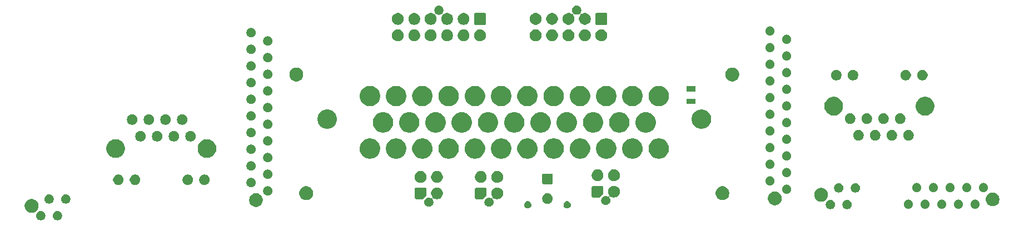
<source format=gts>
G04 #@! TF.GenerationSoftware,KiCad,Pcbnew,5.0.2-bee76a0~70~ubuntu18.04.1*
G04 #@! TF.CreationDate,2019-11-25T08:18:34-05:00*
G04 #@! TF.ProjectId,interface,696e7465-7266-4616-9365-2e6b69636164,rev?*
G04 #@! TF.SameCoordinates,Original*
G04 #@! TF.FileFunction,Soldermask,Top*
G04 #@! TF.FilePolarity,Negative*
%FSLAX46Y46*%
G04 Gerber Fmt 4.6, Leading zero omitted, Abs format (unit mm)*
G04 Created by KiCad (PCBNEW 5.0.2-bee76a0~70~ubuntu18.04.1) date Mon 25 Nov 2019 08:18:34 AM EST*
%MOMM*%
%LPD*%
G01*
G04 APERTURE LIST*
%ADD10C,0.100076*%
G04 APERTURE END LIST*
D10*
G36*
X81916272Y-93382138D02*
X82043849Y-93434982D01*
X82158665Y-93511700D01*
X82256300Y-93609335D01*
X82333018Y-93724151D01*
X82385862Y-93851728D01*
X82412800Y-93987156D01*
X82412800Y-94125244D01*
X82385862Y-94260672D01*
X82333018Y-94388249D01*
X82256300Y-94503065D01*
X82158665Y-94600700D01*
X82043849Y-94677418D01*
X81916272Y-94730262D01*
X81780844Y-94757200D01*
X81642756Y-94757200D01*
X81507328Y-94730262D01*
X81379751Y-94677418D01*
X81264935Y-94600700D01*
X81167300Y-94503065D01*
X81090582Y-94388249D01*
X81037738Y-94260672D01*
X81010800Y-94125244D01*
X81010800Y-93987156D01*
X81037738Y-93851728D01*
X81090582Y-93724151D01*
X81167300Y-93609335D01*
X81264935Y-93511700D01*
X81379751Y-93434982D01*
X81507328Y-93382138D01*
X81642756Y-93355200D01*
X81780844Y-93355200D01*
X81916272Y-93382138D01*
X81916272Y-93382138D01*
G37*
G36*
X79376272Y-93382138D02*
X79503849Y-93434982D01*
X79618665Y-93511700D01*
X79716300Y-93609335D01*
X79793018Y-93724151D01*
X79845862Y-93851728D01*
X79872800Y-93987156D01*
X79872800Y-94125244D01*
X79845862Y-94260672D01*
X79793018Y-94388249D01*
X79716300Y-94503065D01*
X79618665Y-94600700D01*
X79503849Y-94677418D01*
X79376272Y-94730262D01*
X79240844Y-94757200D01*
X79102756Y-94757200D01*
X78967328Y-94730262D01*
X78839751Y-94677418D01*
X78724935Y-94600700D01*
X78627300Y-94503065D01*
X78550582Y-94388249D01*
X78497738Y-94260672D01*
X78470800Y-94125244D01*
X78470800Y-93987156D01*
X78497738Y-93851728D01*
X78550582Y-93724151D01*
X78627300Y-93609335D01*
X78724935Y-93511700D01*
X78839751Y-93434982D01*
X78967328Y-93382138D01*
X79102756Y-93355200D01*
X79240844Y-93355200D01*
X79376272Y-93382138D01*
X79376272Y-93382138D01*
G37*
G36*
X78078365Y-91545589D02*
X78269634Y-91624815D01*
X78441776Y-91739837D01*
X78588163Y-91886224D01*
X78703185Y-92058366D01*
X78782411Y-92249635D01*
X78822800Y-92452684D01*
X78822800Y-92659716D01*
X78782411Y-92862765D01*
X78703185Y-93054034D01*
X78588163Y-93226176D01*
X78441776Y-93372563D01*
X78269634Y-93487585D01*
X78078365Y-93566811D01*
X77875316Y-93607200D01*
X77668284Y-93607200D01*
X77465235Y-93566811D01*
X77273966Y-93487585D01*
X77101824Y-93372563D01*
X76955437Y-93226176D01*
X76840415Y-93054034D01*
X76761189Y-92862765D01*
X76720800Y-92659716D01*
X76720800Y-92452684D01*
X76761189Y-92249635D01*
X76840415Y-92058366D01*
X76955437Y-91886224D01*
X77101824Y-91739837D01*
X77273966Y-91624815D01*
X77465235Y-91545589D01*
X77668284Y-91505200D01*
X77875316Y-91505200D01*
X78078365Y-91545589D01*
X78078365Y-91545589D01*
G37*
G36*
X199619872Y-91680338D02*
X199747449Y-91733182D01*
X199862265Y-91809900D01*
X199959900Y-91907535D01*
X200036618Y-92022351D01*
X200089462Y-92149928D01*
X200116400Y-92285356D01*
X200116400Y-92423444D01*
X200089462Y-92558872D01*
X200036618Y-92686449D01*
X199959900Y-92801265D01*
X199862265Y-92898900D01*
X199747449Y-92975618D01*
X199619872Y-93028462D01*
X199484444Y-93055400D01*
X199346356Y-93055400D01*
X199210928Y-93028462D01*
X199083351Y-92975618D01*
X198968535Y-92898900D01*
X198870900Y-92801265D01*
X198794182Y-92686449D01*
X198741338Y-92558872D01*
X198714400Y-92423444D01*
X198714400Y-92285356D01*
X198741338Y-92149928D01*
X198794182Y-92022351D01*
X198870900Y-91907535D01*
X198968535Y-91809900D01*
X199083351Y-91733182D01*
X199210928Y-91680338D01*
X199346356Y-91653400D01*
X199484444Y-91653400D01*
X199619872Y-91680338D01*
X199619872Y-91680338D01*
G37*
G36*
X202159872Y-91680338D02*
X202287449Y-91733182D01*
X202402265Y-91809900D01*
X202499900Y-91907535D01*
X202576618Y-92022351D01*
X202629462Y-92149928D01*
X202656400Y-92285356D01*
X202656400Y-92423444D01*
X202629462Y-92558872D01*
X202576618Y-92686449D01*
X202499900Y-92801265D01*
X202402265Y-92898900D01*
X202287449Y-92975618D01*
X202159872Y-93028462D01*
X202024444Y-93055400D01*
X201886356Y-93055400D01*
X201750928Y-93028462D01*
X201623351Y-92975618D01*
X201508535Y-92898900D01*
X201410900Y-92801265D01*
X201334182Y-92686449D01*
X201281338Y-92558872D01*
X201254400Y-92423444D01*
X201254400Y-92285356D01*
X201281338Y-92149928D01*
X201334182Y-92022351D01*
X201410900Y-91907535D01*
X201508535Y-91809900D01*
X201623351Y-91733182D01*
X201750928Y-91680338D01*
X201886356Y-91653400D01*
X202024444Y-91653400D01*
X202159872Y-91680338D01*
X202159872Y-91680338D01*
G37*
G36*
X219127072Y-91629538D02*
X219254649Y-91682382D01*
X219369465Y-91759100D01*
X219467100Y-91856735D01*
X219543818Y-91971551D01*
X219596662Y-92099128D01*
X219623600Y-92234556D01*
X219623600Y-92372644D01*
X219596662Y-92508072D01*
X219543818Y-92635649D01*
X219467100Y-92750465D01*
X219369465Y-92848100D01*
X219254649Y-92924818D01*
X219127072Y-92977662D01*
X218991644Y-93004600D01*
X218853556Y-93004600D01*
X218718128Y-92977662D01*
X218590551Y-92924818D01*
X218475735Y-92848100D01*
X218378100Y-92750465D01*
X218301382Y-92635649D01*
X218248538Y-92508072D01*
X218221600Y-92372644D01*
X218221600Y-92234556D01*
X218248538Y-92099128D01*
X218301382Y-91971551D01*
X218378100Y-91856735D01*
X218475735Y-91759100D01*
X218590551Y-91682382D01*
X218718128Y-91629538D01*
X218853556Y-91602600D01*
X218991644Y-91602600D01*
X219127072Y-91629538D01*
X219127072Y-91629538D01*
G37*
G36*
X216587072Y-91629538D02*
X216714649Y-91682382D01*
X216829465Y-91759100D01*
X216927100Y-91856735D01*
X217003818Y-91971551D01*
X217056662Y-92099128D01*
X217083600Y-92234556D01*
X217083600Y-92372644D01*
X217056662Y-92508072D01*
X217003818Y-92635649D01*
X216927100Y-92750465D01*
X216829465Y-92848100D01*
X216714649Y-92924818D01*
X216587072Y-92977662D01*
X216451644Y-93004600D01*
X216313556Y-93004600D01*
X216178128Y-92977662D01*
X216050551Y-92924818D01*
X215935735Y-92848100D01*
X215838100Y-92750465D01*
X215761382Y-92635649D01*
X215708538Y-92508072D01*
X215681600Y-92372644D01*
X215681600Y-92234556D01*
X215708538Y-92099128D01*
X215761382Y-91971551D01*
X215838100Y-91856735D01*
X215935735Y-91759100D01*
X216050551Y-91682382D01*
X216178128Y-91629538D01*
X216313556Y-91602600D01*
X216451644Y-91602600D01*
X216587072Y-91629538D01*
X216587072Y-91629538D01*
G37*
G36*
X214047072Y-91629538D02*
X214174649Y-91682382D01*
X214289465Y-91759100D01*
X214387100Y-91856735D01*
X214463818Y-91971551D01*
X214516662Y-92099128D01*
X214543600Y-92234556D01*
X214543600Y-92372644D01*
X214516662Y-92508072D01*
X214463818Y-92635649D01*
X214387100Y-92750465D01*
X214289465Y-92848100D01*
X214174649Y-92924818D01*
X214047072Y-92977662D01*
X213911644Y-93004600D01*
X213773556Y-93004600D01*
X213638128Y-92977662D01*
X213510551Y-92924818D01*
X213395735Y-92848100D01*
X213298100Y-92750465D01*
X213221382Y-92635649D01*
X213168538Y-92508072D01*
X213141600Y-92372644D01*
X213141600Y-92234556D01*
X213168538Y-92099128D01*
X213221382Y-91971551D01*
X213298100Y-91856735D01*
X213395735Y-91759100D01*
X213510551Y-91682382D01*
X213638128Y-91629538D01*
X213773556Y-91602600D01*
X213911644Y-91602600D01*
X214047072Y-91629538D01*
X214047072Y-91629538D01*
G37*
G36*
X211507072Y-91629538D02*
X211634649Y-91682382D01*
X211749465Y-91759100D01*
X211847100Y-91856735D01*
X211923818Y-91971551D01*
X211976662Y-92099128D01*
X212003600Y-92234556D01*
X212003600Y-92372644D01*
X211976662Y-92508072D01*
X211923818Y-92635649D01*
X211847100Y-92750465D01*
X211749465Y-92848100D01*
X211634649Y-92924818D01*
X211507072Y-92977662D01*
X211371644Y-93004600D01*
X211233556Y-93004600D01*
X211098128Y-92977662D01*
X210970551Y-92924818D01*
X210855735Y-92848100D01*
X210758100Y-92750465D01*
X210681382Y-92635649D01*
X210628538Y-92508072D01*
X210601600Y-92372644D01*
X210601600Y-92234556D01*
X210628538Y-92099128D01*
X210681382Y-91971551D01*
X210758100Y-91856735D01*
X210855735Y-91759100D01*
X210970551Y-91682382D01*
X211098128Y-91629538D01*
X211233556Y-91602600D01*
X211371644Y-91602600D01*
X211507072Y-91629538D01*
X211507072Y-91629538D01*
G37*
G36*
X221667072Y-91629538D02*
X221794649Y-91682382D01*
X221909465Y-91759100D01*
X222007100Y-91856735D01*
X222083818Y-91971551D01*
X222136662Y-92099128D01*
X222163600Y-92234556D01*
X222163600Y-92372644D01*
X222136662Y-92508072D01*
X222083818Y-92635649D01*
X222007100Y-92750465D01*
X221909465Y-92848100D01*
X221794649Y-92924818D01*
X221667072Y-92977662D01*
X221531644Y-93004600D01*
X221393556Y-93004600D01*
X221258128Y-92977662D01*
X221130551Y-92924818D01*
X221015735Y-92848100D01*
X220918100Y-92750465D01*
X220841382Y-92635649D01*
X220788538Y-92508072D01*
X220761600Y-92372644D01*
X220761600Y-92234556D01*
X220788538Y-92099128D01*
X220841382Y-91971551D01*
X220918100Y-91856735D01*
X221015735Y-91759100D01*
X221130551Y-91682382D01*
X221258128Y-91629538D01*
X221393556Y-91602600D01*
X221531644Y-91602600D01*
X221667072Y-91629538D01*
X221667072Y-91629538D01*
G37*
G36*
X153497721Y-91852974D02*
X153597995Y-91894509D01*
X153688245Y-91954812D01*
X153764988Y-92031555D01*
X153825291Y-92121805D01*
X153866826Y-92222079D01*
X153888000Y-92328530D01*
X153888000Y-92437070D01*
X153866826Y-92543521D01*
X153825291Y-92643795D01*
X153764988Y-92734045D01*
X153688245Y-92810788D01*
X153597995Y-92871091D01*
X153497721Y-92912626D01*
X153391270Y-92933800D01*
X153282730Y-92933800D01*
X153176279Y-92912626D01*
X153076005Y-92871091D01*
X152985755Y-92810788D01*
X152909012Y-92734045D01*
X152848709Y-92643795D01*
X152807174Y-92543521D01*
X152786000Y-92437070D01*
X152786000Y-92328530D01*
X152807174Y-92222079D01*
X152848709Y-92121805D01*
X152909012Y-92031555D01*
X152985755Y-91954812D01*
X153076005Y-91894509D01*
X153176279Y-91852974D01*
X153282730Y-91831800D01*
X153391270Y-91831800D01*
X153497721Y-91852974D01*
X153497721Y-91852974D01*
G37*
G36*
X159497721Y-91852974D02*
X159597995Y-91894509D01*
X159688245Y-91954812D01*
X159764988Y-92031555D01*
X159825291Y-92121805D01*
X159866826Y-92222079D01*
X159888000Y-92328530D01*
X159888000Y-92437070D01*
X159866826Y-92543521D01*
X159825291Y-92643795D01*
X159764988Y-92734045D01*
X159688245Y-92810788D01*
X159597995Y-92871091D01*
X159497721Y-92912626D01*
X159391270Y-92933800D01*
X159282730Y-92933800D01*
X159176279Y-92912626D01*
X159076005Y-92871091D01*
X158985755Y-92810788D01*
X158909012Y-92734045D01*
X158848709Y-92643795D01*
X158807174Y-92543521D01*
X158786000Y-92437070D01*
X158786000Y-92328530D01*
X158807174Y-92222079D01*
X158848709Y-92121805D01*
X158909012Y-92031555D01*
X158985755Y-91954812D01*
X159076005Y-91894509D01*
X159176279Y-91852974D01*
X159282730Y-91831800D01*
X159391270Y-91831800D01*
X159497721Y-91852974D01*
X159497721Y-91852974D01*
G37*
G36*
X112247765Y-90660989D02*
X112439034Y-90740215D01*
X112611176Y-90855237D01*
X112757563Y-91001624D01*
X112872585Y-91173766D01*
X112951811Y-91365035D01*
X112992200Y-91568084D01*
X112992200Y-91775116D01*
X112951811Y-91978165D01*
X112872585Y-92169434D01*
X112757563Y-92341576D01*
X112611176Y-92487963D01*
X112439034Y-92602985D01*
X112247765Y-92682211D01*
X112044716Y-92722600D01*
X111837684Y-92722600D01*
X111634635Y-92682211D01*
X111443366Y-92602985D01*
X111271224Y-92487963D01*
X111124837Y-92341576D01*
X111009815Y-92169434D01*
X110930589Y-91978165D01*
X110890200Y-91775116D01*
X110890200Y-91568084D01*
X110930589Y-91365035D01*
X111009815Y-91173766D01*
X111124837Y-91001624D01*
X111271224Y-90855237D01*
X111443366Y-90740215D01*
X111634635Y-90660989D01*
X111837684Y-90620600D01*
X112044716Y-90620600D01*
X112247765Y-90660989D01*
X112247765Y-90660989D01*
G37*
G36*
X139770412Y-89786224D02*
X139934384Y-89854144D01*
X140081954Y-89952747D01*
X140207453Y-90078246D01*
X140306056Y-90225816D01*
X140373976Y-90389788D01*
X140408600Y-90563859D01*
X140408600Y-90741341D01*
X140373976Y-90915412D01*
X140306056Y-91079384D01*
X140207453Y-91226954D01*
X140081954Y-91352453D01*
X139934384Y-91451056D01*
X139770412Y-91518976D01*
X139596341Y-91553600D01*
X139418859Y-91553600D01*
X139244788Y-91518976D01*
X139080816Y-91451056D01*
X138985510Y-91387375D01*
X138963910Y-91375829D01*
X138940460Y-91368716D01*
X138916074Y-91366314D01*
X138891688Y-91368716D01*
X138868239Y-91375829D01*
X138846628Y-91387380D01*
X138827686Y-91402926D01*
X138812140Y-91421868D01*
X138800589Y-91443478D01*
X138793476Y-91466928D01*
X138791074Y-91491314D01*
X138793476Y-91515700D01*
X138800589Y-91539149D01*
X138812140Y-91560760D01*
X138878818Y-91660551D01*
X138931662Y-91788128D01*
X138958600Y-91923556D01*
X138958600Y-92061644D01*
X138931662Y-92197072D01*
X138878818Y-92324649D01*
X138802100Y-92439465D01*
X138704465Y-92537100D01*
X138589649Y-92613818D01*
X138462072Y-92666662D01*
X138326644Y-92693600D01*
X138188556Y-92693600D01*
X138053128Y-92666662D01*
X137925551Y-92613818D01*
X137810735Y-92537100D01*
X137713100Y-92439465D01*
X137636382Y-92324649D01*
X137583538Y-92197072D01*
X137556600Y-92061644D01*
X137556600Y-91923556D01*
X137583538Y-91788128D01*
X137636382Y-91660551D01*
X137713100Y-91545735D01*
X137810735Y-91448100D01*
X137925551Y-91371382D01*
X138053128Y-91318538D01*
X138188556Y-91291600D01*
X138326644Y-91291600D01*
X138462072Y-91318538D01*
X138589649Y-91371382D01*
X138635489Y-91402011D01*
X138657100Y-91413562D01*
X138680549Y-91420675D01*
X138704936Y-91423077D01*
X138729322Y-91420675D01*
X138752771Y-91413562D01*
X138774382Y-91402010D01*
X138793324Y-91386465D01*
X138808869Y-91367523D01*
X138820420Y-91345912D01*
X138827533Y-91322463D01*
X138829935Y-91298076D01*
X138827533Y-91273690D01*
X138820420Y-91250241D01*
X138808869Y-91228631D01*
X138807750Y-91226957D01*
X138807747Y-91226954D01*
X138709144Y-91079384D01*
X138641224Y-90915412D01*
X138606600Y-90741341D01*
X138606600Y-90563859D01*
X138641224Y-90389788D01*
X138709144Y-90225816D01*
X138807747Y-90078246D01*
X138933246Y-89952747D01*
X139080816Y-89854144D01*
X139244788Y-89786224D01*
X139418859Y-89751600D01*
X139596341Y-89751600D01*
X139770412Y-89786224D01*
X139770412Y-89786224D01*
G37*
G36*
X148939812Y-89786224D02*
X149103784Y-89854144D01*
X149251354Y-89952747D01*
X149376853Y-90078246D01*
X149475456Y-90225816D01*
X149543376Y-90389788D01*
X149578000Y-90563859D01*
X149578000Y-90741341D01*
X149543376Y-90915412D01*
X149475456Y-91079384D01*
X149376853Y-91226954D01*
X149251354Y-91352453D01*
X149103784Y-91451056D01*
X148939812Y-91518976D01*
X148765741Y-91553600D01*
X148588259Y-91553600D01*
X148414188Y-91518976D01*
X148250216Y-91451056D01*
X148154910Y-91387375D01*
X148133310Y-91375829D01*
X148109860Y-91368716D01*
X148085474Y-91366314D01*
X148061088Y-91368716D01*
X148037639Y-91375829D01*
X148016028Y-91387380D01*
X147997086Y-91402926D01*
X147981540Y-91421868D01*
X147969989Y-91443478D01*
X147962876Y-91466928D01*
X147960474Y-91491314D01*
X147962876Y-91515700D01*
X147969989Y-91539149D01*
X147981540Y-91560760D01*
X148048218Y-91660551D01*
X148101062Y-91788128D01*
X148128000Y-91923556D01*
X148128000Y-92061644D01*
X148101062Y-92197072D01*
X148048218Y-92324649D01*
X147971500Y-92439465D01*
X147873865Y-92537100D01*
X147759049Y-92613818D01*
X147631472Y-92666662D01*
X147496044Y-92693600D01*
X147357956Y-92693600D01*
X147222528Y-92666662D01*
X147094951Y-92613818D01*
X146980135Y-92537100D01*
X146882500Y-92439465D01*
X146805782Y-92324649D01*
X146752938Y-92197072D01*
X146726000Y-92061644D01*
X146726000Y-91923556D01*
X146752938Y-91788128D01*
X146805782Y-91660551D01*
X146882500Y-91545735D01*
X146980135Y-91448100D01*
X147094951Y-91371382D01*
X147222528Y-91318538D01*
X147357956Y-91291600D01*
X147496044Y-91291600D01*
X147631472Y-91318538D01*
X147759049Y-91371382D01*
X147804889Y-91402011D01*
X147826500Y-91413562D01*
X147849949Y-91420675D01*
X147874336Y-91423077D01*
X147898722Y-91420675D01*
X147922171Y-91413562D01*
X147943782Y-91402010D01*
X147962724Y-91386465D01*
X147978269Y-91367523D01*
X147989820Y-91345912D01*
X147996933Y-91322463D01*
X147999335Y-91298076D01*
X147996933Y-91273690D01*
X147989820Y-91250241D01*
X147978269Y-91228631D01*
X147977150Y-91226957D01*
X147977147Y-91226954D01*
X147878544Y-91079384D01*
X147810624Y-90915412D01*
X147776000Y-90741341D01*
X147776000Y-90563859D01*
X147810624Y-90389788D01*
X147878544Y-90225816D01*
X147977147Y-90078246D01*
X148102646Y-89952747D01*
X148250216Y-89854144D01*
X148414188Y-89786224D01*
X148588259Y-89751600D01*
X148765741Y-89751600D01*
X148939812Y-89786224D01*
X148939812Y-89786224D01*
G37*
G36*
X224439165Y-90552989D02*
X224630434Y-90632215D01*
X224802576Y-90747237D01*
X224948963Y-90893624D01*
X225063985Y-91065766D01*
X225143211Y-91257035D01*
X225183600Y-91460084D01*
X225183600Y-91667116D01*
X225143211Y-91870165D01*
X225063985Y-92061434D01*
X224948963Y-92233576D01*
X224802576Y-92379963D01*
X224630434Y-92494985D01*
X224439165Y-92574211D01*
X224236116Y-92614600D01*
X224029084Y-92614600D01*
X223826035Y-92574211D01*
X223634766Y-92494985D01*
X223462624Y-92379963D01*
X223316237Y-92233576D01*
X223201215Y-92061434D01*
X223121989Y-91870165D01*
X223081600Y-91667116D01*
X223081600Y-91460084D01*
X223121989Y-91257035D01*
X223201215Y-91065766D01*
X223316237Y-90893624D01*
X223462624Y-90747237D01*
X223634766Y-90632215D01*
X223826035Y-90552989D01*
X224029084Y-90512600D01*
X224236116Y-90512600D01*
X224439165Y-90552989D01*
X224439165Y-90552989D01*
G37*
G36*
X191267165Y-90406989D02*
X191458434Y-90486215D01*
X191630576Y-90601237D01*
X191776963Y-90747624D01*
X191891985Y-90919766D01*
X191971211Y-91111035D01*
X192011600Y-91314084D01*
X192011600Y-91521116D01*
X191971211Y-91724165D01*
X191891985Y-91915434D01*
X191776963Y-92087576D01*
X191630576Y-92233963D01*
X191458434Y-92348985D01*
X191267165Y-92428211D01*
X191064116Y-92468600D01*
X190857084Y-92468600D01*
X190654035Y-92428211D01*
X190462766Y-92348985D01*
X190290624Y-92233963D01*
X190144237Y-92087576D01*
X190029215Y-91915434D01*
X189949989Y-91724165D01*
X189909600Y-91521116D01*
X189909600Y-91314084D01*
X189949989Y-91111035D01*
X190029215Y-90919766D01*
X190144237Y-90747624D01*
X190290624Y-90601237D01*
X190462766Y-90486215D01*
X190654035Y-90406989D01*
X190857084Y-90366600D01*
X191064116Y-90366600D01*
X191267165Y-90406989D01*
X191267165Y-90406989D01*
G37*
G36*
X166719812Y-89532224D02*
X166883784Y-89600144D01*
X167031354Y-89698747D01*
X167156853Y-89824246D01*
X167255456Y-89971816D01*
X167323376Y-90135788D01*
X167358000Y-90309859D01*
X167358000Y-90487341D01*
X167323376Y-90661412D01*
X167255456Y-90825384D01*
X167156853Y-90972954D01*
X167031354Y-91098453D01*
X166883784Y-91197056D01*
X166719812Y-91264976D01*
X166545741Y-91299600D01*
X166368259Y-91299600D01*
X166194188Y-91264976D01*
X166030216Y-91197056D01*
X165934910Y-91133375D01*
X165913310Y-91121829D01*
X165889860Y-91114716D01*
X165865474Y-91112314D01*
X165841088Y-91114716D01*
X165817639Y-91121829D01*
X165796028Y-91133380D01*
X165777086Y-91148926D01*
X165761540Y-91167868D01*
X165749989Y-91189478D01*
X165742876Y-91212928D01*
X165740474Y-91237314D01*
X165742876Y-91261700D01*
X165749989Y-91285149D01*
X165761540Y-91306760D01*
X165828218Y-91406551D01*
X165881062Y-91534128D01*
X165908000Y-91669556D01*
X165908000Y-91807644D01*
X165881062Y-91943072D01*
X165828218Y-92070649D01*
X165751500Y-92185465D01*
X165653865Y-92283100D01*
X165539049Y-92359818D01*
X165411472Y-92412662D01*
X165276044Y-92439600D01*
X165137956Y-92439600D01*
X165002528Y-92412662D01*
X164874951Y-92359818D01*
X164760135Y-92283100D01*
X164662500Y-92185465D01*
X164585782Y-92070649D01*
X164532938Y-91943072D01*
X164506000Y-91807644D01*
X164506000Y-91669556D01*
X164532938Y-91534128D01*
X164585782Y-91406551D01*
X164662500Y-91291735D01*
X164760135Y-91194100D01*
X164874951Y-91117382D01*
X165002528Y-91064538D01*
X165137956Y-91037600D01*
X165276044Y-91037600D01*
X165411472Y-91064538D01*
X165539049Y-91117382D01*
X165584889Y-91148011D01*
X165606500Y-91159562D01*
X165629949Y-91166675D01*
X165654336Y-91169077D01*
X165678722Y-91166675D01*
X165702171Y-91159562D01*
X165723782Y-91148010D01*
X165742724Y-91132465D01*
X165758269Y-91113523D01*
X165769820Y-91091912D01*
X165776933Y-91068463D01*
X165779335Y-91044076D01*
X165776933Y-91019690D01*
X165769820Y-90996241D01*
X165758269Y-90974631D01*
X165757150Y-90972957D01*
X165757147Y-90972954D01*
X165658544Y-90825384D01*
X165590624Y-90661412D01*
X165556000Y-90487341D01*
X165556000Y-90309859D01*
X165590624Y-90135788D01*
X165658544Y-89971816D01*
X165757147Y-89824246D01*
X165882646Y-89698747D01*
X166030216Y-89600144D01*
X166194188Y-89532224D01*
X166368259Y-89497600D01*
X166545741Y-89497600D01*
X166719812Y-89532224D01*
X166719812Y-89532224D01*
G37*
G36*
X156570643Y-90672581D02*
X156716415Y-90732962D01*
X156847611Y-90820624D01*
X156959176Y-90932189D01*
X157046838Y-91063385D01*
X157107219Y-91209157D01*
X157138000Y-91363907D01*
X157138000Y-91521693D01*
X157107219Y-91676443D01*
X157046838Y-91822215D01*
X156959176Y-91953411D01*
X156847611Y-92064976D01*
X156716415Y-92152638D01*
X156570643Y-92213019D01*
X156415893Y-92243800D01*
X156258107Y-92243800D01*
X156103357Y-92213019D01*
X155957585Y-92152638D01*
X155826389Y-92064976D01*
X155714824Y-91953411D01*
X155627162Y-91822215D01*
X155566781Y-91676443D01*
X155536000Y-91521693D01*
X155536000Y-91363907D01*
X155566781Y-91209157D01*
X155627162Y-91063385D01*
X155714824Y-90932189D01*
X155826389Y-90820624D01*
X155957585Y-90732962D01*
X156103357Y-90672581D01*
X156258107Y-90641800D01*
X156415893Y-90641800D01*
X156570643Y-90672581D01*
X156570643Y-90672581D01*
G37*
G36*
X83186272Y-90842138D02*
X83313849Y-90894982D01*
X83428665Y-90971700D01*
X83526300Y-91069335D01*
X83603018Y-91184151D01*
X83655862Y-91311728D01*
X83682800Y-91447156D01*
X83682800Y-91585244D01*
X83655862Y-91720672D01*
X83603018Y-91848249D01*
X83526300Y-91963065D01*
X83428665Y-92060700D01*
X83313849Y-92137418D01*
X83186272Y-92190262D01*
X83050844Y-92217200D01*
X82912756Y-92217200D01*
X82777328Y-92190262D01*
X82649751Y-92137418D01*
X82534935Y-92060700D01*
X82437300Y-91963065D01*
X82360582Y-91848249D01*
X82307738Y-91720672D01*
X82280800Y-91585244D01*
X82280800Y-91447156D01*
X82307738Y-91311728D01*
X82360582Y-91184151D01*
X82437300Y-91069335D01*
X82534935Y-90971700D01*
X82649751Y-90894982D01*
X82777328Y-90842138D01*
X82912756Y-90815200D01*
X83050844Y-90815200D01*
X83186272Y-90842138D01*
X83186272Y-90842138D01*
G37*
G36*
X80646272Y-90842138D02*
X80773849Y-90894982D01*
X80888665Y-90971700D01*
X80986300Y-91069335D01*
X81063018Y-91184151D01*
X81115862Y-91311728D01*
X81142800Y-91447156D01*
X81142800Y-91585244D01*
X81115862Y-91720672D01*
X81063018Y-91848249D01*
X80986300Y-91963065D01*
X80888665Y-92060700D01*
X80773849Y-92137418D01*
X80646272Y-92190262D01*
X80510844Y-92217200D01*
X80372756Y-92217200D01*
X80237328Y-92190262D01*
X80109751Y-92137418D01*
X79994935Y-92060700D01*
X79897300Y-91963065D01*
X79820582Y-91848249D01*
X79767738Y-91720672D01*
X79740800Y-91585244D01*
X79740800Y-91447156D01*
X79767738Y-91311728D01*
X79820582Y-91184151D01*
X79897300Y-91069335D01*
X79994935Y-90971700D01*
X80109751Y-90894982D01*
X80237328Y-90842138D01*
X80372756Y-90815200D01*
X80510844Y-90815200D01*
X80646272Y-90842138D01*
X80646272Y-90842138D01*
G37*
G36*
X198321965Y-89843789D02*
X198513234Y-89923015D01*
X198685376Y-90038037D01*
X198831763Y-90184424D01*
X198946785Y-90356566D01*
X199026011Y-90547835D01*
X199066400Y-90750884D01*
X199066400Y-90957916D01*
X199026011Y-91160965D01*
X198946785Y-91352234D01*
X198831763Y-91524376D01*
X198685376Y-91670763D01*
X198513234Y-91785785D01*
X198321965Y-91865011D01*
X198118916Y-91905400D01*
X197911884Y-91905400D01*
X197708835Y-91865011D01*
X197517566Y-91785785D01*
X197345424Y-91670763D01*
X197199037Y-91524376D01*
X197084015Y-91352234D01*
X197004789Y-91160965D01*
X196964400Y-90957916D01*
X196964400Y-90750884D01*
X197004789Y-90547835D01*
X197084015Y-90356566D01*
X197199037Y-90184424D01*
X197345424Y-90038037D01*
X197517566Y-89923015D01*
X197708835Y-89843789D01*
X197911884Y-89803400D01*
X198118916Y-89803400D01*
X198321965Y-89843789D01*
X198321965Y-89843789D01*
G37*
G36*
X119890165Y-89613589D02*
X120081434Y-89692815D01*
X120253576Y-89807837D01*
X120399963Y-89954224D01*
X120514985Y-90126366D01*
X120594211Y-90317635D01*
X120634600Y-90520684D01*
X120634600Y-90727716D01*
X120594211Y-90930765D01*
X120514985Y-91122034D01*
X120399963Y-91294176D01*
X120253576Y-91440563D01*
X120081434Y-91555585D01*
X119890165Y-91634811D01*
X119687116Y-91675200D01*
X119480084Y-91675200D01*
X119277035Y-91634811D01*
X119085766Y-91555585D01*
X118913624Y-91440563D01*
X118767237Y-91294176D01*
X118652215Y-91122034D01*
X118572989Y-90930765D01*
X118532600Y-90727716D01*
X118532600Y-90520684D01*
X118572989Y-90317635D01*
X118652215Y-90126366D01*
X118767237Y-89954224D01*
X118913624Y-89807837D01*
X119085766Y-89692815D01*
X119277035Y-89613589D01*
X119480084Y-89573200D01*
X119687116Y-89573200D01*
X119890165Y-89613589D01*
X119890165Y-89613589D01*
G37*
G36*
X183290165Y-89613589D02*
X183481434Y-89692815D01*
X183653576Y-89807837D01*
X183799963Y-89954224D01*
X183914985Y-90126366D01*
X183994211Y-90317635D01*
X184034600Y-90520684D01*
X184034600Y-90727716D01*
X183994211Y-90930765D01*
X183914985Y-91122034D01*
X183799963Y-91294176D01*
X183653576Y-91440563D01*
X183481434Y-91555585D01*
X183290165Y-91634811D01*
X183087116Y-91675200D01*
X182880084Y-91675200D01*
X182677035Y-91634811D01*
X182485766Y-91555585D01*
X182313624Y-91440563D01*
X182167237Y-91294176D01*
X182052215Y-91122034D01*
X181972989Y-90930765D01*
X181932600Y-90727716D01*
X181932600Y-90520684D01*
X181972989Y-90317635D01*
X182052215Y-90126366D01*
X182167237Y-89954224D01*
X182313624Y-89807837D01*
X182485766Y-89692815D01*
X182677035Y-89613589D01*
X182880084Y-89573200D01*
X183087116Y-89573200D01*
X183290165Y-89613589D01*
X183290165Y-89613589D01*
G37*
G36*
X137615730Y-89751298D02*
X137655347Y-89755200D01*
X137677296Y-89759566D01*
X137712449Y-89770230D01*
X137718147Y-89772590D01*
X137727429Y-89776434D01*
X137727433Y-89776436D01*
X137733128Y-89778795D01*
X137765522Y-89796110D01*
X137784133Y-89808546D01*
X137812526Y-89831847D01*
X137828353Y-89847674D01*
X137851654Y-89876067D01*
X137864090Y-89894678D01*
X137881405Y-89927072D01*
X137883764Y-89932767D01*
X137883766Y-89932771D01*
X137886574Y-89939551D01*
X137889970Y-89947751D01*
X137900634Y-89982904D01*
X137905000Y-90004853D01*
X137908902Y-90044470D01*
X137909452Y-90055664D01*
X137909452Y-90849536D01*
X137908902Y-90860730D01*
X137905000Y-90900347D01*
X137900634Y-90922296D01*
X137889970Y-90957449D01*
X137887610Y-90963147D01*
X137883766Y-90972429D01*
X137883764Y-90972433D01*
X137881405Y-90978128D01*
X137864090Y-91010522D01*
X137851654Y-91029133D01*
X137826412Y-91059891D01*
X137818860Y-91068224D01*
X137423224Y-91463860D01*
X137414891Y-91471412D01*
X137384133Y-91496654D01*
X137365522Y-91509090D01*
X137333128Y-91526405D01*
X137327433Y-91528764D01*
X137327429Y-91528766D01*
X137318147Y-91532610D01*
X137312449Y-91534970D01*
X137277296Y-91545634D01*
X137255347Y-91550000D01*
X137215730Y-91553902D01*
X137204536Y-91554452D01*
X136410664Y-91554452D01*
X136399470Y-91553902D01*
X136359853Y-91550000D01*
X136337904Y-91545634D01*
X136302751Y-91534970D01*
X136297053Y-91532610D01*
X136287771Y-91528766D01*
X136287767Y-91528764D01*
X136282072Y-91526405D01*
X136249678Y-91509090D01*
X136231067Y-91496654D01*
X136202674Y-91473353D01*
X136186847Y-91457526D01*
X136163546Y-91429133D01*
X136151110Y-91410522D01*
X136133795Y-91378128D01*
X136131436Y-91372433D01*
X136131434Y-91372429D01*
X136127590Y-91363147D01*
X136125230Y-91357449D01*
X136114566Y-91322296D01*
X136110200Y-91300347D01*
X136106298Y-91260730D01*
X136105748Y-91249536D01*
X136105748Y-90055664D01*
X136106298Y-90044470D01*
X136110200Y-90004853D01*
X136114566Y-89982904D01*
X136125230Y-89947751D01*
X136128626Y-89939551D01*
X136131434Y-89932771D01*
X136131436Y-89932767D01*
X136133795Y-89927072D01*
X136151110Y-89894678D01*
X136163546Y-89876067D01*
X136186847Y-89847674D01*
X136202674Y-89831847D01*
X136231067Y-89808546D01*
X136249678Y-89796110D01*
X136282072Y-89778795D01*
X136287767Y-89776436D01*
X136287771Y-89776434D01*
X136297053Y-89772590D01*
X136302751Y-89770230D01*
X136337904Y-89759566D01*
X136359853Y-89755200D01*
X136399470Y-89751298D01*
X136410664Y-89750748D01*
X137604536Y-89750748D01*
X137615730Y-89751298D01*
X137615730Y-89751298D01*
G37*
G36*
X146785130Y-89751298D02*
X146824747Y-89755200D01*
X146846696Y-89759566D01*
X146881849Y-89770230D01*
X146887547Y-89772590D01*
X146896829Y-89776434D01*
X146896833Y-89776436D01*
X146902528Y-89778795D01*
X146934922Y-89796110D01*
X146953533Y-89808546D01*
X146981926Y-89831847D01*
X146997753Y-89847674D01*
X147021054Y-89876067D01*
X147033490Y-89894678D01*
X147050805Y-89927072D01*
X147053164Y-89932767D01*
X147053166Y-89932771D01*
X147055974Y-89939551D01*
X147059370Y-89947751D01*
X147070034Y-89982904D01*
X147074400Y-90004853D01*
X147078302Y-90044470D01*
X147078852Y-90055664D01*
X147078852Y-90849536D01*
X147078302Y-90860730D01*
X147074400Y-90900347D01*
X147070034Y-90922296D01*
X147059370Y-90957449D01*
X147057010Y-90963147D01*
X147053166Y-90972429D01*
X147053164Y-90972433D01*
X147050805Y-90978128D01*
X147033490Y-91010522D01*
X147021054Y-91029133D01*
X146995812Y-91059891D01*
X146988260Y-91068224D01*
X146592624Y-91463860D01*
X146584291Y-91471412D01*
X146553533Y-91496654D01*
X146534922Y-91509090D01*
X146502528Y-91526405D01*
X146496833Y-91528764D01*
X146496829Y-91528766D01*
X146487547Y-91532610D01*
X146481849Y-91534970D01*
X146446696Y-91545634D01*
X146424747Y-91550000D01*
X146385130Y-91553902D01*
X146373936Y-91554452D01*
X145580064Y-91554452D01*
X145568870Y-91553902D01*
X145529253Y-91550000D01*
X145507304Y-91545634D01*
X145472151Y-91534970D01*
X145466453Y-91532610D01*
X145457171Y-91528766D01*
X145457167Y-91528764D01*
X145451472Y-91526405D01*
X145419078Y-91509090D01*
X145400467Y-91496654D01*
X145372074Y-91473353D01*
X145356247Y-91457526D01*
X145332946Y-91429133D01*
X145320510Y-91410522D01*
X145303195Y-91378128D01*
X145300836Y-91372433D01*
X145300834Y-91372429D01*
X145296990Y-91363147D01*
X145294630Y-91357449D01*
X145283966Y-91322296D01*
X145279600Y-91300347D01*
X145275698Y-91260730D01*
X145275148Y-91249536D01*
X145275148Y-90055664D01*
X145275698Y-90044470D01*
X145279600Y-90004853D01*
X145283966Y-89982904D01*
X145294630Y-89947751D01*
X145298026Y-89939551D01*
X145300834Y-89932771D01*
X145300836Y-89932767D01*
X145303195Y-89927072D01*
X145320510Y-89894678D01*
X145332946Y-89876067D01*
X145356247Y-89847674D01*
X145372074Y-89831847D01*
X145400467Y-89808546D01*
X145419078Y-89796110D01*
X145451472Y-89778795D01*
X145457167Y-89776436D01*
X145457171Y-89776434D01*
X145466453Y-89772590D01*
X145472151Y-89770230D01*
X145507304Y-89759566D01*
X145529253Y-89755200D01*
X145568870Y-89751298D01*
X145580064Y-89750748D01*
X146773936Y-89750748D01*
X146785130Y-89751298D01*
X146785130Y-89751298D01*
G37*
G36*
X164565130Y-89497298D02*
X164604747Y-89501200D01*
X164626696Y-89505566D01*
X164661849Y-89516230D01*
X164667547Y-89518590D01*
X164676829Y-89522434D01*
X164676833Y-89522436D01*
X164682528Y-89524795D01*
X164714922Y-89542110D01*
X164720049Y-89545536D01*
X164720051Y-89545537D01*
X164728403Y-89551118D01*
X164733533Y-89554546D01*
X164761926Y-89577847D01*
X164777753Y-89593674D01*
X164801054Y-89622067D01*
X164813490Y-89640678D01*
X164830805Y-89673072D01*
X164833164Y-89678767D01*
X164833166Y-89678771D01*
X164835974Y-89685551D01*
X164839370Y-89693751D01*
X164850034Y-89728904D01*
X164854400Y-89750853D01*
X164858302Y-89790470D01*
X164858852Y-89801664D01*
X164858852Y-90595536D01*
X164858302Y-90606730D01*
X164854400Y-90646347D01*
X164850034Y-90668296D01*
X164839370Y-90703449D01*
X164837010Y-90709147D01*
X164833166Y-90718429D01*
X164833164Y-90718433D01*
X164830805Y-90724128D01*
X164813490Y-90756522D01*
X164801054Y-90775133D01*
X164775812Y-90805891D01*
X164768260Y-90814224D01*
X164372624Y-91209860D01*
X164364291Y-91217412D01*
X164333533Y-91242654D01*
X164314922Y-91255090D01*
X164282528Y-91272405D01*
X164276833Y-91274764D01*
X164276829Y-91274766D01*
X164267547Y-91278610D01*
X164261849Y-91280970D01*
X164226696Y-91291634D01*
X164204747Y-91296000D01*
X164165130Y-91299902D01*
X164153936Y-91300452D01*
X163360064Y-91300452D01*
X163348870Y-91299902D01*
X163309253Y-91296000D01*
X163287304Y-91291634D01*
X163252151Y-91280970D01*
X163246453Y-91278610D01*
X163237171Y-91274766D01*
X163237167Y-91274764D01*
X163231472Y-91272405D01*
X163199078Y-91255090D01*
X163180467Y-91242654D01*
X163152074Y-91219353D01*
X163136247Y-91203526D01*
X163112946Y-91175133D01*
X163100510Y-91156522D01*
X163083195Y-91124128D01*
X163080836Y-91118433D01*
X163080834Y-91118429D01*
X163076990Y-91109147D01*
X163074630Y-91103449D01*
X163063966Y-91068296D01*
X163059600Y-91046347D01*
X163055698Y-91006730D01*
X163055148Y-90995536D01*
X163055148Y-89801664D01*
X163055698Y-89790470D01*
X163059600Y-89750853D01*
X163063966Y-89728904D01*
X163074630Y-89693751D01*
X163078026Y-89685551D01*
X163080834Y-89678771D01*
X163080836Y-89678767D01*
X163083195Y-89673072D01*
X163100510Y-89640678D01*
X163112946Y-89622067D01*
X163136247Y-89593674D01*
X163152074Y-89577847D01*
X163180467Y-89554546D01*
X163185597Y-89551118D01*
X163193949Y-89545537D01*
X163193951Y-89545536D01*
X163199078Y-89542110D01*
X163231472Y-89524795D01*
X163237167Y-89522436D01*
X163237171Y-89522434D01*
X163246453Y-89518590D01*
X163252151Y-89516230D01*
X163287304Y-89505566D01*
X163309253Y-89501200D01*
X163348870Y-89497298D01*
X163360064Y-89496748D01*
X164553936Y-89496748D01*
X164565130Y-89497298D01*
X164565130Y-89497298D01*
G37*
G36*
X113945672Y-89597538D02*
X114073249Y-89650382D01*
X114188065Y-89727100D01*
X114285700Y-89824735D01*
X114362418Y-89939551D01*
X114415262Y-90067128D01*
X114442200Y-90202556D01*
X114442200Y-90340644D01*
X114415262Y-90476072D01*
X114362418Y-90603649D01*
X114285700Y-90718465D01*
X114188065Y-90816100D01*
X114073249Y-90892818D01*
X113945672Y-90945662D01*
X113810244Y-90972600D01*
X113672156Y-90972600D01*
X113536728Y-90945662D01*
X113409151Y-90892818D01*
X113294335Y-90816100D01*
X113196700Y-90718465D01*
X113119982Y-90603649D01*
X113067138Y-90476072D01*
X113040200Y-90340644D01*
X113040200Y-90202556D01*
X113067138Y-90067128D01*
X113119982Y-89939551D01*
X113196700Y-89824735D01*
X113294335Y-89727100D01*
X113409151Y-89650382D01*
X113536728Y-89597538D01*
X113672156Y-89570600D01*
X113810244Y-89570600D01*
X113945672Y-89597538D01*
X113945672Y-89597538D01*
G37*
G36*
X192965072Y-89343538D02*
X193092649Y-89396382D01*
X193207465Y-89473100D01*
X193305100Y-89570735D01*
X193381818Y-89685551D01*
X193434662Y-89813128D01*
X193461600Y-89948556D01*
X193461600Y-90086644D01*
X193434662Y-90222072D01*
X193381818Y-90349649D01*
X193305100Y-90464465D01*
X193207465Y-90562100D01*
X193092649Y-90638818D01*
X192965072Y-90691662D01*
X192829644Y-90718600D01*
X192691556Y-90718600D01*
X192556128Y-90691662D01*
X192428551Y-90638818D01*
X192313735Y-90562100D01*
X192216100Y-90464465D01*
X192139382Y-90349649D01*
X192086538Y-90222072D01*
X192059600Y-90086644D01*
X192059600Y-89948556D01*
X192086538Y-89813128D01*
X192139382Y-89685551D01*
X192216100Y-89570735D01*
X192313735Y-89473100D01*
X192428551Y-89396382D01*
X192556128Y-89343538D01*
X192691556Y-89316600D01*
X192829644Y-89316600D01*
X192965072Y-89343538D01*
X192965072Y-89343538D01*
G37*
G36*
X200889872Y-89140338D02*
X201017449Y-89193182D01*
X201132265Y-89269900D01*
X201229900Y-89367535D01*
X201306618Y-89482351D01*
X201359462Y-89609928D01*
X201386400Y-89745356D01*
X201386400Y-89883444D01*
X201359462Y-90018872D01*
X201306618Y-90146449D01*
X201229900Y-90261265D01*
X201132265Y-90358900D01*
X201017449Y-90435618D01*
X200889872Y-90488462D01*
X200754444Y-90515400D01*
X200616356Y-90515400D01*
X200480928Y-90488462D01*
X200353351Y-90435618D01*
X200238535Y-90358900D01*
X200140900Y-90261265D01*
X200064182Y-90146449D01*
X200011338Y-90018872D01*
X199984400Y-89883444D01*
X199984400Y-89745356D01*
X200011338Y-89609928D01*
X200064182Y-89482351D01*
X200140900Y-89367535D01*
X200238535Y-89269900D01*
X200353351Y-89193182D01*
X200480928Y-89140338D01*
X200616356Y-89113400D01*
X200754444Y-89113400D01*
X200889872Y-89140338D01*
X200889872Y-89140338D01*
G37*
G36*
X203429872Y-89140338D02*
X203557449Y-89193182D01*
X203672265Y-89269900D01*
X203769900Y-89367535D01*
X203846618Y-89482351D01*
X203899462Y-89609928D01*
X203926400Y-89745356D01*
X203926400Y-89883444D01*
X203899462Y-90018872D01*
X203846618Y-90146449D01*
X203769900Y-90261265D01*
X203672265Y-90358900D01*
X203557449Y-90435618D01*
X203429872Y-90488462D01*
X203294444Y-90515400D01*
X203156356Y-90515400D01*
X203020928Y-90488462D01*
X202893351Y-90435618D01*
X202778535Y-90358900D01*
X202680900Y-90261265D01*
X202604182Y-90146449D01*
X202551338Y-90018872D01*
X202524400Y-89883444D01*
X202524400Y-89745356D01*
X202551338Y-89609928D01*
X202604182Y-89482351D01*
X202680900Y-89367535D01*
X202778535Y-89269900D01*
X202893351Y-89193182D01*
X203020928Y-89140338D01*
X203156356Y-89113400D01*
X203294444Y-89113400D01*
X203429872Y-89140338D01*
X203429872Y-89140338D01*
G37*
G36*
X212777072Y-89089538D02*
X212904649Y-89142382D01*
X213019465Y-89219100D01*
X213117100Y-89316735D01*
X213193818Y-89431551D01*
X213246662Y-89559128D01*
X213273600Y-89694556D01*
X213273600Y-89832644D01*
X213246662Y-89968072D01*
X213193818Y-90095649D01*
X213117100Y-90210465D01*
X213019465Y-90308100D01*
X212904649Y-90384818D01*
X212777072Y-90437662D01*
X212641644Y-90464600D01*
X212503556Y-90464600D01*
X212368128Y-90437662D01*
X212240551Y-90384818D01*
X212125735Y-90308100D01*
X212028100Y-90210465D01*
X211951382Y-90095649D01*
X211898538Y-89968072D01*
X211871600Y-89832644D01*
X211871600Y-89694556D01*
X211898538Y-89559128D01*
X211951382Y-89431551D01*
X212028100Y-89316735D01*
X212125735Y-89219100D01*
X212240551Y-89142382D01*
X212368128Y-89089538D01*
X212503556Y-89062600D01*
X212641644Y-89062600D01*
X212777072Y-89089538D01*
X212777072Y-89089538D01*
G37*
G36*
X217857072Y-89089538D02*
X217984649Y-89142382D01*
X218099465Y-89219100D01*
X218197100Y-89316735D01*
X218273818Y-89431551D01*
X218326662Y-89559128D01*
X218353600Y-89694556D01*
X218353600Y-89832644D01*
X218326662Y-89968072D01*
X218273818Y-90095649D01*
X218197100Y-90210465D01*
X218099465Y-90308100D01*
X217984649Y-90384818D01*
X217857072Y-90437662D01*
X217721644Y-90464600D01*
X217583556Y-90464600D01*
X217448128Y-90437662D01*
X217320551Y-90384818D01*
X217205735Y-90308100D01*
X217108100Y-90210465D01*
X217031382Y-90095649D01*
X216978538Y-89968072D01*
X216951600Y-89832644D01*
X216951600Y-89694556D01*
X216978538Y-89559128D01*
X217031382Y-89431551D01*
X217108100Y-89316735D01*
X217205735Y-89219100D01*
X217320551Y-89142382D01*
X217448128Y-89089538D01*
X217583556Y-89062600D01*
X217721644Y-89062600D01*
X217857072Y-89089538D01*
X217857072Y-89089538D01*
G37*
G36*
X220397072Y-89089538D02*
X220524649Y-89142382D01*
X220639465Y-89219100D01*
X220737100Y-89316735D01*
X220813818Y-89431551D01*
X220866662Y-89559128D01*
X220893600Y-89694556D01*
X220893600Y-89832644D01*
X220866662Y-89968072D01*
X220813818Y-90095649D01*
X220737100Y-90210465D01*
X220639465Y-90308100D01*
X220524649Y-90384818D01*
X220397072Y-90437662D01*
X220261644Y-90464600D01*
X220123556Y-90464600D01*
X219988128Y-90437662D01*
X219860551Y-90384818D01*
X219745735Y-90308100D01*
X219648100Y-90210465D01*
X219571382Y-90095649D01*
X219518538Y-89968072D01*
X219491600Y-89832644D01*
X219491600Y-89694556D01*
X219518538Y-89559128D01*
X219571382Y-89431551D01*
X219648100Y-89316735D01*
X219745735Y-89219100D01*
X219860551Y-89142382D01*
X219988128Y-89089538D01*
X220123556Y-89062600D01*
X220261644Y-89062600D01*
X220397072Y-89089538D01*
X220397072Y-89089538D01*
G37*
G36*
X222937072Y-89089538D02*
X223064649Y-89142382D01*
X223179465Y-89219100D01*
X223277100Y-89316735D01*
X223353818Y-89431551D01*
X223406662Y-89559128D01*
X223433600Y-89694556D01*
X223433600Y-89832644D01*
X223406662Y-89968072D01*
X223353818Y-90095649D01*
X223277100Y-90210465D01*
X223179465Y-90308100D01*
X223064649Y-90384818D01*
X222937072Y-90437662D01*
X222801644Y-90464600D01*
X222663556Y-90464600D01*
X222528128Y-90437662D01*
X222400551Y-90384818D01*
X222285735Y-90308100D01*
X222188100Y-90210465D01*
X222111382Y-90095649D01*
X222058538Y-89968072D01*
X222031600Y-89832644D01*
X222031600Y-89694556D01*
X222058538Y-89559128D01*
X222111382Y-89431551D01*
X222188100Y-89316735D01*
X222285735Y-89219100D01*
X222400551Y-89142382D01*
X222528128Y-89089538D01*
X222663556Y-89062600D01*
X222801644Y-89062600D01*
X222937072Y-89089538D01*
X222937072Y-89089538D01*
G37*
G36*
X215317072Y-89089538D02*
X215444649Y-89142382D01*
X215559465Y-89219100D01*
X215657100Y-89316735D01*
X215733818Y-89431551D01*
X215786662Y-89559128D01*
X215813600Y-89694556D01*
X215813600Y-89832644D01*
X215786662Y-89968072D01*
X215733818Y-90095649D01*
X215657100Y-90210465D01*
X215559465Y-90308100D01*
X215444649Y-90384818D01*
X215317072Y-90437662D01*
X215181644Y-90464600D01*
X215043556Y-90464600D01*
X214908128Y-90437662D01*
X214780551Y-90384818D01*
X214665735Y-90308100D01*
X214568100Y-90210465D01*
X214491382Y-90095649D01*
X214438538Y-89968072D01*
X214411600Y-89832644D01*
X214411600Y-89694556D01*
X214438538Y-89559128D01*
X214491382Y-89431551D01*
X214568100Y-89316735D01*
X214665735Y-89219100D01*
X214780551Y-89142382D01*
X214908128Y-89089538D01*
X215043556Y-89062600D01*
X215181644Y-89062600D01*
X215317072Y-89089538D01*
X215317072Y-89089538D01*
G37*
G36*
X111405672Y-88327538D02*
X111533249Y-88380382D01*
X111648065Y-88457100D01*
X111745700Y-88554735D01*
X111822418Y-88669551D01*
X111875262Y-88797128D01*
X111902200Y-88932556D01*
X111902200Y-89070644D01*
X111875262Y-89206072D01*
X111822418Y-89333649D01*
X111745700Y-89448465D01*
X111648065Y-89546100D01*
X111533249Y-89622818D01*
X111405672Y-89675662D01*
X111270244Y-89702600D01*
X111132156Y-89702600D01*
X110996728Y-89675662D01*
X110869151Y-89622818D01*
X110754335Y-89546100D01*
X110656700Y-89448465D01*
X110579982Y-89333649D01*
X110527138Y-89206072D01*
X110500200Y-89070644D01*
X110500200Y-88932556D01*
X110527138Y-88797128D01*
X110579982Y-88669551D01*
X110656700Y-88554735D01*
X110754335Y-88457100D01*
X110869151Y-88380382D01*
X110996728Y-88327538D01*
X111132156Y-88300600D01*
X111270244Y-88300600D01*
X111405672Y-88327538D01*
X111405672Y-88327538D01*
G37*
G36*
X190425072Y-88073538D02*
X190552649Y-88126382D01*
X190667465Y-88203100D01*
X190765100Y-88300735D01*
X190841818Y-88415551D01*
X190894662Y-88543128D01*
X190921600Y-88678556D01*
X190921600Y-88816644D01*
X190894662Y-88952072D01*
X190841818Y-89079649D01*
X190765100Y-89194465D01*
X190667465Y-89292100D01*
X190552649Y-89368818D01*
X190425072Y-89421662D01*
X190289644Y-89448600D01*
X190151556Y-89448600D01*
X190016128Y-89421662D01*
X189888551Y-89368818D01*
X189773735Y-89292100D01*
X189676100Y-89194465D01*
X189599382Y-89079649D01*
X189546538Y-88952072D01*
X189519600Y-88816644D01*
X189519600Y-88678556D01*
X189546538Y-88543128D01*
X189599382Y-88415551D01*
X189676100Y-88300735D01*
X189773735Y-88203100D01*
X189888551Y-88126382D01*
X190016128Y-88073538D01*
X190151556Y-88046600D01*
X190289644Y-88046600D01*
X190425072Y-88073538D01*
X190425072Y-88073538D01*
G37*
G36*
X93756443Y-87799581D02*
X93902215Y-87859962D01*
X94033411Y-87947624D01*
X94144976Y-88059189D01*
X94232638Y-88190385D01*
X94293019Y-88336157D01*
X94323800Y-88490907D01*
X94323800Y-88648693D01*
X94293019Y-88803443D01*
X94232638Y-88949215D01*
X94144976Y-89080411D01*
X94033411Y-89191976D01*
X93902215Y-89279638D01*
X93756443Y-89340019D01*
X93601693Y-89370800D01*
X93443907Y-89370800D01*
X93289157Y-89340019D01*
X93143385Y-89279638D01*
X93012189Y-89191976D01*
X92900624Y-89080411D01*
X92812962Y-88949215D01*
X92752581Y-88803443D01*
X92721800Y-88648693D01*
X92721800Y-88490907D01*
X92752581Y-88336157D01*
X92812962Y-88190385D01*
X92900624Y-88059189D01*
X93012189Y-87947624D01*
X93143385Y-87859962D01*
X93289157Y-87799581D01*
X93443907Y-87768800D01*
X93601693Y-87768800D01*
X93756443Y-87799581D01*
X93756443Y-87799581D01*
G37*
G36*
X104316443Y-87799581D02*
X104462215Y-87859962D01*
X104593411Y-87947624D01*
X104704976Y-88059189D01*
X104792638Y-88190385D01*
X104853019Y-88336157D01*
X104883800Y-88490907D01*
X104883800Y-88648693D01*
X104853019Y-88803443D01*
X104792638Y-88949215D01*
X104704976Y-89080411D01*
X104593411Y-89191976D01*
X104462215Y-89279638D01*
X104316443Y-89340019D01*
X104161693Y-89370800D01*
X104003907Y-89370800D01*
X103849157Y-89340019D01*
X103703385Y-89279638D01*
X103572189Y-89191976D01*
X103460624Y-89080411D01*
X103372962Y-88949215D01*
X103312581Y-88803443D01*
X103281800Y-88648693D01*
X103281800Y-88490907D01*
X103312581Y-88336157D01*
X103372962Y-88190385D01*
X103460624Y-88059189D01*
X103572189Y-87947624D01*
X103703385Y-87859962D01*
X103849157Y-87799581D01*
X104003907Y-87768800D01*
X104161693Y-87768800D01*
X104316443Y-87799581D01*
X104316443Y-87799581D01*
G37*
G36*
X101776443Y-87799581D02*
X101922215Y-87859962D01*
X102053411Y-87947624D01*
X102164976Y-88059189D01*
X102252638Y-88190385D01*
X102313019Y-88336157D01*
X102343800Y-88490907D01*
X102343800Y-88648693D01*
X102313019Y-88803443D01*
X102252638Y-88949215D01*
X102164976Y-89080411D01*
X102053411Y-89191976D01*
X101922215Y-89279638D01*
X101776443Y-89340019D01*
X101621693Y-89370800D01*
X101463907Y-89370800D01*
X101309157Y-89340019D01*
X101163385Y-89279638D01*
X101032189Y-89191976D01*
X100920624Y-89080411D01*
X100832962Y-88949215D01*
X100772581Y-88803443D01*
X100741800Y-88648693D01*
X100741800Y-88490907D01*
X100772581Y-88336157D01*
X100832962Y-88190385D01*
X100920624Y-88059189D01*
X101032189Y-87947624D01*
X101163385Y-87859962D01*
X101309157Y-87799581D01*
X101463907Y-87768800D01*
X101621693Y-87768800D01*
X101776443Y-87799581D01*
X101776443Y-87799581D01*
G37*
G36*
X91216443Y-87799581D02*
X91362215Y-87859962D01*
X91493411Y-87947624D01*
X91604976Y-88059189D01*
X91692638Y-88190385D01*
X91753019Y-88336157D01*
X91783800Y-88490907D01*
X91783800Y-88648693D01*
X91753019Y-88803443D01*
X91692638Y-88949215D01*
X91604976Y-89080411D01*
X91493411Y-89191976D01*
X91362215Y-89279638D01*
X91216443Y-89340019D01*
X91061693Y-89370800D01*
X90903907Y-89370800D01*
X90749157Y-89340019D01*
X90603385Y-89279638D01*
X90472189Y-89191976D01*
X90360624Y-89080411D01*
X90272962Y-88949215D01*
X90212581Y-88803443D01*
X90181800Y-88648693D01*
X90181800Y-88490907D01*
X90212581Y-88336157D01*
X90272962Y-88190385D01*
X90360624Y-88059189D01*
X90472189Y-87947624D01*
X90603385Y-87859962D01*
X90749157Y-87799581D01*
X90903907Y-87768800D01*
X91061693Y-87768800D01*
X91216443Y-87799581D01*
X91216443Y-87799581D01*
G37*
G36*
X156990043Y-87645922D02*
X157024390Y-87656341D01*
X157056035Y-87673256D01*
X157083777Y-87696023D01*
X157106544Y-87723765D01*
X157123459Y-87755410D01*
X157133878Y-87789757D01*
X157138000Y-87831607D01*
X157138000Y-89053993D01*
X157133878Y-89095843D01*
X157123459Y-89130190D01*
X157106544Y-89161835D01*
X157083777Y-89189577D01*
X157056035Y-89212344D01*
X157024390Y-89229259D01*
X156990043Y-89239678D01*
X156948193Y-89243800D01*
X155725807Y-89243800D01*
X155683957Y-89239678D01*
X155649610Y-89229259D01*
X155617965Y-89212344D01*
X155590223Y-89189577D01*
X155567456Y-89161835D01*
X155550541Y-89130190D01*
X155540122Y-89095843D01*
X155536000Y-89053993D01*
X155536000Y-87831607D01*
X155540122Y-87789757D01*
X155550541Y-87755410D01*
X155567456Y-87723765D01*
X155590223Y-87696023D01*
X155617965Y-87673256D01*
X155649610Y-87656341D01*
X155683957Y-87645922D01*
X155725807Y-87641800D01*
X156948193Y-87641800D01*
X156990043Y-87645922D01*
X156990043Y-87645922D01*
G37*
G36*
X139770412Y-87286224D02*
X139934384Y-87354144D01*
X140081954Y-87452747D01*
X140207453Y-87578246D01*
X140306056Y-87725816D01*
X140373976Y-87889788D01*
X140408600Y-88063859D01*
X140408600Y-88241341D01*
X140373976Y-88415412D01*
X140306056Y-88579384D01*
X140207453Y-88726954D01*
X140081954Y-88852453D01*
X139934384Y-88951056D01*
X139770412Y-89018976D01*
X139596341Y-89053600D01*
X139418859Y-89053600D01*
X139244788Y-89018976D01*
X139080816Y-88951056D01*
X138933246Y-88852453D01*
X138807747Y-88726954D01*
X138709144Y-88579384D01*
X138641224Y-88415412D01*
X138606600Y-88241341D01*
X138606600Y-88063859D01*
X138641224Y-87889788D01*
X138709144Y-87725816D01*
X138807747Y-87578246D01*
X138933246Y-87452747D01*
X139080816Y-87354144D01*
X139244788Y-87286224D01*
X139418859Y-87251600D01*
X139596341Y-87251600D01*
X139770412Y-87286224D01*
X139770412Y-87286224D01*
G37*
G36*
X137270412Y-87286224D02*
X137434384Y-87354144D01*
X137581954Y-87452747D01*
X137707453Y-87578246D01*
X137806056Y-87725816D01*
X137873976Y-87889788D01*
X137908600Y-88063859D01*
X137908600Y-88241341D01*
X137873976Y-88415412D01*
X137806056Y-88579384D01*
X137707453Y-88726954D01*
X137581954Y-88852453D01*
X137434384Y-88951056D01*
X137270412Y-89018976D01*
X137096341Y-89053600D01*
X136918859Y-89053600D01*
X136744788Y-89018976D01*
X136580816Y-88951056D01*
X136433246Y-88852453D01*
X136307747Y-88726954D01*
X136209144Y-88579384D01*
X136141224Y-88415412D01*
X136106600Y-88241341D01*
X136106600Y-88063859D01*
X136141224Y-87889788D01*
X136209144Y-87725816D01*
X136307747Y-87578246D01*
X136433246Y-87452747D01*
X136580816Y-87354144D01*
X136744788Y-87286224D01*
X136918859Y-87251600D01*
X137096341Y-87251600D01*
X137270412Y-87286224D01*
X137270412Y-87286224D01*
G37*
G36*
X148939812Y-87286224D02*
X149103784Y-87354144D01*
X149251354Y-87452747D01*
X149376853Y-87578246D01*
X149475456Y-87725816D01*
X149543376Y-87889788D01*
X149578000Y-88063859D01*
X149578000Y-88241341D01*
X149543376Y-88415412D01*
X149475456Y-88579384D01*
X149376853Y-88726954D01*
X149251354Y-88852453D01*
X149103784Y-88951056D01*
X148939812Y-89018976D01*
X148765741Y-89053600D01*
X148588259Y-89053600D01*
X148414188Y-89018976D01*
X148250216Y-88951056D01*
X148102646Y-88852453D01*
X147977147Y-88726954D01*
X147878544Y-88579384D01*
X147810624Y-88415412D01*
X147776000Y-88241341D01*
X147776000Y-88063859D01*
X147810624Y-87889788D01*
X147878544Y-87725816D01*
X147977147Y-87578246D01*
X148102646Y-87452747D01*
X148250216Y-87354144D01*
X148414188Y-87286224D01*
X148588259Y-87251600D01*
X148765741Y-87251600D01*
X148939812Y-87286224D01*
X148939812Y-87286224D01*
G37*
G36*
X146439812Y-87286224D02*
X146603784Y-87354144D01*
X146751354Y-87452747D01*
X146876853Y-87578246D01*
X146975456Y-87725816D01*
X147043376Y-87889788D01*
X147078000Y-88063859D01*
X147078000Y-88241341D01*
X147043376Y-88415412D01*
X146975456Y-88579384D01*
X146876853Y-88726954D01*
X146751354Y-88852453D01*
X146603784Y-88951056D01*
X146439812Y-89018976D01*
X146265741Y-89053600D01*
X146088259Y-89053600D01*
X145914188Y-89018976D01*
X145750216Y-88951056D01*
X145602646Y-88852453D01*
X145477147Y-88726954D01*
X145378544Y-88579384D01*
X145310624Y-88415412D01*
X145276000Y-88241341D01*
X145276000Y-88063859D01*
X145310624Y-87889788D01*
X145378544Y-87725816D01*
X145477147Y-87578246D01*
X145602646Y-87452747D01*
X145750216Y-87354144D01*
X145914188Y-87286224D01*
X146088259Y-87251600D01*
X146265741Y-87251600D01*
X146439812Y-87286224D01*
X146439812Y-87286224D01*
G37*
G36*
X164219812Y-87032224D02*
X164383784Y-87100144D01*
X164531354Y-87198747D01*
X164656853Y-87324246D01*
X164755456Y-87471816D01*
X164823376Y-87635788D01*
X164858000Y-87809859D01*
X164858000Y-87987341D01*
X164823376Y-88161412D01*
X164755456Y-88325384D01*
X164656853Y-88472954D01*
X164531354Y-88598453D01*
X164383784Y-88697056D01*
X164219812Y-88764976D01*
X164045741Y-88799600D01*
X163868259Y-88799600D01*
X163694188Y-88764976D01*
X163530216Y-88697056D01*
X163382646Y-88598453D01*
X163257147Y-88472954D01*
X163158544Y-88325384D01*
X163090624Y-88161412D01*
X163056000Y-87987341D01*
X163056000Y-87809859D01*
X163090624Y-87635788D01*
X163158544Y-87471816D01*
X163257147Y-87324246D01*
X163382646Y-87198747D01*
X163530216Y-87100144D01*
X163694188Y-87032224D01*
X163868259Y-86997600D01*
X164045741Y-86997600D01*
X164219812Y-87032224D01*
X164219812Y-87032224D01*
G37*
G36*
X166719812Y-87032224D02*
X166883784Y-87100144D01*
X167031354Y-87198747D01*
X167156853Y-87324246D01*
X167255456Y-87471816D01*
X167323376Y-87635788D01*
X167358000Y-87809859D01*
X167358000Y-87987341D01*
X167323376Y-88161412D01*
X167255456Y-88325384D01*
X167156853Y-88472954D01*
X167031354Y-88598453D01*
X166883784Y-88697056D01*
X166719812Y-88764976D01*
X166545741Y-88799600D01*
X166368259Y-88799600D01*
X166194188Y-88764976D01*
X166030216Y-88697056D01*
X165882646Y-88598453D01*
X165757147Y-88472954D01*
X165658544Y-88325384D01*
X165590624Y-88161412D01*
X165556000Y-87987341D01*
X165556000Y-87809859D01*
X165590624Y-87635788D01*
X165658544Y-87471816D01*
X165757147Y-87324246D01*
X165882646Y-87198747D01*
X166030216Y-87100144D01*
X166194188Y-87032224D01*
X166368259Y-86997600D01*
X166545741Y-86997600D01*
X166719812Y-87032224D01*
X166719812Y-87032224D01*
G37*
G36*
X113945672Y-87057538D02*
X114073249Y-87110382D01*
X114188065Y-87187100D01*
X114285700Y-87284735D01*
X114362418Y-87399551D01*
X114415262Y-87527128D01*
X114442200Y-87662556D01*
X114442200Y-87800644D01*
X114415262Y-87936072D01*
X114362418Y-88063649D01*
X114285700Y-88178465D01*
X114188065Y-88276100D01*
X114073249Y-88352818D01*
X113945672Y-88405662D01*
X113810244Y-88432600D01*
X113672156Y-88432600D01*
X113536728Y-88405662D01*
X113409151Y-88352818D01*
X113294335Y-88276100D01*
X113196700Y-88178465D01*
X113119982Y-88063649D01*
X113067138Y-87936072D01*
X113040200Y-87800644D01*
X113040200Y-87662556D01*
X113067138Y-87527128D01*
X113119982Y-87399551D01*
X113196700Y-87284735D01*
X113294335Y-87187100D01*
X113409151Y-87110382D01*
X113536728Y-87057538D01*
X113672156Y-87030600D01*
X113810244Y-87030600D01*
X113945672Y-87057538D01*
X113945672Y-87057538D01*
G37*
G36*
X192965072Y-86803538D02*
X193092649Y-86856382D01*
X193207465Y-86933100D01*
X193305100Y-87030735D01*
X193381818Y-87145551D01*
X193434662Y-87273128D01*
X193461600Y-87408556D01*
X193461600Y-87546644D01*
X193434662Y-87682072D01*
X193381818Y-87809649D01*
X193305100Y-87924465D01*
X193207465Y-88022100D01*
X193092649Y-88098818D01*
X192965072Y-88151662D01*
X192829644Y-88178600D01*
X192691556Y-88178600D01*
X192556128Y-88151662D01*
X192428551Y-88098818D01*
X192313735Y-88022100D01*
X192216100Y-87924465D01*
X192139382Y-87809649D01*
X192086538Y-87682072D01*
X192059600Y-87546644D01*
X192059600Y-87408556D01*
X192086538Y-87273128D01*
X192139382Y-87145551D01*
X192216100Y-87030735D01*
X192313735Y-86933100D01*
X192428551Y-86856382D01*
X192556128Y-86803538D01*
X192691556Y-86776600D01*
X192829644Y-86776600D01*
X192965072Y-86803538D01*
X192965072Y-86803538D01*
G37*
G36*
X111405672Y-85787538D02*
X111533249Y-85840382D01*
X111648065Y-85917100D01*
X111745700Y-86014735D01*
X111822418Y-86129551D01*
X111875262Y-86257128D01*
X111902200Y-86392556D01*
X111902200Y-86530644D01*
X111875262Y-86666072D01*
X111822418Y-86793649D01*
X111745700Y-86908465D01*
X111648065Y-87006100D01*
X111533249Y-87082818D01*
X111405672Y-87135662D01*
X111270244Y-87162600D01*
X111132156Y-87162600D01*
X110996728Y-87135662D01*
X110869151Y-87082818D01*
X110754335Y-87006100D01*
X110656700Y-86908465D01*
X110579982Y-86793649D01*
X110527138Y-86666072D01*
X110500200Y-86530644D01*
X110500200Y-86392556D01*
X110527138Y-86257128D01*
X110579982Y-86129551D01*
X110656700Y-86014735D01*
X110754335Y-85917100D01*
X110869151Y-85840382D01*
X110996728Y-85787538D01*
X111132156Y-85760600D01*
X111270244Y-85760600D01*
X111405672Y-85787538D01*
X111405672Y-85787538D01*
G37*
G36*
X190425072Y-85533538D02*
X190552649Y-85586382D01*
X190667465Y-85663100D01*
X190765100Y-85760735D01*
X190841818Y-85875551D01*
X190894662Y-86003128D01*
X190921600Y-86138556D01*
X190921600Y-86276644D01*
X190894662Y-86412072D01*
X190841818Y-86539649D01*
X190765100Y-86654465D01*
X190667465Y-86752100D01*
X190552649Y-86828818D01*
X190425072Y-86881662D01*
X190289644Y-86908600D01*
X190151556Y-86908600D01*
X190016128Y-86881662D01*
X189888551Y-86828818D01*
X189773735Y-86752100D01*
X189676100Y-86654465D01*
X189599382Y-86539649D01*
X189546538Y-86412072D01*
X189519600Y-86276644D01*
X189519600Y-86138556D01*
X189546538Y-86003128D01*
X189599382Y-85875551D01*
X189676100Y-85760735D01*
X189773735Y-85663100D01*
X189888551Y-85586382D01*
X190016128Y-85533538D01*
X190151556Y-85506600D01*
X190289644Y-85506600D01*
X190425072Y-85533538D01*
X190425072Y-85533538D01*
G37*
G36*
X113945672Y-84517538D02*
X114073249Y-84570382D01*
X114188065Y-84647100D01*
X114285700Y-84744735D01*
X114362418Y-84859551D01*
X114415262Y-84987128D01*
X114442200Y-85122556D01*
X114442200Y-85260644D01*
X114415262Y-85396072D01*
X114362418Y-85523649D01*
X114285700Y-85638465D01*
X114188065Y-85736100D01*
X114073249Y-85812818D01*
X113945672Y-85865662D01*
X113810244Y-85892600D01*
X113672156Y-85892600D01*
X113536728Y-85865662D01*
X113409151Y-85812818D01*
X113294335Y-85736100D01*
X113196700Y-85638465D01*
X113119982Y-85523649D01*
X113067138Y-85396072D01*
X113040200Y-85260644D01*
X113040200Y-85122556D01*
X113067138Y-84987128D01*
X113119982Y-84859551D01*
X113196700Y-84744735D01*
X113294335Y-84647100D01*
X113409151Y-84570382D01*
X113536728Y-84517538D01*
X113672156Y-84490600D01*
X113810244Y-84490600D01*
X113945672Y-84517538D01*
X113945672Y-84517538D01*
G37*
G36*
X192965072Y-84263538D02*
X193092649Y-84316382D01*
X193207465Y-84393100D01*
X193305100Y-84490735D01*
X193381818Y-84605551D01*
X193434662Y-84733128D01*
X193461600Y-84868556D01*
X193461600Y-85006644D01*
X193434662Y-85142072D01*
X193381818Y-85269649D01*
X193305100Y-85384465D01*
X193207465Y-85482100D01*
X193092649Y-85558818D01*
X192965072Y-85611662D01*
X192829644Y-85638600D01*
X192691556Y-85638600D01*
X192556128Y-85611662D01*
X192428551Y-85558818D01*
X192313735Y-85482100D01*
X192216100Y-85384465D01*
X192139382Y-85269649D01*
X192086538Y-85142072D01*
X192059600Y-85006644D01*
X192059600Y-84868556D01*
X192086538Y-84733128D01*
X192139382Y-84605551D01*
X192216100Y-84490735D01*
X192313735Y-84393100D01*
X192428551Y-84316382D01*
X192556128Y-84263538D01*
X192691556Y-84236600D01*
X192829644Y-84236600D01*
X192965072Y-84263538D01*
X192965072Y-84263538D01*
G37*
G36*
X173636127Y-82312936D02*
X173736010Y-82332804D01*
X174018274Y-82449721D01*
X174272305Y-82619459D01*
X174488341Y-82835495D01*
X174658079Y-83089526D01*
X174767047Y-83352600D01*
X174774996Y-83371791D01*
X174834600Y-83671438D01*
X174834600Y-83976962D01*
X174794864Y-84176727D01*
X174774996Y-84276610D01*
X174658079Y-84558874D01*
X174488341Y-84812905D01*
X174272305Y-85028941D01*
X174018274Y-85198679D01*
X173736010Y-85315596D01*
X173636127Y-85335464D01*
X173436362Y-85375200D01*
X173130838Y-85375200D01*
X172931073Y-85335464D01*
X172831190Y-85315596D01*
X172548926Y-85198679D01*
X172294895Y-85028941D01*
X172078859Y-84812905D01*
X171909121Y-84558874D01*
X171792204Y-84276610D01*
X171772336Y-84176727D01*
X171732600Y-83976962D01*
X171732600Y-83671438D01*
X171792204Y-83371791D01*
X171800153Y-83352600D01*
X171909121Y-83089526D01*
X172078859Y-82835495D01*
X172294895Y-82619459D01*
X172548926Y-82449721D01*
X172831190Y-82332804D01*
X172931073Y-82312936D01*
X173130838Y-82273200D01*
X173436362Y-82273200D01*
X173636127Y-82312936D01*
X173636127Y-82312936D01*
G37*
G36*
X169636127Y-82312936D02*
X169736010Y-82332804D01*
X170018274Y-82449721D01*
X170272305Y-82619459D01*
X170488341Y-82835495D01*
X170658079Y-83089526D01*
X170767047Y-83352600D01*
X170774996Y-83371791D01*
X170834600Y-83671438D01*
X170834600Y-83976962D01*
X170794864Y-84176727D01*
X170774996Y-84276610D01*
X170658079Y-84558874D01*
X170488341Y-84812905D01*
X170272305Y-85028941D01*
X170018274Y-85198679D01*
X169736010Y-85315596D01*
X169636127Y-85335464D01*
X169436362Y-85375200D01*
X169130838Y-85375200D01*
X168931073Y-85335464D01*
X168831190Y-85315596D01*
X168548926Y-85198679D01*
X168294895Y-85028941D01*
X168078859Y-84812905D01*
X167909121Y-84558874D01*
X167792204Y-84276610D01*
X167772336Y-84176727D01*
X167732600Y-83976962D01*
X167732600Y-83671438D01*
X167792204Y-83371791D01*
X167800153Y-83352600D01*
X167909121Y-83089526D01*
X168078859Y-82835495D01*
X168294895Y-82619459D01*
X168548926Y-82449721D01*
X168831190Y-82332804D01*
X168931073Y-82312936D01*
X169130838Y-82273200D01*
X169436362Y-82273200D01*
X169636127Y-82312936D01*
X169636127Y-82312936D01*
G37*
G36*
X165636127Y-82312936D02*
X165736010Y-82332804D01*
X166018274Y-82449721D01*
X166272305Y-82619459D01*
X166488341Y-82835495D01*
X166658079Y-83089526D01*
X166767047Y-83352600D01*
X166774996Y-83371791D01*
X166834600Y-83671438D01*
X166834600Y-83976962D01*
X166794864Y-84176727D01*
X166774996Y-84276610D01*
X166658079Y-84558874D01*
X166488341Y-84812905D01*
X166272305Y-85028941D01*
X166018274Y-85198679D01*
X165736010Y-85315596D01*
X165636127Y-85335464D01*
X165436362Y-85375200D01*
X165130838Y-85375200D01*
X164931073Y-85335464D01*
X164831190Y-85315596D01*
X164548926Y-85198679D01*
X164294895Y-85028941D01*
X164078859Y-84812905D01*
X163909121Y-84558874D01*
X163792204Y-84276610D01*
X163772336Y-84176727D01*
X163732600Y-83976962D01*
X163732600Y-83671438D01*
X163792204Y-83371791D01*
X163800153Y-83352600D01*
X163909121Y-83089526D01*
X164078859Y-82835495D01*
X164294895Y-82619459D01*
X164548926Y-82449721D01*
X164831190Y-82332804D01*
X164931073Y-82312936D01*
X165130838Y-82273200D01*
X165436362Y-82273200D01*
X165636127Y-82312936D01*
X165636127Y-82312936D01*
G37*
G36*
X161636127Y-82312936D02*
X161736010Y-82332804D01*
X162018274Y-82449721D01*
X162272305Y-82619459D01*
X162488341Y-82835495D01*
X162658079Y-83089526D01*
X162767047Y-83352600D01*
X162774996Y-83371791D01*
X162834600Y-83671438D01*
X162834600Y-83976962D01*
X162794864Y-84176727D01*
X162774996Y-84276610D01*
X162658079Y-84558874D01*
X162488341Y-84812905D01*
X162272305Y-85028941D01*
X162018274Y-85198679D01*
X161736010Y-85315596D01*
X161636127Y-85335464D01*
X161436362Y-85375200D01*
X161130838Y-85375200D01*
X160931073Y-85335464D01*
X160831190Y-85315596D01*
X160548926Y-85198679D01*
X160294895Y-85028941D01*
X160078859Y-84812905D01*
X159909121Y-84558874D01*
X159792204Y-84276610D01*
X159772336Y-84176727D01*
X159732600Y-83976962D01*
X159732600Y-83671438D01*
X159792204Y-83371791D01*
X159800153Y-83352600D01*
X159909121Y-83089526D01*
X160078859Y-82835495D01*
X160294895Y-82619459D01*
X160548926Y-82449721D01*
X160831190Y-82332804D01*
X160931073Y-82312936D01*
X161130838Y-82273200D01*
X161436362Y-82273200D01*
X161636127Y-82312936D01*
X161636127Y-82312936D01*
G37*
G36*
X157636127Y-82312936D02*
X157736010Y-82332804D01*
X158018274Y-82449721D01*
X158272305Y-82619459D01*
X158488341Y-82835495D01*
X158658079Y-83089526D01*
X158767047Y-83352600D01*
X158774996Y-83371791D01*
X158834600Y-83671438D01*
X158834600Y-83976962D01*
X158794864Y-84176727D01*
X158774996Y-84276610D01*
X158658079Y-84558874D01*
X158488341Y-84812905D01*
X158272305Y-85028941D01*
X158018274Y-85198679D01*
X157736010Y-85315596D01*
X157636127Y-85335464D01*
X157436362Y-85375200D01*
X157130838Y-85375200D01*
X156931073Y-85335464D01*
X156831190Y-85315596D01*
X156548926Y-85198679D01*
X156294895Y-85028941D01*
X156078859Y-84812905D01*
X155909121Y-84558874D01*
X155792204Y-84276610D01*
X155772336Y-84176727D01*
X155732600Y-83976962D01*
X155732600Y-83671438D01*
X155792204Y-83371791D01*
X155800153Y-83352600D01*
X155909121Y-83089526D01*
X156078859Y-82835495D01*
X156294895Y-82619459D01*
X156548926Y-82449721D01*
X156831190Y-82332804D01*
X156931073Y-82312936D01*
X157130838Y-82273200D01*
X157436362Y-82273200D01*
X157636127Y-82312936D01*
X157636127Y-82312936D01*
G37*
G36*
X145636127Y-82312936D02*
X145736010Y-82332804D01*
X146018274Y-82449721D01*
X146272305Y-82619459D01*
X146488341Y-82835495D01*
X146658079Y-83089526D01*
X146767047Y-83352600D01*
X146774996Y-83371791D01*
X146834600Y-83671438D01*
X146834600Y-83976962D01*
X146794864Y-84176727D01*
X146774996Y-84276610D01*
X146658079Y-84558874D01*
X146488341Y-84812905D01*
X146272305Y-85028941D01*
X146018274Y-85198679D01*
X145736010Y-85315596D01*
X145636127Y-85335464D01*
X145436362Y-85375200D01*
X145130838Y-85375200D01*
X144931073Y-85335464D01*
X144831190Y-85315596D01*
X144548926Y-85198679D01*
X144294895Y-85028941D01*
X144078859Y-84812905D01*
X143909121Y-84558874D01*
X143792204Y-84276610D01*
X143772336Y-84176727D01*
X143732600Y-83976962D01*
X143732600Y-83671438D01*
X143792204Y-83371791D01*
X143800153Y-83352600D01*
X143909121Y-83089526D01*
X144078859Y-82835495D01*
X144294895Y-82619459D01*
X144548926Y-82449721D01*
X144831190Y-82332804D01*
X144931073Y-82312936D01*
X145130838Y-82273200D01*
X145436362Y-82273200D01*
X145636127Y-82312936D01*
X145636127Y-82312936D01*
G37*
G36*
X133636127Y-82312936D02*
X133736010Y-82332804D01*
X134018274Y-82449721D01*
X134272305Y-82619459D01*
X134488341Y-82835495D01*
X134658079Y-83089526D01*
X134767047Y-83352600D01*
X134774996Y-83371791D01*
X134834600Y-83671438D01*
X134834600Y-83976962D01*
X134794864Y-84176727D01*
X134774996Y-84276610D01*
X134658079Y-84558874D01*
X134488341Y-84812905D01*
X134272305Y-85028941D01*
X134018274Y-85198679D01*
X133736010Y-85315596D01*
X133636127Y-85335464D01*
X133436362Y-85375200D01*
X133130838Y-85375200D01*
X132931073Y-85335464D01*
X132831190Y-85315596D01*
X132548926Y-85198679D01*
X132294895Y-85028941D01*
X132078859Y-84812905D01*
X131909121Y-84558874D01*
X131792204Y-84276610D01*
X131772336Y-84176727D01*
X131732600Y-83976962D01*
X131732600Y-83671438D01*
X131792204Y-83371791D01*
X131800153Y-83352600D01*
X131909121Y-83089526D01*
X132078859Y-82835495D01*
X132294895Y-82619459D01*
X132548926Y-82449721D01*
X132831190Y-82332804D01*
X132931073Y-82312936D01*
X133130838Y-82273200D01*
X133436362Y-82273200D01*
X133636127Y-82312936D01*
X133636127Y-82312936D01*
G37*
G36*
X137636127Y-82312936D02*
X137736010Y-82332804D01*
X138018274Y-82449721D01*
X138272305Y-82619459D01*
X138488341Y-82835495D01*
X138658079Y-83089526D01*
X138767047Y-83352600D01*
X138774996Y-83371791D01*
X138834600Y-83671438D01*
X138834600Y-83976962D01*
X138794864Y-84176727D01*
X138774996Y-84276610D01*
X138658079Y-84558874D01*
X138488341Y-84812905D01*
X138272305Y-85028941D01*
X138018274Y-85198679D01*
X137736010Y-85315596D01*
X137636127Y-85335464D01*
X137436362Y-85375200D01*
X137130838Y-85375200D01*
X136931073Y-85335464D01*
X136831190Y-85315596D01*
X136548926Y-85198679D01*
X136294895Y-85028941D01*
X136078859Y-84812905D01*
X135909121Y-84558874D01*
X135792204Y-84276610D01*
X135772336Y-84176727D01*
X135732600Y-83976962D01*
X135732600Y-83671438D01*
X135792204Y-83371791D01*
X135800153Y-83352600D01*
X135909121Y-83089526D01*
X136078859Y-82835495D01*
X136294895Y-82619459D01*
X136548926Y-82449721D01*
X136831190Y-82332804D01*
X136931073Y-82312936D01*
X137130838Y-82273200D01*
X137436362Y-82273200D01*
X137636127Y-82312936D01*
X137636127Y-82312936D01*
G37*
G36*
X141636127Y-82312936D02*
X141736010Y-82332804D01*
X142018274Y-82449721D01*
X142272305Y-82619459D01*
X142488341Y-82835495D01*
X142658079Y-83089526D01*
X142767047Y-83352600D01*
X142774996Y-83371791D01*
X142834600Y-83671438D01*
X142834600Y-83976962D01*
X142794864Y-84176727D01*
X142774996Y-84276610D01*
X142658079Y-84558874D01*
X142488341Y-84812905D01*
X142272305Y-85028941D01*
X142018274Y-85198679D01*
X141736010Y-85315596D01*
X141636127Y-85335464D01*
X141436362Y-85375200D01*
X141130838Y-85375200D01*
X140931073Y-85335464D01*
X140831190Y-85315596D01*
X140548926Y-85198679D01*
X140294895Y-85028941D01*
X140078859Y-84812905D01*
X139909121Y-84558874D01*
X139792204Y-84276610D01*
X139772336Y-84176727D01*
X139732600Y-83976962D01*
X139732600Y-83671438D01*
X139792204Y-83371791D01*
X139800153Y-83352600D01*
X139909121Y-83089526D01*
X140078859Y-82835495D01*
X140294895Y-82619459D01*
X140548926Y-82449721D01*
X140831190Y-82332804D01*
X140931073Y-82312936D01*
X141130838Y-82273200D01*
X141436362Y-82273200D01*
X141636127Y-82312936D01*
X141636127Y-82312936D01*
G37*
G36*
X153636127Y-82312936D02*
X153736010Y-82332804D01*
X154018274Y-82449721D01*
X154272305Y-82619459D01*
X154488341Y-82835495D01*
X154658079Y-83089526D01*
X154767047Y-83352600D01*
X154774996Y-83371791D01*
X154834600Y-83671438D01*
X154834600Y-83976962D01*
X154794864Y-84176727D01*
X154774996Y-84276610D01*
X154658079Y-84558874D01*
X154488341Y-84812905D01*
X154272305Y-85028941D01*
X154018274Y-85198679D01*
X153736010Y-85315596D01*
X153636127Y-85335464D01*
X153436362Y-85375200D01*
X153130838Y-85375200D01*
X152931073Y-85335464D01*
X152831190Y-85315596D01*
X152548926Y-85198679D01*
X152294895Y-85028941D01*
X152078859Y-84812905D01*
X151909121Y-84558874D01*
X151792204Y-84276610D01*
X151772336Y-84176727D01*
X151732600Y-83976962D01*
X151732600Y-83671438D01*
X151792204Y-83371791D01*
X151800153Y-83352600D01*
X151909121Y-83089526D01*
X152078859Y-82835495D01*
X152294895Y-82619459D01*
X152548926Y-82449721D01*
X152831190Y-82332804D01*
X152931073Y-82312936D01*
X153130838Y-82273200D01*
X153436362Y-82273200D01*
X153636127Y-82312936D01*
X153636127Y-82312936D01*
G37*
G36*
X149636127Y-82312936D02*
X149736010Y-82332804D01*
X150018274Y-82449721D01*
X150272305Y-82619459D01*
X150488341Y-82835495D01*
X150658079Y-83089526D01*
X150767047Y-83352600D01*
X150774996Y-83371791D01*
X150834600Y-83671438D01*
X150834600Y-83976962D01*
X150794864Y-84176727D01*
X150774996Y-84276610D01*
X150658079Y-84558874D01*
X150488341Y-84812905D01*
X150272305Y-85028941D01*
X150018274Y-85198679D01*
X149736010Y-85315596D01*
X149636127Y-85335464D01*
X149436362Y-85375200D01*
X149130838Y-85375200D01*
X148931073Y-85335464D01*
X148831190Y-85315596D01*
X148548926Y-85198679D01*
X148294895Y-85028941D01*
X148078859Y-84812905D01*
X147909121Y-84558874D01*
X147792204Y-84276610D01*
X147772336Y-84176727D01*
X147732600Y-83976962D01*
X147732600Y-83671438D01*
X147792204Y-83371791D01*
X147800153Y-83352600D01*
X147909121Y-83089526D01*
X148078859Y-82835495D01*
X148294895Y-82619459D01*
X148548926Y-82449721D01*
X148831190Y-82332804D01*
X148931073Y-82312936D01*
X149130838Y-82273200D01*
X149436362Y-82273200D01*
X149636127Y-82312936D01*
X149636127Y-82312936D01*
G37*
G36*
X129636127Y-82312936D02*
X129736010Y-82332804D01*
X130018274Y-82449721D01*
X130272305Y-82619459D01*
X130488341Y-82835495D01*
X130658079Y-83089526D01*
X130767047Y-83352600D01*
X130774996Y-83371791D01*
X130834600Y-83671438D01*
X130834600Y-83976962D01*
X130794864Y-84176727D01*
X130774996Y-84276610D01*
X130658079Y-84558874D01*
X130488341Y-84812905D01*
X130272305Y-85028941D01*
X130018274Y-85198679D01*
X129736010Y-85315596D01*
X129636127Y-85335464D01*
X129436362Y-85375200D01*
X129130838Y-85375200D01*
X128931073Y-85335464D01*
X128831190Y-85315596D01*
X128548926Y-85198679D01*
X128294895Y-85028941D01*
X128078859Y-84812905D01*
X127909121Y-84558874D01*
X127792204Y-84276610D01*
X127772336Y-84176727D01*
X127732600Y-83976962D01*
X127732600Y-83671438D01*
X127792204Y-83371791D01*
X127800153Y-83352600D01*
X127909121Y-83089526D01*
X128078859Y-82835495D01*
X128294895Y-82619459D01*
X128548926Y-82449721D01*
X128831190Y-82332804D01*
X128931073Y-82312936D01*
X129130838Y-82273200D01*
X129436362Y-82273200D01*
X129636127Y-82312936D01*
X129636127Y-82312936D01*
G37*
G36*
X104898749Y-82448600D02*
X105158263Y-82556094D01*
X105391825Y-82712155D01*
X105590445Y-82910775D01*
X105746506Y-83144337D01*
X105854000Y-83403851D01*
X105908800Y-83679350D01*
X105908800Y-83960250D01*
X105854000Y-84235749D01*
X105746506Y-84495263D01*
X105590445Y-84728825D01*
X105391825Y-84927445D01*
X105158263Y-85083506D01*
X104898749Y-85191000D01*
X104623250Y-85245800D01*
X104342350Y-85245800D01*
X104066851Y-85191000D01*
X103807337Y-85083506D01*
X103573775Y-84927445D01*
X103375155Y-84728825D01*
X103219094Y-84495263D01*
X103111600Y-84235749D01*
X103056800Y-83960250D01*
X103056800Y-83679350D01*
X103111600Y-83403851D01*
X103219094Y-83144337D01*
X103375155Y-82910775D01*
X103573775Y-82712155D01*
X103807337Y-82556094D01*
X104066851Y-82448600D01*
X104342350Y-82393800D01*
X104623250Y-82393800D01*
X104898749Y-82448600D01*
X104898749Y-82448600D01*
G37*
G36*
X90998749Y-82448600D02*
X91258263Y-82556094D01*
X91491825Y-82712155D01*
X91690445Y-82910775D01*
X91846506Y-83144337D01*
X91954000Y-83403851D01*
X92008800Y-83679350D01*
X92008800Y-83960250D01*
X91954000Y-84235749D01*
X91846506Y-84495263D01*
X91690445Y-84728825D01*
X91491825Y-84927445D01*
X91258263Y-85083506D01*
X90998749Y-85191000D01*
X90723250Y-85245800D01*
X90442350Y-85245800D01*
X90166851Y-85191000D01*
X89907337Y-85083506D01*
X89673775Y-84927445D01*
X89475155Y-84728825D01*
X89319094Y-84495263D01*
X89211600Y-84235749D01*
X89156800Y-83960250D01*
X89156800Y-83679350D01*
X89211600Y-83403851D01*
X89319094Y-83144337D01*
X89475155Y-82910775D01*
X89673775Y-82712155D01*
X89907337Y-82556094D01*
X90166851Y-82448600D01*
X90442350Y-82393800D01*
X90723250Y-82393800D01*
X90998749Y-82448600D01*
X90998749Y-82448600D01*
G37*
G36*
X111405672Y-83247538D02*
X111533249Y-83300382D01*
X111648065Y-83377100D01*
X111745700Y-83474735D01*
X111822418Y-83589551D01*
X111875262Y-83717128D01*
X111902200Y-83852556D01*
X111902200Y-83990644D01*
X111875262Y-84126072D01*
X111822418Y-84253649D01*
X111745700Y-84368465D01*
X111648065Y-84466100D01*
X111533249Y-84542818D01*
X111405672Y-84595662D01*
X111270244Y-84622600D01*
X111132156Y-84622600D01*
X110996728Y-84595662D01*
X110869151Y-84542818D01*
X110754335Y-84466100D01*
X110656700Y-84368465D01*
X110579982Y-84253649D01*
X110527138Y-84126072D01*
X110500200Y-83990644D01*
X110500200Y-83852556D01*
X110527138Y-83717128D01*
X110579982Y-83589551D01*
X110656700Y-83474735D01*
X110754335Y-83377100D01*
X110869151Y-83300382D01*
X110996728Y-83247538D01*
X111132156Y-83220600D01*
X111270244Y-83220600D01*
X111405672Y-83247538D01*
X111405672Y-83247538D01*
G37*
G36*
X190425072Y-82993538D02*
X190552649Y-83046382D01*
X190667465Y-83123100D01*
X190765100Y-83220735D01*
X190841818Y-83335551D01*
X190894662Y-83463128D01*
X190921600Y-83598556D01*
X190921600Y-83736644D01*
X190894662Y-83872072D01*
X190841818Y-83999649D01*
X190765100Y-84114465D01*
X190667465Y-84212100D01*
X190552649Y-84288818D01*
X190425072Y-84341662D01*
X190289644Y-84368600D01*
X190151556Y-84368600D01*
X190016128Y-84341662D01*
X189888551Y-84288818D01*
X189773735Y-84212100D01*
X189676100Y-84114465D01*
X189599382Y-83999649D01*
X189546538Y-83872072D01*
X189519600Y-83736644D01*
X189519600Y-83598556D01*
X189546538Y-83463128D01*
X189599382Y-83335551D01*
X189676100Y-83220735D01*
X189773735Y-83123100D01*
X189888551Y-83046382D01*
X190016128Y-82993538D01*
X190151556Y-82966600D01*
X190289644Y-82966600D01*
X190425072Y-82993538D01*
X190425072Y-82993538D01*
G37*
G36*
X113945672Y-81977538D02*
X114073249Y-82030382D01*
X114188065Y-82107100D01*
X114285700Y-82204735D01*
X114362418Y-82319551D01*
X114415262Y-82447128D01*
X114442200Y-82582556D01*
X114442200Y-82720644D01*
X114415262Y-82856072D01*
X114362418Y-82983649D01*
X114285700Y-83098465D01*
X114188065Y-83196100D01*
X114073249Y-83272818D01*
X113945672Y-83325662D01*
X113810244Y-83352600D01*
X113672156Y-83352600D01*
X113536728Y-83325662D01*
X113409151Y-83272818D01*
X113294335Y-83196100D01*
X113196700Y-83098465D01*
X113119982Y-82983649D01*
X113067138Y-82856072D01*
X113040200Y-82720644D01*
X113040200Y-82582556D01*
X113067138Y-82447128D01*
X113119982Y-82319551D01*
X113196700Y-82204735D01*
X113294335Y-82107100D01*
X113409151Y-82030382D01*
X113536728Y-81977538D01*
X113672156Y-81950600D01*
X113810244Y-81950600D01*
X113945672Y-81977538D01*
X113945672Y-81977538D01*
G37*
G36*
X192965072Y-81723538D02*
X193092649Y-81776382D01*
X193207465Y-81853100D01*
X193305100Y-81950735D01*
X193381818Y-82065551D01*
X193434662Y-82193128D01*
X193461600Y-82328556D01*
X193461600Y-82466644D01*
X193434662Y-82602072D01*
X193381818Y-82729649D01*
X193305100Y-82844465D01*
X193207465Y-82942100D01*
X193092649Y-83018818D01*
X192965072Y-83071662D01*
X192829644Y-83098600D01*
X192691556Y-83098600D01*
X192556128Y-83071662D01*
X192428551Y-83018818D01*
X192313735Y-82942100D01*
X192216100Y-82844465D01*
X192139382Y-82729649D01*
X192086538Y-82602072D01*
X192059600Y-82466644D01*
X192059600Y-82328556D01*
X192086538Y-82193128D01*
X192139382Y-82065551D01*
X192216100Y-81950735D01*
X192313735Y-81853100D01*
X192428551Y-81776382D01*
X192556128Y-81723538D01*
X192691556Y-81696600D01*
X192829644Y-81696600D01*
X192965072Y-81723538D01*
X192965072Y-81723538D01*
G37*
G36*
X97136443Y-81169581D02*
X97282215Y-81229962D01*
X97413411Y-81317624D01*
X97524976Y-81429189D01*
X97612638Y-81560385D01*
X97673019Y-81706157D01*
X97703800Y-81860907D01*
X97703800Y-82018693D01*
X97673019Y-82173443D01*
X97612638Y-82319215D01*
X97524976Y-82450411D01*
X97413411Y-82561976D01*
X97282215Y-82649638D01*
X97136443Y-82710019D01*
X96981693Y-82740800D01*
X96823907Y-82740800D01*
X96669157Y-82710019D01*
X96523385Y-82649638D01*
X96392189Y-82561976D01*
X96280624Y-82450411D01*
X96192962Y-82319215D01*
X96132581Y-82173443D01*
X96101800Y-82018693D01*
X96101800Y-81860907D01*
X96132581Y-81706157D01*
X96192962Y-81560385D01*
X96280624Y-81429189D01*
X96392189Y-81317624D01*
X96523385Y-81229962D01*
X96669157Y-81169581D01*
X96823907Y-81138800D01*
X96981693Y-81138800D01*
X97136443Y-81169581D01*
X97136443Y-81169581D01*
G37*
G36*
X94596443Y-81169581D02*
X94742215Y-81229962D01*
X94873411Y-81317624D01*
X94984976Y-81429189D01*
X95072638Y-81560385D01*
X95133019Y-81706157D01*
X95163800Y-81860907D01*
X95163800Y-82018693D01*
X95133019Y-82173443D01*
X95072638Y-82319215D01*
X94984976Y-82450411D01*
X94873411Y-82561976D01*
X94742215Y-82649638D01*
X94596443Y-82710019D01*
X94441693Y-82740800D01*
X94283907Y-82740800D01*
X94129157Y-82710019D01*
X93983385Y-82649638D01*
X93852189Y-82561976D01*
X93740624Y-82450411D01*
X93652962Y-82319215D01*
X93592581Y-82173443D01*
X93561800Y-82018693D01*
X93561800Y-81860907D01*
X93592581Y-81706157D01*
X93652962Y-81560385D01*
X93740624Y-81429189D01*
X93852189Y-81317624D01*
X93983385Y-81229962D01*
X94129157Y-81169581D01*
X94283907Y-81138800D01*
X94441693Y-81138800D01*
X94596443Y-81169581D01*
X94596443Y-81169581D01*
G37*
G36*
X99676443Y-81169581D02*
X99822215Y-81229962D01*
X99953411Y-81317624D01*
X100064976Y-81429189D01*
X100152638Y-81560385D01*
X100213019Y-81706157D01*
X100243800Y-81860907D01*
X100243800Y-82018693D01*
X100213019Y-82173443D01*
X100152638Y-82319215D01*
X100064976Y-82450411D01*
X99953411Y-82561976D01*
X99822215Y-82649638D01*
X99676443Y-82710019D01*
X99521693Y-82740800D01*
X99363907Y-82740800D01*
X99209157Y-82710019D01*
X99063385Y-82649638D01*
X98932189Y-82561976D01*
X98820624Y-82450411D01*
X98732962Y-82319215D01*
X98672581Y-82173443D01*
X98641800Y-82018693D01*
X98641800Y-81860907D01*
X98672581Y-81706157D01*
X98732962Y-81560385D01*
X98820624Y-81429189D01*
X98932189Y-81317624D01*
X99063385Y-81229962D01*
X99209157Y-81169581D01*
X99363907Y-81138800D01*
X99521693Y-81138800D01*
X99676443Y-81169581D01*
X99676443Y-81169581D01*
G37*
G36*
X102216443Y-81169581D02*
X102362215Y-81229962D01*
X102493411Y-81317624D01*
X102604976Y-81429189D01*
X102692638Y-81560385D01*
X102753019Y-81706157D01*
X102783800Y-81860907D01*
X102783800Y-82018693D01*
X102753019Y-82173443D01*
X102692638Y-82319215D01*
X102604976Y-82450411D01*
X102493411Y-82561976D01*
X102362215Y-82649638D01*
X102216443Y-82710019D01*
X102061693Y-82740800D01*
X101903907Y-82740800D01*
X101749157Y-82710019D01*
X101603385Y-82649638D01*
X101472189Y-82561976D01*
X101360624Y-82450411D01*
X101272962Y-82319215D01*
X101212581Y-82173443D01*
X101181800Y-82018693D01*
X101181800Y-81860907D01*
X101212581Y-81706157D01*
X101272962Y-81560385D01*
X101360624Y-81429189D01*
X101472189Y-81317624D01*
X101603385Y-81229962D01*
X101749157Y-81169581D01*
X101903907Y-81138800D01*
X102061693Y-81138800D01*
X102216443Y-81169581D01*
X102216443Y-81169581D01*
G37*
G36*
X211547043Y-81018181D02*
X211692815Y-81078562D01*
X211824011Y-81166224D01*
X211935576Y-81277789D01*
X212023238Y-81408985D01*
X212083619Y-81554757D01*
X212114400Y-81709507D01*
X212114400Y-81867293D01*
X212083619Y-82022043D01*
X212023238Y-82167815D01*
X211935576Y-82299011D01*
X211824011Y-82410576D01*
X211692815Y-82498238D01*
X211547043Y-82558619D01*
X211392293Y-82589400D01*
X211234507Y-82589400D01*
X211079757Y-82558619D01*
X210933985Y-82498238D01*
X210802789Y-82410576D01*
X210691224Y-82299011D01*
X210603562Y-82167815D01*
X210543181Y-82022043D01*
X210512400Y-81867293D01*
X210512400Y-81709507D01*
X210543181Y-81554757D01*
X210603562Y-81408985D01*
X210691224Y-81277789D01*
X210802789Y-81166224D01*
X210933985Y-81078562D01*
X211079757Y-81018181D01*
X211234507Y-80987400D01*
X211392293Y-80987400D01*
X211547043Y-81018181D01*
X211547043Y-81018181D01*
G37*
G36*
X209007043Y-81018181D02*
X209152815Y-81078562D01*
X209284011Y-81166224D01*
X209395576Y-81277789D01*
X209483238Y-81408985D01*
X209543619Y-81554757D01*
X209574400Y-81709507D01*
X209574400Y-81867293D01*
X209543619Y-82022043D01*
X209483238Y-82167815D01*
X209395576Y-82299011D01*
X209284011Y-82410576D01*
X209152815Y-82498238D01*
X209007043Y-82558619D01*
X208852293Y-82589400D01*
X208694507Y-82589400D01*
X208539757Y-82558619D01*
X208393985Y-82498238D01*
X208262789Y-82410576D01*
X208151224Y-82299011D01*
X208063562Y-82167815D01*
X208003181Y-82022043D01*
X207972400Y-81867293D01*
X207972400Y-81709507D01*
X208003181Y-81554757D01*
X208063562Y-81408985D01*
X208151224Y-81277789D01*
X208262789Y-81166224D01*
X208393985Y-81078562D01*
X208539757Y-81018181D01*
X208694507Y-80987400D01*
X208852293Y-80987400D01*
X209007043Y-81018181D01*
X209007043Y-81018181D01*
G37*
G36*
X206467043Y-81018181D02*
X206612815Y-81078562D01*
X206744011Y-81166224D01*
X206855576Y-81277789D01*
X206943238Y-81408985D01*
X207003619Y-81554757D01*
X207034400Y-81709507D01*
X207034400Y-81867293D01*
X207003619Y-82022043D01*
X206943238Y-82167815D01*
X206855576Y-82299011D01*
X206744011Y-82410576D01*
X206612815Y-82498238D01*
X206467043Y-82558619D01*
X206312293Y-82589400D01*
X206154507Y-82589400D01*
X205999757Y-82558619D01*
X205853985Y-82498238D01*
X205722789Y-82410576D01*
X205611224Y-82299011D01*
X205523562Y-82167815D01*
X205463181Y-82022043D01*
X205432400Y-81867293D01*
X205432400Y-81709507D01*
X205463181Y-81554757D01*
X205523562Y-81408985D01*
X205611224Y-81277789D01*
X205722789Y-81166224D01*
X205853985Y-81078562D01*
X205999757Y-81018181D01*
X206154507Y-80987400D01*
X206312293Y-80987400D01*
X206467043Y-81018181D01*
X206467043Y-81018181D01*
G37*
G36*
X203927043Y-81018181D02*
X204072815Y-81078562D01*
X204204011Y-81166224D01*
X204315576Y-81277789D01*
X204403238Y-81408985D01*
X204463619Y-81554757D01*
X204494400Y-81709507D01*
X204494400Y-81867293D01*
X204463619Y-82022043D01*
X204403238Y-82167815D01*
X204315576Y-82299011D01*
X204204011Y-82410576D01*
X204072815Y-82498238D01*
X203927043Y-82558619D01*
X203772293Y-82589400D01*
X203614507Y-82589400D01*
X203459757Y-82558619D01*
X203313985Y-82498238D01*
X203182789Y-82410576D01*
X203071224Y-82299011D01*
X202983562Y-82167815D01*
X202923181Y-82022043D01*
X202892400Y-81867293D01*
X202892400Y-81709507D01*
X202923181Y-81554757D01*
X202983562Y-81408985D01*
X203071224Y-81277789D01*
X203182789Y-81166224D01*
X203313985Y-81078562D01*
X203459757Y-81018181D01*
X203614507Y-80987400D01*
X203772293Y-80987400D01*
X203927043Y-81018181D01*
X203927043Y-81018181D01*
G37*
G36*
X111405672Y-80707538D02*
X111533249Y-80760382D01*
X111648065Y-80837100D01*
X111745700Y-80934735D01*
X111822418Y-81049551D01*
X111875262Y-81177128D01*
X111902200Y-81312556D01*
X111902200Y-81450644D01*
X111875262Y-81586072D01*
X111822418Y-81713649D01*
X111745700Y-81828465D01*
X111648065Y-81926100D01*
X111533249Y-82002818D01*
X111405672Y-82055662D01*
X111270244Y-82082600D01*
X111132156Y-82082600D01*
X110996728Y-82055662D01*
X110869151Y-82002818D01*
X110754335Y-81926100D01*
X110656700Y-81828465D01*
X110579982Y-81713649D01*
X110527138Y-81586072D01*
X110500200Y-81450644D01*
X110500200Y-81312556D01*
X110527138Y-81177128D01*
X110579982Y-81049551D01*
X110656700Y-80934735D01*
X110754335Y-80837100D01*
X110869151Y-80760382D01*
X110996728Y-80707538D01*
X111132156Y-80680600D01*
X111270244Y-80680600D01*
X111405672Y-80707538D01*
X111405672Y-80707538D01*
G37*
G36*
X190425072Y-80453538D02*
X190552649Y-80506382D01*
X190667465Y-80583100D01*
X190765100Y-80680735D01*
X190841818Y-80795551D01*
X190894662Y-80923128D01*
X190921600Y-81058556D01*
X190921600Y-81196644D01*
X190894662Y-81332072D01*
X190841818Y-81459649D01*
X190765100Y-81574465D01*
X190667465Y-81672100D01*
X190552649Y-81748818D01*
X190425072Y-81801662D01*
X190289644Y-81828600D01*
X190151556Y-81828600D01*
X190016128Y-81801662D01*
X189888551Y-81748818D01*
X189773735Y-81672100D01*
X189676100Y-81574465D01*
X189599382Y-81459649D01*
X189546538Y-81332072D01*
X189519600Y-81196644D01*
X189519600Y-81058556D01*
X189546538Y-80923128D01*
X189599382Y-80795551D01*
X189676100Y-80680735D01*
X189773735Y-80583100D01*
X189888551Y-80506382D01*
X190016128Y-80453538D01*
X190151556Y-80426600D01*
X190289644Y-80426600D01*
X190425072Y-80453538D01*
X190425072Y-80453538D01*
G37*
G36*
X159556504Y-78297098D02*
X159736010Y-78332804D01*
X160018274Y-78449721D01*
X160272305Y-78619459D01*
X160488341Y-78835495D01*
X160658079Y-79089526D01*
X160774996Y-79371790D01*
X160774996Y-79371791D01*
X160834600Y-79671438D01*
X160834600Y-79976962D01*
X160825373Y-80023348D01*
X160774996Y-80276610D01*
X160658079Y-80558874D01*
X160488341Y-80812905D01*
X160272305Y-81028941D01*
X160018274Y-81198679D01*
X159736010Y-81315596D01*
X159653179Y-81332072D01*
X159436362Y-81375200D01*
X159130838Y-81375200D01*
X158914021Y-81332072D01*
X158831190Y-81315596D01*
X158548926Y-81198679D01*
X158294895Y-81028941D01*
X158078859Y-80812905D01*
X157909121Y-80558874D01*
X157792204Y-80276610D01*
X157741827Y-80023348D01*
X157732600Y-79976962D01*
X157732600Y-79671438D01*
X157792204Y-79371791D01*
X157792204Y-79371790D01*
X157909121Y-79089526D01*
X158078859Y-78835495D01*
X158294895Y-78619459D01*
X158548926Y-78449721D01*
X158831190Y-78332804D01*
X159010696Y-78297098D01*
X159130838Y-78273200D01*
X159436362Y-78273200D01*
X159556504Y-78297098D01*
X159556504Y-78297098D01*
G37*
G36*
X135556504Y-78297098D02*
X135736010Y-78332804D01*
X136018274Y-78449721D01*
X136272305Y-78619459D01*
X136488341Y-78835495D01*
X136658079Y-79089526D01*
X136774996Y-79371790D01*
X136774996Y-79371791D01*
X136834600Y-79671438D01*
X136834600Y-79976962D01*
X136825373Y-80023348D01*
X136774996Y-80276610D01*
X136658079Y-80558874D01*
X136488341Y-80812905D01*
X136272305Y-81028941D01*
X136018274Y-81198679D01*
X135736010Y-81315596D01*
X135653179Y-81332072D01*
X135436362Y-81375200D01*
X135130838Y-81375200D01*
X134914021Y-81332072D01*
X134831190Y-81315596D01*
X134548926Y-81198679D01*
X134294895Y-81028941D01*
X134078859Y-80812905D01*
X133909121Y-80558874D01*
X133792204Y-80276610D01*
X133741827Y-80023348D01*
X133732600Y-79976962D01*
X133732600Y-79671438D01*
X133792204Y-79371791D01*
X133792204Y-79371790D01*
X133909121Y-79089526D01*
X134078859Y-78835495D01*
X134294895Y-78619459D01*
X134548926Y-78449721D01*
X134831190Y-78332804D01*
X135010696Y-78297098D01*
X135130838Y-78273200D01*
X135436362Y-78273200D01*
X135556504Y-78297098D01*
X135556504Y-78297098D01*
G37*
G36*
X163556504Y-78297098D02*
X163736010Y-78332804D01*
X164018274Y-78449721D01*
X164272305Y-78619459D01*
X164488341Y-78835495D01*
X164658079Y-79089526D01*
X164774996Y-79371790D01*
X164774996Y-79371791D01*
X164834600Y-79671438D01*
X164834600Y-79976962D01*
X164825373Y-80023348D01*
X164774996Y-80276610D01*
X164658079Y-80558874D01*
X164488341Y-80812905D01*
X164272305Y-81028941D01*
X164018274Y-81198679D01*
X163736010Y-81315596D01*
X163653179Y-81332072D01*
X163436362Y-81375200D01*
X163130838Y-81375200D01*
X162914021Y-81332072D01*
X162831190Y-81315596D01*
X162548926Y-81198679D01*
X162294895Y-81028941D01*
X162078859Y-80812905D01*
X161909121Y-80558874D01*
X161792204Y-80276610D01*
X161741827Y-80023348D01*
X161732600Y-79976962D01*
X161732600Y-79671438D01*
X161792204Y-79371791D01*
X161792204Y-79371790D01*
X161909121Y-79089526D01*
X162078859Y-78835495D01*
X162294895Y-78619459D01*
X162548926Y-78449721D01*
X162831190Y-78332804D01*
X163010696Y-78297098D01*
X163130838Y-78273200D01*
X163436362Y-78273200D01*
X163556504Y-78297098D01*
X163556504Y-78297098D01*
G37*
G36*
X167556504Y-78297098D02*
X167736010Y-78332804D01*
X168018274Y-78449721D01*
X168272305Y-78619459D01*
X168488341Y-78835495D01*
X168658079Y-79089526D01*
X168774996Y-79371790D01*
X168774996Y-79371791D01*
X168834600Y-79671438D01*
X168834600Y-79976962D01*
X168825373Y-80023348D01*
X168774996Y-80276610D01*
X168658079Y-80558874D01*
X168488341Y-80812905D01*
X168272305Y-81028941D01*
X168018274Y-81198679D01*
X167736010Y-81315596D01*
X167653179Y-81332072D01*
X167436362Y-81375200D01*
X167130838Y-81375200D01*
X166914021Y-81332072D01*
X166831190Y-81315596D01*
X166548926Y-81198679D01*
X166294895Y-81028941D01*
X166078859Y-80812905D01*
X165909121Y-80558874D01*
X165792204Y-80276610D01*
X165741827Y-80023348D01*
X165732600Y-79976962D01*
X165732600Y-79671438D01*
X165792204Y-79371791D01*
X165792204Y-79371790D01*
X165909121Y-79089526D01*
X166078859Y-78835495D01*
X166294895Y-78619459D01*
X166548926Y-78449721D01*
X166831190Y-78332804D01*
X167010696Y-78297098D01*
X167130838Y-78273200D01*
X167436362Y-78273200D01*
X167556504Y-78297098D01*
X167556504Y-78297098D01*
G37*
G36*
X171556504Y-78297098D02*
X171736010Y-78332804D01*
X172018274Y-78449721D01*
X172272305Y-78619459D01*
X172488341Y-78835495D01*
X172658079Y-79089526D01*
X172774996Y-79371790D01*
X172774996Y-79371791D01*
X172834600Y-79671438D01*
X172834600Y-79976962D01*
X172825373Y-80023348D01*
X172774996Y-80276610D01*
X172658079Y-80558874D01*
X172488341Y-80812905D01*
X172272305Y-81028941D01*
X172018274Y-81198679D01*
X171736010Y-81315596D01*
X171653179Y-81332072D01*
X171436362Y-81375200D01*
X171130838Y-81375200D01*
X170914021Y-81332072D01*
X170831190Y-81315596D01*
X170548926Y-81198679D01*
X170294895Y-81028941D01*
X170078859Y-80812905D01*
X169909121Y-80558874D01*
X169792204Y-80276610D01*
X169741827Y-80023348D01*
X169732600Y-79976962D01*
X169732600Y-79671438D01*
X169792204Y-79371791D01*
X169792204Y-79371790D01*
X169909121Y-79089526D01*
X170078859Y-78835495D01*
X170294895Y-78619459D01*
X170548926Y-78449721D01*
X170831190Y-78332804D01*
X171010696Y-78297098D01*
X171130838Y-78273200D01*
X171436362Y-78273200D01*
X171556504Y-78297098D01*
X171556504Y-78297098D01*
G37*
G36*
X143556504Y-78297098D02*
X143736010Y-78332804D01*
X144018274Y-78449721D01*
X144272305Y-78619459D01*
X144488341Y-78835495D01*
X144658079Y-79089526D01*
X144774996Y-79371790D01*
X144774996Y-79371791D01*
X144834600Y-79671438D01*
X144834600Y-79976962D01*
X144825373Y-80023348D01*
X144774996Y-80276610D01*
X144658079Y-80558874D01*
X144488341Y-80812905D01*
X144272305Y-81028941D01*
X144018274Y-81198679D01*
X143736010Y-81315596D01*
X143653179Y-81332072D01*
X143436362Y-81375200D01*
X143130838Y-81375200D01*
X142914021Y-81332072D01*
X142831190Y-81315596D01*
X142548926Y-81198679D01*
X142294895Y-81028941D01*
X142078859Y-80812905D01*
X141909121Y-80558874D01*
X141792204Y-80276610D01*
X141741827Y-80023348D01*
X141732600Y-79976962D01*
X141732600Y-79671438D01*
X141792204Y-79371791D01*
X141792204Y-79371790D01*
X141909121Y-79089526D01*
X142078859Y-78835495D01*
X142294895Y-78619459D01*
X142548926Y-78449721D01*
X142831190Y-78332804D01*
X143010696Y-78297098D01*
X143130838Y-78273200D01*
X143436362Y-78273200D01*
X143556504Y-78297098D01*
X143556504Y-78297098D01*
G37*
G36*
X147556504Y-78297098D02*
X147736010Y-78332804D01*
X148018274Y-78449721D01*
X148272305Y-78619459D01*
X148488341Y-78835495D01*
X148658079Y-79089526D01*
X148774996Y-79371790D01*
X148774996Y-79371791D01*
X148834600Y-79671438D01*
X148834600Y-79976962D01*
X148825373Y-80023348D01*
X148774996Y-80276610D01*
X148658079Y-80558874D01*
X148488341Y-80812905D01*
X148272305Y-81028941D01*
X148018274Y-81198679D01*
X147736010Y-81315596D01*
X147653179Y-81332072D01*
X147436362Y-81375200D01*
X147130838Y-81375200D01*
X146914021Y-81332072D01*
X146831190Y-81315596D01*
X146548926Y-81198679D01*
X146294895Y-81028941D01*
X146078859Y-80812905D01*
X145909121Y-80558874D01*
X145792204Y-80276610D01*
X145741827Y-80023348D01*
X145732600Y-79976962D01*
X145732600Y-79671438D01*
X145792204Y-79371791D01*
X145792204Y-79371790D01*
X145909121Y-79089526D01*
X146078859Y-78835495D01*
X146294895Y-78619459D01*
X146548926Y-78449721D01*
X146831190Y-78332804D01*
X147010696Y-78297098D01*
X147130838Y-78273200D01*
X147436362Y-78273200D01*
X147556504Y-78297098D01*
X147556504Y-78297098D01*
G37*
G36*
X139556504Y-78297098D02*
X139736010Y-78332804D01*
X140018274Y-78449721D01*
X140272305Y-78619459D01*
X140488341Y-78835495D01*
X140658079Y-79089526D01*
X140774996Y-79371790D01*
X140774996Y-79371791D01*
X140834600Y-79671438D01*
X140834600Y-79976962D01*
X140825373Y-80023348D01*
X140774996Y-80276610D01*
X140658079Y-80558874D01*
X140488341Y-80812905D01*
X140272305Y-81028941D01*
X140018274Y-81198679D01*
X139736010Y-81315596D01*
X139653179Y-81332072D01*
X139436362Y-81375200D01*
X139130838Y-81375200D01*
X138914021Y-81332072D01*
X138831190Y-81315596D01*
X138548926Y-81198679D01*
X138294895Y-81028941D01*
X138078859Y-80812905D01*
X137909121Y-80558874D01*
X137792204Y-80276610D01*
X137741827Y-80023348D01*
X137732600Y-79976962D01*
X137732600Y-79671438D01*
X137792204Y-79371791D01*
X137792204Y-79371790D01*
X137909121Y-79089526D01*
X138078859Y-78835495D01*
X138294895Y-78619459D01*
X138548926Y-78449721D01*
X138831190Y-78332804D01*
X139010696Y-78297098D01*
X139130838Y-78273200D01*
X139436362Y-78273200D01*
X139556504Y-78297098D01*
X139556504Y-78297098D01*
G37*
G36*
X131556504Y-78297098D02*
X131736010Y-78332804D01*
X132018274Y-78449721D01*
X132272305Y-78619459D01*
X132488341Y-78835495D01*
X132658079Y-79089526D01*
X132774996Y-79371790D01*
X132774996Y-79371791D01*
X132834600Y-79671438D01*
X132834600Y-79976962D01*
X132825373Y-80023348D01*
X132774996Y-80276610D01*
X132658079Y-80558874D01*
X132488341Y-80812905D01*
X132272305Y-81028941D01*
X132018274Y-81198679D01*
X131736010Y-81315596D01*
X131653179Y-81332072D01*
X131436362Y-81375200D01*
X131130838Y-81375200D01*
X130914021Y-81332072D01*
X130831190Y-81315596D01*
X130548926Y-81198679D01*
X130294895Y-81028941D01*
X130078859Y-80812905D01*
X129909121Y-80558874D01*
X129792204Y-80276610D01*
X129741827Y-80023348D01*
X129732600Y-79976962D01*
X129732600Y-79671438D01*
X129792204Y-79371791D01*
X129792204Y-79371790D01*
X129909121Y-79089526D01*
X130078859Y-78835495D01*
X130294895Y-78619459D01*
X130548926Y-78449721D01*
X130831190Y-78332804D01*
X131010696Y-78297098D01*
X131130838Y-78273200D01*
X131436362Y-78273200D01*
X131556504Y-78297098D01*
X131556504Y-78297098D01*
G37*
G36*
X151556504Y-78297098D02*
X151736010Y-78332804D01*
X152018274Y-78449721D01*
X152272305Y-78619459D01*
X152488341Y-78835495D01*
X152658079Y-79089526D01*
X152774996Y-79371790D01*
X152774996Y-79371791D01*
X152834600Y-79671438D01*
X152834600Y-79976962D01*
X152825373Y-80023348D01*
X152774996Y-80276610D01*
X152658079Y-80558874D01*
X152488341Y-80812905D01*
X152272305Y-81028941D01*
X152018274Y-81198679D01*
X151736010Y-81315596D01*
X151653179Y-81332072D01*
X151436362Y-81375200D01*
X151130838Y-81375200D01*
X150914021Y-81332072D01*
X150831190Y-81315596D01*
X150548926Y-81198679D01*
X150294895Y-81028941D01*
X150078859Y-80812905D01*
X149909121Y-80558874D01*
X149792204Y-80276610D01*
X149741827Y-80023348D01*
X149732600Y-79976962D01*
X149732600Y-79671438D01*
X149792204Y-79371791D01*
X149792204Y-79371790D01*
X149909121Y-79089526D01*
X150078859Y-78835495D01*
X150294895Y-78619459D01*
X150548926Y-78449721D01*
X150831190Y-78332804D01*
X151010696Y-78297098D01*
X151130838Y-78273200D01*
X151436362Y-78273200D01*
X151556504Y-78297098D01*
X151556504Y-78297098D01*
G37*
G36*
X155556504Y-78297098D02*
X155736010Y-78332804D01*
X156018274Y-78449721D01*
X156272305Y-78619459D01*
X156488341Y-78835495D01*
X156658079Y-79089526D01*
X156774996Y-79371790D01*
X156774996Y-79371791D01*
X156834600Y-79671438D01*
X156834600Y-79976962D01*
X156825373Y-80023348D01*
X156774996Y-80276610D01*
X156658079Y-80558874D01*
X156488341Y-80812905D01*
X156272305Y-81028941D01*
X156018274Y-81198679D01*
X155736010Y-81315596D01*
X155653179Y-81332072D01*
X155436362Y-81375200D01*
X155130838Y-81375200D01*
X154914021Y-81332072D01*
X154831190Y-81315596D01*
X154548926Y-81198679D01*
X154294895Y-81028941D01*
X154078859Y-80812905D01*
X153909121Y-80558874D01*
X153792204Y-80276610D01*
X153741827Y-80023348D01*
X153732600Y-79976962D01*
X153732600Y-79671438D01*
X153792204Y-79371791D01*
X153792204Y-79371790D01*
X153909121Y-79089526D01*
X154078859Y-78835495D01*
X154294895Y-78619459D01*
X154548926Y-78449721D01*
X154831190Y-78332804D01*
X155010696Y-78297098D01*
X155130838Y-78273200D01*
X155436362Y-78273200D01*
X155556504Y-78297098D01*
X155556504Y-78297098D01*
G37*
G36*
X113945672Y-79437538D02*
X114073249Y-79490382D01*
X114188065Y-79567100D01*
X114285700Y-79664735D01*
X114362418Y-79779551D01*
X114415262Y-79907128D01*
X114442200Y-80042556D01*
X114442200Y-80180644D01*
X114415262Y-80316072D01*
X114362418Y-80443649D01*
X114285700Y-80558465D01*
X114188065Y-80656100D01*
X114073249Y-80732818D01*
X113945672Y-80785662D01*
X113810244Y-80812600D01*
X113672156Y-80812600D01*
X113536728Y-80785662D01*
X113409151Y-80732818D01*
X113294335Y-80656100D01*
X113196700Y-80558465D01*
X113119982Y-80443649D01*
X113067138Y-80316072D01*
X113040200Y-80180644D01*
X113040200Y-80042556D01*
X113067138Y-79907128D01*
X113119982Y-79779551D01*
X113196700Y-79664735D01*
X113294335Y-79567100D01*
X113409151Y-79490382D01*
X113536728Y-79437538D01*
X113672156Y-79410600D01*
X113810244Y-79410600D01*
X113945672Y-79437538D01*
X113945672Y-79437538D01*
G37*
G36*
X123214131Y-77904921D02*
X123482749Y-78016186D01*
X123724498Y-78177718D01*
X123930082Y-78383302D01*
X124091614Y-78625051D01*
X124202879Y-78893669D01*
X124259600Y-79178825D01*
X124259600Y-79469575D01*
X124202879Y-79754731D01*
X124091614Y-80023349D01*
X123930082Y-80265098D01*
X123724498Y-80470682D01*
X123482749Y-80632214D01*
X123214131Y-80743479D01*
X122928975Y-80800200D01*
X122638225Y-80800200D01*
X122353069Y-80743479D01*
X122084451Y-80632214D01*
X121842702Y-80470682D01*
X121637118Y-80265098D01*
X121475586Y-80023349D01*
X121364321Y-79754731D01*
X121307600Y-79469575D01*
X121307600Y-79178825D01*
X121364321Y-78893669D01*
X121475586Y-78625051D01*
X121637118Y-78383302D01*
X121842702Y-78177718D01*
X122084451Y-78016186D01*
X122353069Y-77904921D01*
X122638225Y-77848200D01*
X122928975Y-77848200D01*
X123214131Y-77904921D01*
X123214131Y-77904921D01*
G37*
G36*
X180214131Y-77904921D02*
X180482749Y-78016186D01*
X180724498Y-78177718D01*
X180930082Y-78383302D01*
X181091614Y-78625051D01*
X181202879Y-78893669D01*
X181259600Y-79178825D01*
X181259600Y-79469575D01*
X181202879Y-79754731D01*
X181091614Y-80023349D01*
X180930082Y-80265098D01*
X180724498Y-80470682D01*
X180482749Y-80632214D01*
X180214131Y-80743479D01*
X179928975Y-80800200D01*
X179638225Y-80800200D01*
X179353069Y-80743479D01*
X179084451Y-80632214D01*
X178842702Y-80470682D01*
X178637118Y-80265098D01*
X178475586Y-80023349D01*
X178364321Y-79754731D01*
X178307600Y-79469575D01*
X178307600Y-79178825D01*
X178364321Y-78893669D01*
X178475586Y-78625051D01*
X178637118Y-78383302D01*
X178842702Y-78177718D01*
X179084451Y-78016186D01*
X179353069Y-77904921D01*
X179638225Y-77848200D01*
X179928975Y-77848200D01*
X180214131Y-77904921D01*
X180214131Y-77904921D01*
G37*
G36*
X192965072Y-79183538D02*
X193092649Y-79236382D01*
X193207465Y-79313100D01*
X193305100Y-79410735D01*
X193381818Y-79525551D01*
X193434662Y-79653128D01*
X193461600Y-79788556D01*
X193461600Y-79926644D01*
X193434662Y-80062072D01*
X193381818Y-80189649D01*
X193305100Y-80304465D01*
X193207465Y-80402100D01*
X193092649Y-80478818D01*
X192965072Y-80531662D01*
X192829644Y-80558600D01*
X192691556Y-80558600D01*
X192556128Y-80531662D01*
X192428551Y-80478818D01*
X192313735Y-80402100D01*
X192216100Y-80304465D01*
X192139382Y-80189649D01*
X192086538Y-80062072D01*
X192059600Y-79926644D01*
X192059600Y-79788556D01*
X192086538Y-79653128D01*
X192139382Y-79525551D01*
X192216100Y-79410735D01*
X192313735Y-79313100D01*
X192428551Y-79236382D01*
X192556128Y-79183538D01*
X192691556Y-79156600D01*
X192829644Y-79156600D01*
X192965072Y-79183538D01*
X192965072Y-79183538D01*
G37*
G36*
X93326443Y-78629581D02*
X93472215Y-78689962D01*
X93603411Y-78777624D01*
X93714976Y-78889189D01*
X93802638Y-79020385D01*
X93863019Y-79166157D01*
X93893800Y-79320907D01*
X93893800Y-79478693D01*
X93863019Y-79633443D01*
X93802638Y-79779215D01*
X93714976Y-79910411D01*
X93603411Y-80021976D01*
X93472215Y-80109638D01*
X93326443Y-80170019D01*
X93171693Y-80200800D01*
X93013907Y-80200800D01*
X92859157Y-80170019D01*
X92713385Y-80109638D01*
X92582189Y-80021976D01*
X92470624Y-79910411D01*
X92382962Y-79779215D01*
X92322581Y-79633443D01*
X92291800Y-79478693D01*
X92291800Y-79320907D01*
X92322581Y-79166157D01*
X92382962Y-79020385D01*
X92470624Y-78889189D01*
X92582189Y-78777624D01*
X92713385Y-78689962D01*
X92859157Y-78629581D01*
X93013907Y-78598800D01*
X93171693Y-78598800D01*
X93326443Y-78629581D01*
X93326443Y-78629581D01*
G37*
G36*
X95866443Y-78629581D02*
X96012215Y-78689962D01*
X96143411Y-78777624D01*
X96254976Y-78889189D01*
X96342638Y-79020385D01*
X96403019Y-79166157D01*
X96433800Y-79320907D01*
X96433800Y-79478693D01*
X96403019Y-79633443D01*
X96342638Y-79779215D01*
X96254976Y-79910411D01*
X96143411Y-80021976D01*
X96012215Y-80109638D01*
X95866443Y-80170019D01*
X95711693Y-80200800D01*
X95553907Y-80200800D01*
X95399157Y-80170019D01*
X95253385Y-80109638D01*
X95122189Y-80021976D01*
X95010624Y-79910411D01*
X94922962Y-79779215D01*
X94862581Y-79633443D01*
X94831800Y-79478693D01*
X94831800Y-79320907D01*
X94862581Y-79166157D01*
X94922962Y-79020385D01*
X95010624Y-78889189D01*
X95122189Y-78777624D01*
X95253385Y-78689962D01*
X95399157Y-78629581D01*
X95553907Y-78598800D01*
X95711693Y-78598800D01*
X95866443Y-78629581D01*
X95866443Y-78629581D01*
G37*
G36*
X98406443Y-78629581D02*
X98552215Y-78689962D01*
X98683411Y-78777624D01*
X98794976Y-78889189D01*
X98882638Y-79020385D01*
X98943019Y-79166157D01*
X98973800Y-79320907D01*
X98973800Y-79478693D01*
X98943019Y-79633443D01*
X98882638Y-79779215D01*
X98794976Y-79910411D01*
X98683411Y-80021976D01*
X98552215Y-80109638D01*
X98406443Y-80170019D01*
X98251693Y-80200800D01*
X98093907Y-80200800D01*
X97939157Y-80170019D01*
X97793385Y-80109638D01*
X97662189Y-80021976D01*
X97550624Y-79910411D01*
X97462962Y-79779215D01*
X97402581Y-79633443D01*
X97371800Y-79478693D01*
X97371800Y-79320907D01*
X97402581Y-79166157D01*
X97462962Y-79020385D01*
X97550624Y-78889189D01*
X97662189Y-78777624D01*
X97793385Y-78689962D01*
X97939157Y-78629581D01*
X98093907Y-78598800D01*
X98251693Y-78598800D01*
X98406443Y-78629581D01*
X98406443Y-78629581D01*
G37*
G36*
X100946443Y-78629581D02*
X101092215Y-78689962D01*
X101223411Y-78777624D01*
X101334976Y-78889189D01*
X101422638Y-79020385D01*
X101483019Y-79166157D01*
X101513800Y-79320907D01*
X101513800Y-79478693D01*
X101483019Y-79633443D01*
X101422638Y-79779215D01*
X101334976Y-79910411D01*
X101223411Y-80021976D01*
X101092215Y-80109638D01*
X100946443Y-80170019D01*
X100791693Y-80200800D01*
X100633907Y-80200800D01*
X100479157Y-80170019D01*
X100333385Y-80109638D01*
X100202189Y-80021976D01*
X100090624Y-79910411D01*
X100002962Y-79779215D01*
X99942581Y-79633443D01*
X99911800Y-79478693D01*
X99911800Y-79320907D01*
X99942581Y-79166157D01*
X100002962Y-79020385D01*
X100090624Y-78889189D01*
X100202189Y-78777624D01*
X100333385Y-78689962D01*
X100479157Y-78629581D01*
X100633907Y-78598800D01*
X100791693Y-78598800D01*
X100946443Y-78629581D01*
X100946443Y-78629581D01*
G37*
G36*
X210277043Y-78478181D02*
X210422815Y-78538562D01*
X210554011Y-78626224D01*
X210665576Y-78737789D01*
X210753238Y-78868985D01*
X210813619Y-79014757D01*
X210844400Y-79169507D01*
X210844400Y-79327293D01*
X210813619Y-79482043D01*
X210753238Y-79627815D01*
X210665576Y-79759011D01*
X210554011Y-79870576D01*
X210422815Y-79958238D01*
X210277043Y-80018619D01*
X210122293Y-80049400D01*
X209964507Y-80049400D01*
X209809757Y-80018619D01*
X209663985Y-79958238D01*
X209532789Y-79870576D01*
X209421224Y-79759011D01*
X209333562Y-79627815D01*
X209273181Y-79482043D01*
X209242400Y-79327293D01*
X209242400Y-79169507D01*
X209273181Y-79014757D01*
X209333562Y-78868985D01*
X209421224Y-78737789D01*
X209532789Y-78626224D01*
X209663985Y-78538562D01*
X209809757Y-78478181D01*
X209964507Y-78447400D01*
X210122293Y-78447400D01*
X210277043Y-78478181D01*
X210277043Y-78478181D01*
G37*
G36*
X207737043Y-78478181D02*
X207882815Y-78538562D01*
X208014011Y-78626224D01*
X208125576Y-78737789D01*
X208213238Y-78868985D01*
X208273619Y-79014757D01*
X208304400Y-79169507D01*
X208304400Y-79327293D01*
X208273619Y-79482043D01*
X208213238Y-79627815D01*
X208125576Y-79759011D01*
X208014011Y-79870576D01*
X207882815Y-79958238D01*
X207737043Y-80018619D01*
X207582293Y-80049400D01*
X207424507Y-80049400D01*
X207269757Y-80018619D01*
X207123985Y-79958238D01*
X206992789Y-79870576D01*
X206881224Y-79759011D01*
X206793562Y-79627815D01*
X206733181Y-79482043D01*
X206702400Y-79327293D01*
X206702400Y-79169507D01*
X206733181Y-79014757D01*
X206793562Y-78868985D01*
X206881224Y-78737789D01*
X206992789Y-78626224D01*
X207123985Y-78538562D01*
X207269757Y-78478181D01*
X207424507Y-78447400D01*
X207582293Y-78447400D01*
X207737043Y-78478181D01*
X207737043Y-78478181D01*
G37*
G36*
X202657043Y-78478181D02*
X202802815Y-78538562D01*
X202934011Y-78626224D01*
X203045576Y-78737789D01*
X203133238Y-78868985D01*
X203193619Y-79014757D01*
X203224400Y-79169507D01*
X203224400Y-79327293D01*
X203193619Y-79482043D01*
X203133238Y-79627815D01*
X203045576Y-79759011D01*
X202934011Y-79870576D01*
X202802815Y-79958238D01*
X202657043Y-80018619D01*
X202502293Y-80049400D01*
X202344507Y-80049400D01*
X202189757Y-80018619D01*
X202043985Y-79958238D01*
X201912789Y-79870576D01*
X201801224Y-79759011D01*
X201713562Y-79627815D01*
X201653181Y-79482043D01*
X201622400Y-79327293D01*
X201622400Y-79169507D01*
X201653181Y-79014757D01*
X201713562Y-78868985D01*
X201801224Y-78737789D01*
X201912789Y-78626224D01*
X202043985Y-78538562D01*
X202189757Y-78478181D01*
X202344507Y-78447400D01*
X202502293Y-78447400D01*
X202657043Y-78478181D01*
X202657043Y-78478181D01*
G37*
G36*
X205197043Y-78478181D02*
X205342815Y-78538562D01*
X205474011Y-78626224D01*
X205585576Y-78737789D01*
X205673238Y-78868985D01*
X205733619Y-79014757D01*
X205764400Y-79169507D01*
X205764400Y-79327293D01*
X205733619Y-79482043D01*
X205673238Y-79627815D01*
X205585576Y-79759011D01*
X205474011Y-79870576D01*
X205342815Y-79958238D01*
X205197043Y-80018619D01*
X205042293Y-80049400D01*
X204884507Y-80049400D01*
X204729757Y-80018619D01*
X204583985Y-79958238D01*
X204452789Y-79870576D01*
X204341224Y-79759011D01*
X204253562Y-79627815D01*
X204193181Y-79482043D01*
X204162400Y-79327293D01*
X204162400Y-79169507D01*
X204193181Y-79014757D01*
X204253562Y-78868985D01*
X204341224Y-78737789D01*
X204452789Y-78626224D01*
X204583985Y-78538562D01*
X204729757Y-78478181D01*
X204884507Y-78447400D01*
X205042293Y-78447400D01*
X205197043Y-78478181D01*
X205197043Y-78478181D01*
G37*
G36*
X111405672Y-78167538D02*
X111533249Y-78220382D01*
X111648065Y-78297100D01*
X111745700Y-78394735D01*
X111822418Y-78509551D01*
X111875262Y-78637128D01*
X111902200Y-78772556D01*
X111902200Y-78910644D01*
X111875262Y-79046072D01*
X111822418Y-79173649D01*
X111745700Y-79288465D01*
X111648065Y-79386100D01*
X111533249Y-79462818D01*
X111405672Y-79515662D01*
X111270244Y-79542600D01*
X111132156Y-79542600D01*
X110996728Y-79515662D01*
X110869151Y-79462818D01*
X110754335Y-79386100D01*
X110656700Y-79288465D01*
X110579982Y-79173649D01*
X110527138Y-79046072D01*
X110500200Y-78910644D01*
X110500200Y-78772556D01*
X110527138Y-78637128D01*
X110579982Y-78509551D01*
X110656700Y-78394735D01*
X110754335Y-78297100D01*
X110869151Y-78220382D01*
X110996728Y-78167538D01*
X111132156Y-78140600D01*
X111270244Y-78140600D01*
X111405672Y-78167538D01*
X111405672Y-78167538D01*
G37*
G36*
X190425072Y-77913538D02*
X190552649Y-77966382D01*
X190667465Y-78043100D01*
X190765100Y-78140735D01*
X190841818Y-78255551D01*
X190894662Y-78383128D01*
X190921600Y-78518556D01*
X190921600Y-78656644D01*
X190894662Y-78792072D01*
X190841818Y-78919649D01*
X190765100Y-79034465D01*
X190667465Y-79132100D01*
X190552649Y-79208818D01*
X190425072Y-79261662D01*
X190289644Y-79288600D01*
X190151556Y-79288600D01*
X190016128Y-79261662D01*
X189888551Y-79208818D01*
X189773735Y-79132100D01*
X189676100Y-79034465D01*
X189599382Y-78919649D01*
X189546538Y-78792072D01*
X189519600Y-78656644D01*
X189519600Y-78518556D01*
X189546538Y-78383128D01*
X189599382Y-78255551D01*
X189676100Y-78140735D01*
X189773735Y-78043100D01*
X189888551Y-77966382D01*
X190016128Y-77913538D01*
X190151556Y-77886600D01*
X190289644Y-77886600D01*
X190425072Y-77913538D01*
X190425072Y-77913538D01*
G37*
G36*
X214239349Y-75997200D02*
X214498863Y-76104694D01*
X214732425Y-76260755D01*
X214931045Y-76459375D01*
X215087106Y-76692937D01*
X215194600Y-76952451D01*
X215249400Y-77227950D01*
X215249400Y-77508850D01*
X215194600Y-77784349D01*
X215087106Y-78043863D01*
X214931045Y-78277425D01*
X214732425Y-78476045D01*
X214498863Y-78632106D01*
X214239349Y-78739600D01*
X213963850Y-78794400D01*
X213682950Y-78794400D01*
X213407451Y-78739600D01*
X213147937Y-78632106D01*
X212914375Y-78476045D01*
X212715755Y-78277425D01*
X212559694Y-78043863D01*
X212452200Y-77784349D01*
X212397400Y-77508850D01*
X212397400Y-77227950D01*
X212452200Y-76952451D01*
X212559694Y-76692937D01*
X212715755Y-76459375D01*
X212914375Y-76260755D01*
X213147937Y-76104694D01*
X213407451Y-75997200D01*
X213682950Y-75942400D01*
X213963850Y-75942400D01*
X214239349Y-75997200D01*
X214239349Y-75997200D01*
G37*
G36*
X200339349Y-75997200D02*
X200598863Y-76104694D01*
X200832425Y-76260755D01*
X201031045Y-76459375D01*
X201187106Y-76692937D01*
X201294600Y-76952451D01*
X201349400Y-77227950D01*
X201349400Y-77508850D01*
X201294600Y-77784349D01*
X201187106Y-78043863D01*
X201031045Y-78277425D01*
X200832425Y-78476045D01*
X200598863Y-78632106D01*
X200339349Y-78739600D01*
X200063850Y-78794400D01*
X199782950Y-78794400D01*
X199507451Y-78739600D01*
X199247937Y-78632106D01*
X199014375Y-78476045D01*
X198815755Y-78277425D01*
X198659694Y-78043863D01*
X198552200Y-77784349D01*
X198497400Y-77508850D01*
X198497400Y-77227950D01*
X198552200Y-76952451D01*
X198659694Y-76692937D01*
X198815755Y-76459375D01*
X199014375Y-76260755D01*
X199247937Y-76104694D01*
X199507451Y-75997200D01*
X199782950Y-75942400D01*
X200063850Y-75942400D01*
X200339349Y-75997200D01*
X200339349Y-75997200D01*
G37*
G36*
X113945672Y-76897538D02*
X114073249Y-76950382D01*
X114188065Y-77027100D01*
X114285700Y-77124735D01*
X114362418Y-77239551D01*
X114415262Y-77367128D01*
X114442200Y-77502556D01*
X114442200Y-77640644D01*
X114415262Y-77776072D01*
X114362418Y-77903649D01*
X114285700Y-78018465D01*
X114188065Y-78116100D01*
X114073249Y-78192818D01*
X113945672Y-78245662D01*
X113810244Y-78272600D01*
X113672156Y-78272600D01*
X113536728Y-78245662D01*
X113409151Y-78192818D01*
X113294335Y-78116100D01*
X113196700Y-78018465D01*
X113119982Y-77903649D01*
X113067138Y-77776072D01*
X113040200Y-77640644D01*
X113040200Y-77502556D01*
X113067138Y-77367128D01*
X113119982Y-77239551D01*
X113196700Y-77124735D01*
X113294335Y-77027100D01*
X113409151Y-76950382D01*
X113536728Y-76897538D01*
X113672156Y-76870600D01*
X113810244Y-76870600D01*
X113945672Y-76897538D01*
X113945672Y-76897538D01*
G37*
G36*
X192965072Y-76643538D02*
X193092649Y-76696382D01*
X193207465Y-76773100D01*
X193305100Y-76870735D01*
X193381818Y-76985551D01*
X193434662Y-77113128D01*
X193461600Y-77248556D01*
X193461600Y-77386644D01*
X193434662Y-77522072D01*
X193381818Y-77649649D01*
X193305100Y-77764465D01*
X193207465Y-77862100D01*
X193092649Y-77938818D01*
X192965072Y-77991662D01*
X192829644Y-78018600D01*
X192691556Y-78018600D01*
X192556128Y-77991662D01*
X192428551Y-77938818D01*
X192313735Y-77862100D01*
X192216100Y-77764465D01*
X192139382Y-77649649D01*
X192086538Y-77522072D01*
X192059600Y-77386644D01*
X192059600Y-77248556D01*
X192086538Y-77113128D01*
X192139382Y-76985551D01*
X192216100Y-76870735D01*
X192313735Y-76773100D01*
X192428551Y-76696382D01*
X192556128Y-76643538D01*
X192691556Y-76616600D01*
X192829644Y-76616600D01*
X192965072Y-76643538D01*
X192965072Y-76643538D01*
G37*
G36*
X157601760Y-74306100D02*
X157736010Y-74332804D01*
X158018274Y-74449721D01*
X158272305Y-74619459D01*
X158488341Y-74835495D01*
X158658079Y-75089526D01*
X158774996Y-75371790D01*
X158794864Y-75471673D01*
X158834600Y-75671438D01*
X158834600Y-75976962D01*
X158830574Y-75997200D01*
X158774996Y-76276610D01*
X158658079Y-76558874D01*
X158488341Y-76812905D01*
X158272305Y-77028941D01*
X158018274Y-77198679D01*
X157736010Y-77315596D01*
X157636127Y-77335464D01*
X157436362Y-77375200D01*
X157130838Y-77375200D01*
X156931073Y-77335464D01*
X156831190Y-77315596D01*
X156548926Y-77198679D01*
X156294895Y-77028941D01*
X156078859Y-76812905D01*
X155909121Y-76558874D01*
X155792204Y-76276610D01*
X155736626Y-75997200D01*
X155732600Y-75976962D01*
X155732600Y-75671438D01*
X155772336Y-75471673D01*
X155792204Y-75371790D01*
X155909121Y-75089526D01*
X156078859Y-74835495D01*
X156294895Y-74619459D01*
X156548926Y-74449721D01*
X156831190Y-74332804D01*
X156965440Y-74306100D01*
X157130838Y-74273200D01*
X157436362Y-74273200D01*
X157601760Y-74306100D01*
X157601760Y-74306100D01*
G37*
G36*
X161601760Y-74306100D02*
X161736010Y-74332804D01*
X162018274Y-74449721D01*
X162272305Y-74619459D01*
X162488341Y-74835495D01*
X162658079Y-75089526D01*
X162774996Y-75371790D01*
X162794864Y-75471673D01*
X162834600Y-75671438D01*
X162834600Y-75976962D01*
X162830574Y-75997200D01*
X162774996Y-76276610D01*
X162658079Y-76558874D01*
X162488341Y-76812905D01*
X162272305Y-77028941D01*
X162018274Y-77198679D01*
X161736010Y-77315596D01*
X161636127Y-77335464D01*
X161436362Y-77375200D01*
X161130838Y-77375200D01*
X160931073Y-77335464D01*
X160831190Y-77315596D01*
X160548926Y-77198679D01*
X160294895Y-77028941D01*
X160078859Y-76812905D01*
X159909121Y-76558874D01*
X159792204Y-76276610D01*
X159736626Y-75997200D01*
X159732600Y-75976962D01*
X159732600Y-75671438D01*
X159772336Y-75471673D01*
X159792204Y-75371790D01*
X159909121Y-75089526D01*
X160078859Y-74835495D01*
X160294895Y-74619459D01*
X160548926Y-74449721D01*
X160831190Y-74332804D01*
X160965440Y-74306100D01*
X161130838Y-74273200D01*
X161436362Y-74273200D01*
X161601760Y-74306100D01*
X161601760Y-74306100D01*
G37*
G36*
X169601760Y-74306100D02*
X169736010Y-74332804D01*
X170018274Y-74449721D01*
X170272305Y-74619459D01*
X170488341Y-74835495D01*
X170658079Y-75089526D01*
X170774996Y-75371790D01*
X170794864Y-75471673D01*
X170834600Y-75671438D01*
X170834600Y-75976962D01*
X170830574Y-75997200D01*
X170774996Y-76276610D01*
X170658079Y-76558874D01*
X170488341Y-76812905D01*
X170272305Y-77028941D01*
X170018274Y-77198679D01*
X169736010Y-77315596D01*
X169636127Y-77335464D01*
X169436362Y-77375200D01*
X169130838Y-77375200D01*
X168931073Y-77335464D01*
X168831190Y-77315596D01*
X168548926Y-77198679D01*
X168294895Y-77028941D01*
X168078859Y-76812905D01*
X167909121Y-76558874D01*
X167792204Y-76276610D01*
X167736626Y-75997200D01*
X167732600Y-75976962D01*
X167732600Y-75671438D01*
X167772336Y-75471673D01*
X167792204Y-75371790D01*
X167909121Y-75089526D01*
X168078859Y-74835495D01*
X168294895Y-74619459D01*
X168548926Y-74449721D01*
X168831190Y-74332804D01*
X168965440Y-74306100D01*
X169130838Y-74273200D01*
X169436362Y-74273200D01*
X169601760Y-74306100D01*
X169601760Y-74306100D01*
G37*
G36*
X165601760Y-74306100D02*
X165736010Y-74332804D01*
X166018274Y-74449721D01*
X166272305Y-74619459D01*
X166488341Y-74835495D01*
X166658079Y-75089526D01*
X166774996Y-75371790D01*
X166794864Y-75471673D01*
X166834600Y-75671438D01*
X166834600Y-75976962D01*
X166830574Y-75997200D01*
X166774996Y-76276610D01*
X166658079Y-76558874D01*
X166488341Y-76812905D01*
X166272305Y-77028941D01*
X166018274Y-77198679D01*
X165736010Y-77315596D01*
X165636127Y-77335464D01*
X165436362Y-77375200D01*
X165130838Y-77375200D01*
X164931073Y-77335464D01*
X164831190Y-77315596D01*
X164548926Y-77198679D01*
X164294895Y-77028941D01*
X164078859Y-76812905D01*
X163909121Y-76558874D01*
X163792204Y-76276610D01*
X163736626Y-75997200D01*
X163732600Y-75976962D01*
X163732600Y-75671438D01*
X163772336Y-75471673D01*
X163792204Y-75371790D01*
X163909121Y-75089526D01*
X164078859Y-74835495D01*
X164294895Y-74619459D01*
X164548926Y-74449721D01*
X164831190Y-74332804D01*
X164965440Y-74306100D01*
X165130838Y-74273200D01*
X165436362Y-74273200D01*
X165601760Y-74306100D01*
X165601760Y-74306100D01*
G37*
G36*
X173601760Y-74306100D02*
X173736010Y-74332804D01*
X174018274Y-74449721D01*
X174272305Y-74619459D01*
X174488341Y-74835495D01*
X174658079Y-75089526D01*
X174774996Y-75371790D01*
X174794864Y-75471673D01*
X174834600Y-75671438D01*
X174834600Y-75976962D01*
X174830574Y-75997200D01*
X174774996Y-76276610D01*
X174658079Y-76558874D01*
X174488341Y-76812905D01*
X174272305Y-77028941D01*
X174018274Y-77198679D01*
X173736010Y-77315596D01*
X173636127Y-77335464D01*
X173436362Y-77375200D01*
X173130838Y-77375200D01*
X172931073Y-77335464D01*
X172831190Y-77315596D01*
X172548926Y-77198679D01*
X172294895Y-77028941D01*
X172078859Y-76812905D01*
X171909121Y-76558874D01*
X171792204Y-76276610D01*
X171736626Y-75997200D01*
X171732600Y-75976962D01*
X171732600Y-75671438D01*
X171772336Y-75471673D01*
X171792204Y-75371790D01*
X171909121Y-75089526D01*
X172078859Y-74835495D01*
X172294895Y-74619459D01*
X172548926Y-74449721D01*
X172831190Y-74332804D01*
X172965440Y-74306100D01*
X173130838Y-74273200D01*
X173436362Y-74273200D01*
X173601760Y-74306100D01*
X173601760Y-74306100D01*
G37*
G36*
X133601760Y-74306100D02*
X133736010Y-74332804D01*
X134018274Y-74449721D01*
X134272305Y-74619459D01*
X134488341Y-74835495D01*
X134658079Y-75089526D01*
X134774996Y-75371790D01*
X134794864Y-75471673D01*
X134834600Y-75671438D01*
X134834600Y-75976962D01*
X134830574Y-75997200D01*
X134774996Y-76276610D01*
X134658079Y-76558874D01*
X134488341Y-76812905D01*
X134272305Y-77028941D01*
X134018274Y-77198679D01*
X133736010Y-77315596D01*
X133636127Y-77335464D01*
X133436362Y-77375200D01*
X133130838Y-77375200D01*
X132931073Y-77335464D01*
X132831190Y-77315596D01*
X132548926Y-77198679D01*
X132294895Y-77028941D01*
X132078859Y-76812905D01*
X131909121Y-76558874D01*
X131792204Y-76276610D01*
X131736626Y-75997200D01*
X131732600Y-75976962D01*
X131732600Y-75671438D01*
X131772336Y-75471673D01*
X131792204Y-75371790D01*
X131909121Y-75089526D01*
X132078859Y-74835495D01*
X132294895Y-74619459D01*
X132548926Y-74449721D01*
X132831190Y-74332804D01*
X132965440Y-74306100D01*
X133130838Y-74273200D01*
X133436362Y-74273200D01*
X133601760Y-74306100D01*
X133601760Y-74306100D01*
G37*
G36*
X137601760Y-74306100D02*
X137736010Y-74332804D01*
X138018274Y-74449721D01*
X138272305Y-74619459D01*
X138488341Y-74835495D01*
X138658079Y-75089526D01*
X138774996Y-75371790D01*
X138794864Y-75471673D01*
X138834600Y-75671438D01*
X138834600Y-75976962D01*
X138830574Y-75997200D01*
X138774996Y-76276610D01*
X138658079Y-76558874D01*
X138488341Y-76812905D01*
X138272305Y-77028941D01*
X138018274Y-77198679D01*
X137736010Y-77315596D01*
X137636127Y-77335464D01*
X137436362Y-77375200D01*
X137130838Y-77375200D01*
X136931073Y-77335464D01*
X136831190Y-77315596D01*
X136548926Y-77198679D01*
X136294895Y-77028941D01*
X136078859Y-76812905D01*
X135909121Y-76558874D01*
X135792204Y-76276610D01*
X135736626Y-75997200D01*
X135732600Y-75976962D01*
X135732600Y-75671438D01*
X135772336Y-75471673D01*
X135792204Y-75371790D01*
X135909121Y-75089526D01*
X136078859Y-74835495D01*
X136294895Y-74619459D01*
X136548926Y-74449721D01*
X136831190Y-74332804D01*
X136965440Y-74306100D01*
X137130838Y-74273200D01*
X137436362Y-74273200D01*
X137601760Y-74306100D01*
X137601760Y-74306100D01*
G37*
G36*
X141601760Y-74306100D02*
X141736010Y-74332804D01*
X142018274Y-74449721D01*
X142272305Y-74619459D01*
X142488341Y-74835495D01*
X142658079Y-75089526D01*
X142774996Y-75371790D01*
X142794864Y-75471673D01*
X142834600Y-75671438D01*
X142834600Y-75976962D01*
X142830574Y-75997200D01*
X142774996Y-76276610D01*
X142658079Y-76558874D01*
X142488341Y-76812905D01*
X142272305Y-77028941D01*
X142018274Y-77198679D01*
X141736010Y-77315596D01*
X141636127Y-77335464D01*
X141436362Y-77375200D01*
X141130838Y-77375200D01*
X140931073Y-77335464D01*
X140831190Y-77315596D01*
X140548926Y-77198679D01*
X140294895Y-77028941D01*
X140078859Y-76812905D01*
X139909121Y-76558874D01*
X139792204Y-76276610D01*
X139736626Y-75997200D01*
X139732600Y-75976962D01*
X139732600Y-75671438D01*
X139772336Y-75471673D01*
X139792204Y-75371790D01*
X139909121Y-75089526D01*
X140078859Y-74835495D01*
X140294895Y-74619459D01*
X140548926Y-74449721D01*
X140831190Y-74332804D01*
X140965440Y-74306100D01*
X141130838Y-74273200D01*
X141436362Y-74273200D01*
X141601760Y-74306100D01*
X141601760Y-74306100D01*
G37*
G36*
X145601760Y-74306100D02*
X145736010Y-74332804D01*
X146018274Y-74449721D01*
X146272305Y-74619459D01*
X146488341Y-74835495D01*
X146658079Y-75089526D01*
X146774996Y-75371790D01*
X146794864Y-75471673D01*
X146834600Y-75671438D01*
X146834600Y-75976962D01*
X146830574Y-75997200D01*
X146774996Y-76276610D01*
X146658079Y-76558874D01*
X146488341Y-76812905D01*
X146272305Y-77028941D01*
X146018274Y-77198679D01*
X145736010Y-77315596D01*
X145636127Y-77335464D01*
X145436362Y-77375200D01*
X145130838Y-77375200D01*
X144931073Y-77335464D01*
X144831190Y-77315596D01*
X144548926Y-77198679D01*
X144294895Y-77028941D01*
X144078859Y-76812905D01*
X143909121Y-76558874D01*
X143792204Y-76276610D01*
X143736626Y-75997200D01*
X143732600Y-75976962D01*
X143732600Y-75671438D01*
X143772336Y-75471673D01*
X143792204Y-75371790D01*
X143909121Y-75089526D01*
X144078859Y-74835495D01*
X144294895Y-74619459D01*
X144548926Y-74449721D01*
X144831190Y-74332804D01*
X144965440Y-74306100D01*
X145130838Y-74273200D01*
X145436362Y-74273200D01*
X145601760Y-74306100D01*
X145601760Y-74306100D01*
G37*
G36*
X149601760Y-74306100D02*
X149736010Y-74332804D01*
X150018274Y-74449721D01*
X150272305Y-74619459D01*
X150488341Y-74835495D01*
X150658079Y-75089526D01*
X150774996Y-75371790D01*
X150794864Y-75471673D01*
X150834600Y-75671438D01*
X150834600Y-75976962D01*
X150830574Y-75997200D01*
X150774996Y-76276610D01*
X150658079Y-76558874D01*
X150488341Y-76812905D01*
X150272305Y-77028941D01*
X150018274Y-77198679D01*
X149736010Y-77315596D01*
X149636127Y-77335464D01*
X149436362Y-77375200D01*
X149130838Y-77375200D01*
X148931073Y-77335464D01*
X148831190Y-77315596D01*
X148548926Y-77198679D01*
X148294895Y-77028941D01*
X148078859Y-76812905D01*
X147909121Y-76558874D01*
X147792204Y-76276610D01*
X147736626Y-75997200D01*
X147732600Y-75976962D01*
X147732600Y-75671438D01*
X147772336Y-75471673D01*
X147792204Y-75371790D01*
X147909121Y-75089526D01*
X148078859Y-74835495D01*
X148294895Y-74619459D01*
X148548926Y-74449721D01*
X148831190Y-74332804D01*
X148965440Y-74306100D01*
X149130838Y-74273200D01*
X149436362Y-74273200D01*
X149601760Y-74306100D01*
X149601760Y-74306100D01*
G37*
G36*
X153601760Y-74306100D02*
X153736010Y-74332804D01*
X154018274Y-74449721D01*
X154272305Y-74619459D01*
X154488341Y-74835495D01*
X154658079Y-75089526D01*
X154774996Y-75371790D01*
X154794864Y-75471673D01*
X154834600Y-75671438D01*
X154834600Y-75976962D01*
X154830574Y-75997200D01*
X154774996Y-76276610D01*
X154658079Y-76558874D01*
X154488341Y-76812905D01*
X154272305Y-77028941D01*
X154018274Y-77198679D01*
X153736010Y-77315596D01*
X153636127Y-77335464D01*
X153436362Y-77375200D01*
X153130838Y-77375200D01*
X152931073Y-77335464D01*
X152831190Y-77315596D01*
X152548926Y-77198679D01*
X152294895Y-77028941D01*
X152078859Y-76812905D01*
X151909121Y-76558874D01*
X151792204Y-76276610D01*
X151736626Y-75997200D01*
X151732600Y-75976962D01*
X151732600Y-75671438D01*
X151772336Y-75471673D01*
X151792204Y-75371790D01*
X151909121Y-75089526D01*
X152078859Y-74835495D01*
X152294895Y-74619459D01*
X152548926Y-74449721D01*
X152831190Y-74332804D01*
X152965440Y-74306100D01*
X153130838Y-74273200D01*
X153436362Y-74273200D01*
X153601760Y-74306100D01*
X153601760Y-74306100D01*
G37*
G36*
X129601760Y-74306100D02*
X129736010Y-74332804D01*
X130018274Y-74449721D01*
X130272305Y-74619459D01*
X130488341Y-74835495D01*
X130658079Y-75089526D01*
X130774996Y-75371790D01*
X130794864Y-75471673D01*
X130834600Y-75671438D01*
X130834600Y-75976962D01*
X130830574Y-75997200D01*
X130774996Y-76276610D01*
X130658079Y-76558874D01*
X130488341Y-76812905D01*
X130272305Y-77028941D01*
X130018274Y-77198679D01*
X129736010Y-77315596D01*
X129636127Y-77335464D01*
X129436362Y-77375200D01*
X129130838Y-77375200D01*
X128931073Y-77335464D01*
X128831190Y-77315596D01*
X128548926Y-77198679D01*
X128294895Y-77028941D01*
X128078859Y-76812905D01*
X127909121Y-76558874D01*
X127792204Y-76276610D01*
X127736626Y-75997200D01*
X127732600Y-75976962D01*
X127732600Y-75671438D01*
X127772336Y-75471673D01*
X127792204Y-75371790D01*
X127909121Y-75089526D01*
X128078859Y-74835495D01*
X128294895Y-74619459D01*
X128548926Y-74449721D01*
X128831190Y-74332804D01*
X128965440Y-74306100D01*
X129130838Y-74273200D01*
X129436362Y-74273200D01*
X129601760Y-74306100D01*
X129601760Y-74306100D01*
G37*
G36*
X178907400Y-77032800D02*
X177505400Y-77032800D01*
X177505400Y-76230800D01*
X178907400Y-76230800D01*
X178907400Y-77032800D01*
X178907400Y-77032800D01*
G37*
G36*
X111405672Y-75627538D02*
X111533249Y-75680382D01*
X111648065Y-75757100D01*
X111745700Y-75854735D01*
X111822418Y-75969551D01*
X111875262Y-76097128D01*
X111902200Y-76232556D01*
X111902200Y-76370644D01*
X111875262Y-76506072D01*
X111822418Y-76633649D01*
X111745700Y-76748465D01*
X111648065Y-76846100D01*
X111533249Y-76922818D01*
X111405672Y-76975662D01*
X111270244Y-77002600D01*
X111132156Y-77002600D01*
X110996728Y-76975662D01*
X110869151Y-76922818D01*
X110754335Y-76846100D01*
X110656700Y-76748465D01*
X110579982Y-76633649D01*
X110527138Y-76506072D01*
X110500200Y-76370644D01*
X110500200Y-76232556D01*
X110527138Y-76097128D01*
X110579982Y-75969551D01*
X110656700Y-75854735D01*
X110754335Y-75757100D01*
X110869151Y-75680382D01*
X110996728Y-75627538D01*
X111132156Y-75600600D01*
X111270244Y-75600600D01*
X111405672Y-75627538D01*
X111405672Y-75627538D01*
G37*
G36*
X190425072Y-75373538D02*
X190552649Y-75426382D01*
X190667465Y-75503100D01*
X190765100Y-75600735D01*
X190841818Y-75715551D01*
X190894662Y-75843128D01*
X190921600Y-75978556D01*
X190921600Y-76116644D01*
X190894662Y-76252072D01*
X190841818Y-76379649D01*
X190765100Y-76494465D01*
X190667465Y-76592100D01*
X190552649Y-76668818D01*
X190425072Y-76721662D01*
X190289644Y-76748600D01*
X190151556Y-76748600D01*
X190016128Y-76721662D01*
X189888551Y-76668818D01*
X189773735Y-76592100D01*
X189676100Y-76494465D01*
X189599382Y-76379649D01*
X189546538Y-76252072D01*
X189519600Y-76116644D01*
X189519600Y-75978556D01*
X189546538Y-75843128D01*
X189599382Y-75715551D01*
X189676100Y-75600735D01*
X189773735Y-75503100D01*
X189888551Y-75426382D01*
X190016128Y-75373538D01*
X190151556Y-75346600D01*
X190289644Y-75346600D01*
X190425072Y-75373538D01*
X190425072Y-75373538D01*
G37*
G36*
X113945672Y-74357538D02*
X114073249Y-74410382D01*
X114188065Y-74487100D01*
X114285700Y-74584735D01*
X114362418Y-74699551D01*
X114415262Y-74827128D01*
X114442200Y-74962556D01*
X114442200Y-75100644D01*
X114415262Y-75236072D01*
X114362418Y-75363649D01*
X114285700Y-75478465D01*
X114188065Y-75576100D01*
X114073249Y-75652818D01*
X113945672Y-75705662D01*
X113810244Y-75732600D01*
X113672156Y-75732600D01*
X113536728Y-75705662D01*
X113409151Y-75652818D01*
X113294335Y-75576100D01*
X113196700Y-75478465D01*
X113119982Y-75363649D01*
X113067138Y-75236072D01*
X113040200Y-75100644D01*
X113040200Y-74962556D01*
X113067138Y-74827128D01*
X113119982Y-74699551D01*
X113196700Y-74584735D01*
X113294335Y-74487100D01*
X113409151Y-74410382D01*
X113536728Y-74357538D01*
X113672156Y-74330600D01*
X113810244Y-74330600D01*
X113945672Y-74357538D01*
X113945672Y-74357538D01*
G37*
G36*
X192965072Y-74103538D02*
X193092649Y-74156382D01*
X193207465Y-74233100D01*
X193305100Y-74330735D01*
X193381818Y-74445551D01*
X193434662Y-74573128D01*
X193461600Y-74708556D01*
X193461600Y-74846644D01*
X193434662Y-74982072D01*
X193381818Y-75109649D01*
X193305100Y-75224465D01*
X193207465Y-75322100D01*
X193092649Y-75398818D01*
X192965072Y-75451662D01*
X192829644Y-75478600D01*
X192691556Y-75478600D01*
X192556128Y-75451662D01*
X192428551Y-75398818D01*
X192313735Y-75322100D01*
X192216100Y-75224465D01*
X192139382Y-75109649D01*
X192086538Y-74982072D01*
X192059600Y-74846644D01*
X192059600Y-74708556D01*
X192086538Y-74573128D01*
X192139382Y-74445551D01*
X192216100Y-74330735D01*
X192313735Y-74233100D01*
X192428551Y-74156382D01*
X192556128Y-74103538D01*
X192691556Y-74076600D01*
X192829644Y-74076600D01*
X192965072Y-74103538D01*
X192965072Y-74103538D01*
G37*
G36*
X178907400Y-75132800D02*
X177505400Y-75132800D01*
X177505400Y-74330800D01*
X178907400Y-74330800D01*
X178907400Y-75132800D01*
X178907400Y-75132800D01*
G37*
G36*
X111405672Y-73087538D02*
X111533249Y-73140382D01*
X111648065Y-73217100D01*
X111745700Y-73314735D01*
X111822418Y-73429551D01*
X111875262Y-73557128D01*
X111902200Y-73692556D01*
X111902200Y-73830644D01*
X111875262Y-73966072D01*
X111822418Y-74093649D01*
X111745700Y-74208465D01*
X111648065Y-74306100D01*
X111533249Y-74382818D01*
X111405672Y-74435662D01*
X111270244Y-74462600D01*
X111132156Y-74462600D01*
X110996728Y-74435662D01*
X110869151Y-74382818D01*
X110754335Y-74306100D01*
X110656700Y-74208465D01*
X110579982Y-74093649D01*
X110527138Y-73966072D01*
X110500200Y-73830644D01*
X110500200Y-73692556D01*
X110527138Y-73557128D01*
X110579982Y-73429551D01*
X110656700Y-73314735D01*
X110754335Y-73217100D01*
X110869151Y-73140382D01*
X110996728Y-73087538D01*
X111132156Y-73060600D01*
X111270244Y-73060600D01*
X111405672Y-73087538D01*
X111405672Y-73087538D01*
G37*
G36*
X190425072Y-72833538D02*
X190552649Y-72886382D01*
X190667465Y-72963100D01*
X190765100Y-73060735D01*
X190841818Y-73175551D01*
X190894662Y-73303128D01*
X190921600Y-73438556D01*
X190921600Y-73576644D01*
X190894662Y-73712072D01*
X190841818Y-73839649D01*
X190765100Y-73954465D01*
X190667465Y-74052100D01*
X190552649Y-74128818D01*
X190425072Y-74181662D01*
X190289644Y-74208600D01*
X190151556Y-74208600D01*
X190016128Y-74181662D01*
X189888551Y-74128818D01*
X189773735Y-74052100D01*
X189676100Y-73954465D01*
X189599382Y-73839649D01*
X189546538Y-73712072D01*
X189519600Y-73576644D01*
X189519600Y-73438556D01*
X189546538Y-73303128D01*
X189599382Y-73175551D01*
X189676100Y-73060735D01*
X189773735Y-72963100D01*
X189888551Y-72886382D01*
X190016128Y-72833538D01*
X190151556Y-72806600D01*
X190289644Y-72806600D01*
X190425072Y-72833538D01*
X190425072Y-72833538D01*
G37*
G36*
X118390165Y-71513589D02*
X118581434Y-71592815D01*
X118753576Y-71707837D01*
X118899963Y-71854224D01*
X119014985Y-72026366D01*
X119094211Y-72217635D01*
X119134600Y-72420684D01*
X119134600Y-72627716D01*
X119094211Y-72830765D01*
X119014985Y-73022034D01*
X118899963Y-73194176D01*
X118753576Y-73340563D01*
X118581434Y-73455585D01*
X118390165Y-73534811D01*
X118187116Y-73575200D01*
X117980084Y-73575200D01*
X117777035Y-73534811D01*
X117585766Y-73455585D01*
X117413624Y-73340563D01*
X117267237Y-73194176D01*
X117152215Y-73022034D01*
X117072989Y-72830765D01*
X117032600Y-72627716D01*
X117032600Y-72420684D01*
X117072989Y-72217635D01*
X117152215Y-72026366D01*
X117267237Y-71854224D01*
X117413624Y-71707837D01*
X117585766Y-71592815D01*
X117777035Y-71513589D01*
X117980084Y-71473200D01*
X118187116Y-71473200D01*
X118390165Y-71513589D01*
X118390165Y-71513589D01*
G37*
G36*
X184790165Y-71513589D02*
X184981434Y-71592815D01*
X185153576Y-71707837D01*
X185299963Y-71854224D01*
X185414985Y-72026366D01*
X185494211Y-72217635D01*
X185534600Y-72420684D01*
X185534600Y-72627716D01*
X185494211Y-72830765D01*
X185414985Y-73022034D01*
X185299963Y-73194176D01*
X185153576Y-73340563D01*
X184981434Y-73455585D01*
X184790165Y-73534811D01*
X184587116Y-73575200D01*
X184380084Y-73575200D01*
X184177035Y-73534811D01*
X183985766Y-73455585D01*
X183813624Y-73340563D01*
X183667237Y-73194176D01*
X183552215Y-73022034D01*
X183472989Y-72830765D01*
X183432600Y-72627716D01*
X183432600Y-72420684D01*
X183472989Y-72217635D01*
X183552215Y-72026366D01*
X183667237Y-71854224D01*
X183813624Y-71707837D01*
X183985766Y-71592815D01*
X184177035Y-71513589D01*
X184380084Y-71473200D01*
X184587116Y-71473200D01*
X184790165Y-71513589D01*
X184790165Y-71513589D01*
G37*
G36*
X211117043Y-71848181D02*
X211262815Y-71908562D01*
X211394011Y-71996224D01*
X211505576Y-72107789D01*
X211593238Y-72238985D01*
X211653619Y-72384757D01*
X211684400Y-72539507D01*
X211684400Y-72697293D01*
X211653619Y-72852043D01*
X211593238Y-72997815D01*
X211505576Y-73129011D01*
X211394011Y-73240576D01*
X211262815Y-73328238D01*
X211117043Y-73388619D01*
X210962293Y-73419400D01*
X210804507Y-73419400D01*
X210649757Y-73388619D01*
X210503985Y-73328238D01*
X210372789Y-73240576D01*
X210261224Y-73129011D01*
X210173562Y-72997815D01*
X210113181Y-72852043D01*
X210082400Y-72697293D01*
X210082400Y-72539507D01*
X210113181Y-72384757D01*
X210173562Y-72238985D01*
X210261224Y-72107789D01*
X210372789Y-71996224D01*
X210503985Y-71908562D01*
X210649757Y-71848181D01*
X210804507Y-71817400D01*
X210962293Y-71817400D01*
X211117043Y-71848181D01*
X211117043Y-71848181D01*
G37*
G36*
X200557043Y-71848181D02*
X200702815Y-71908562D01*
X200834011Y-71996224D01*
X200945576Y-72107789D01*
X201033238Y-72238985D01*
X201093619Y-72384757D01*
X201124400Y-72539507D01*
X201124400Y-72697293D01*
X201093619Y-72852043D01*
X201033238Y-72997815D01*
X200945576Y-73129011D01*
X200834011Y-73240576D01*
X200702815Y-73328238D01*
X200557043Y-73388619D01*
X200402293Y-73419400D01*
X200244507Y-73419400D01*
X200089757Y-73388619D01*
X199943985Y-73328238D01*
X199812789Y-73240576D01*
X199701224Y-73129011D01*
X199613562Y-72997815D01*
X199553181Y-72852043D01*
X199522400Y-72697293D01*
X199522400Y-72539507D01*
X199553181Y-72384757D01*
X199613562Y-72238985D01*
X199701224Y-72107789D01*
X199812789Y-71996224D01*
X199943985Y-71908562D01*
X200089757Y-71848181D01*
X200244507Y-71817400D01*
X200402293Y-71817400D01*
X200557043Y-71848181D01*
X200557043Y-71848181D01*
G37*
G36*
X203097043Y-71848181D02*
X203242815Y-71908562D01*
X203374011Y-71996224D01*
X203485576Y-72107789D01*
X203573238Y-72238985D01*
X203633619Y-72384757D01*
X203664400Y-72539507D01*
X203664400Y-72697293D01*
X203633619Y-72852043D01*
X203573238Y-72997815D01*
X203485576Y-73129011D01*
X203374011Y-73240576D01*
X203242815Y-73328238D01*
X203097043Y-73388619D01*
X202942293Y-73419400D01*
X202784507Y-73419400D01*
X202629757Y-73388619D01*
X202483985Y-73328238D01*
X202352789Y-73240576D01*
X202241224Y-73129011D01*
X202153562Y-72997815D01*
X202093181Y-72852043D01*
X202062400Y-72697293D01*
X202062400Y-72539507D01*
X202093181Y-72384757D01*
X202153562Y-72238985D01*
X202241224Y-72107789D01*
X202352789Y-71996224D01*
X202483985Y-71908562D01*
X202629757Y-71848181D01*
X202784507Y-71817400D01*
X202942293Y-71817400D01*
X203097043Y-71848181D01*
X203097043Y-71848181D01*
G37*
G36*
X213657043Y-71848181D02*
X213802815Y-71908562D01*
X213934011Y-71996224D01*
X214045576Y-72107789D01*
X214133238Y-72238985D01*
X214193619Y-72384757D01*
X214224400Y-72539507D01*
X214224400Y-72697293D01*
X214193619Y-72852043D01*
X214133238Y-72997815D01*
X214045576Y-73129011D01*
X213934011Y-73240576D01*
X213802815Y-73328238D01*
X213657043Y-73388619D01*
X213502293Y-73419400D01*
X213344507Y-73419400D01*
X213189757Y-73388619D01*
X213043985Y-73328238D01*
X212912789Y-73240576D01*
X212801224Y-73129011D01*
X212713562Y-72997815D01*
X212653181Y-72852043D01*
X212622400Y-72697293D01*
X212622400Y-72539507D01*
X212653181Y-72384757D01*
X212713562Y-72238985D01*
X212801224Y-72107789D01*
X212912789Y-71996224D01*
X213043985Y-71908562D01*
X213189757Y-71848181D01*
X213344507Y-71817400D01*
X213502293Y-71817400D01*
X213657043Y-71848181D01*
X213657043Y-71848181D01*
G37*
G36*
X113945672Y-71817538D02*
X114073249Y-71870382D01*
X114188065Y-71947100D01*
X114285700Y-72044735D01*
X114362418Y-72159551D01*
X114415262Y-72287128D01*
X114442200Y-72422556D01*
X114442200Y-72560644D01*
X114415262Y-72696072D01*
X114362418Y-72823649D01*
X114285700Y-72938465D01*
X114188065Y-73036100D01*
X114073249Y-73112818D01*
X113945672Y-73165662D01*
X113810244Y-73192600D01*
X113672156Y-73192600D01*
X113536728Y-73165662D01*
X113409151Y-73112818D01*
X113294335Y-73036100D01*
X113196700Y-72938465D01*
X113119982Y-72823649D01*
X113067138Y-72696072D01*
X113040200Y-72560644D01*
X113040200Y-72422556D01*
X113067138Y-72287128D01*
X113119982Y-72159551D01*
X113196700Y-72044735D01*
X113294335Y-71947100D01*
X113409151Y-71870382D01*
X113536728Y-71817538D01*
X113672156Y-71790600D01*
X113810244Y-71790600D01*
X113945672Y-71817538D01*
X113945672Y-71817538D01*
G37*
G36*
X192965072Y-71563538D02*
X193092649Y-71616382D01*
X193207465Y-71693100D01*
X193305100Y-71790735D01*
X193381818Y-71905551D01*
X193434662Y-72033128D01*
X193461600Y-72168556D01*
X193461600Y-72306644D01*
X193434662Y-72442072D01*
X193381818Y-72569649D01*
X193305100Y-72684465D01*
X193207465Y-72782100D01*
X193092649Y-72858818D01*
X192965072Y-72911662D01*
X192829644Y-72938600D01*
X192691556Y-72938600D01*
X192556128Y-72911662D01*
X192428551Y-72858818D01*
X192313735Y-72782100D01*
X192216100Y-72684465D01*
X192139382Y-72569649D01*
X192086538Y-72442072D01*
X192059600Y-72306644D01*
X192059600Y-72168556D01*
X192086538Y-72033128D01*
X192139382Y-71905551D01*
X192216100Y-71790735D01*
X192313735Y-71693100D01*
X192428551Y-71616382D01*
X192556128Y-71563538D01*
X192691556Y-71536600D01*
X192829644Y-71536600D01*
X192965072Y-71563538D01*
X192965072Y-71563538D01*
G37*
G36*
X111405672Y-70547538D02*
X111533249Y-70600382D01*
X111648065Y-70677100D01*
X111745700Y-70774735D01*
X111822418Y-70889551D01*
X111875262Y-71017128D01*
X111902200Y-71152556D01*
X111902200Y-71290644D01*
X111875262Y-71426072D01*
X111822418Y-71553649D01*
X111745700Y-71668465D01*
X111648065Y-71766100D01*
X111533249Y-71842818D01*
X111405672Y-71895662D01*
X111270244Y-71922600D01*
X111132156Y-71922600D01*
X110996728Y-71895662D01*
X110869151Y-71842818D01*
X110754335Y-71766100D01*
X110656700Y-71668465D01*
X110579982Y-71553649D01*
X110527138Y-71426072D01*
X110500200Y-71290644D01*
X110500200Y-71152556D01*
X110527138Y-71017128D01*
X110579982Y-70889551D01*
X110656700Y-70774735D01*
X110754335Y-70677100D01*
X110869151Y-70600382D01*
X110996728Y-70547538D01*
X111132156Y-70520600D01*
X111270244Y-70520600D01*
X111405672Y-70547538D01*
X111405672Y-70547538D01*
G37*
G36*
X190425072Y-70293538D02*
X190552649Y-70346382D01*
X190667465Y-70423100D01*
X190765100Y-70520735D01*
X190841818Y-70635551D01*
X190894662Y-70763128D01*
X190921600Y-70898556D01*
X190921600Y-71036644D01*
X190894662Y-71172072D01*
X190841818Y-71299649D01*
X190765100Y-71414465D01*
X190667465Y-71512100D01*
X190552649Y-71588818D01*
X190425072Y-71641662D01*
X190289644Y-71668600D01*
X190151556Y-71668600D01*
X190016128Y-71641662D01*
X189888551Y-71588818D01*
X189773735Y-71512100D01*
X189676100Y-71414465D01*
X189599382Y-71299649D01*
X189546538Y-71172072D01*
X189519600Y-71036644D01*
X189519600Y-70898556D01*
X189546538Y-70763128D01*
X189599382Y-70635551D01*
X189676100Y-70520735D01*
X189773735Y-70423100D01*
X189888551Y-70346382D01*
X190016128Y-70293538D01*
X190151556Y-70266600D01*
X190289644Y-70266600D01*
X190425072Y-70293538D01*
X190425072Y-70293538D01*
G37*
G36*
X113945672Y-69277538D02*
X114073249Y-69330382D01*
X114188065Y-69407100D01*
X114285700Y-69504735D01*
X114362418Y-69619551D01*
X114415262Y-69747128D01*
X114442200Y-69882556D01*
X114442200Y-70020644D01*
X114415262Y-70156072D01*
X114362418Y-70283649D01*
X114285700Y-70398465D01*
X114188065Y-70496100D01*
X114073249Y-70572818D01*
X113945672Y-70625662D01*
X113810244Y-70652600D01*
X113672156Y-70652600D01*
X113536728Y-70625662D01*
X113409151Y-70572818D01*
X113294335Y-70496100D01*
X113196700Y-70398465D01*
X113119982Y-70283649D01*
X113067138Y-70156072D01*
X113040200Y-70020644D01*
X113040200Y-69882556D01*
X113067138Y-69747128D01*
X113119982Y-69619551D01*
X113196700Y-69504735D01*
X113294335Y-69407100D01*
X113409151Y-69330382D01*
X113536728Y-69277538D01*
X113672156Y-69250600D01*
X113810244Y-69250600D01*
X113945672Y-69277538D01*
X113945672Y-69277538D01*
G37*
G36*
X192965072Y-69023538D02*
X193092649Y-69076382D01*
X193207465Y-69153100D01*
X193305100Y-69250735D01*
X193381818Y-69365551D01*
X193434662Y-69493128D01*
X193461600Y-69628556D01*
X193461600Y-69766644D01*
X193434662Y-69902072D01*
X193381818Y-70029649D01*
X193305100Y-70144465D01*
X193207465Y-70242100D01*
X193092649Y-70318818D01*
X192965072Y-70371662D01*
X192829644Y-70398600D01*
X192691556Y-70398600D01*
X192556128Y-70371662D01*
X192428551Y-70318818D01*
X192313735Y-70242100D01*
X192216100Y-70144465D01*
X192139382Y-70029649D01*
X192086538Y-69902072D01*
X192059600Y-69766644D01*
X192059600Y-69628556D01*
X192086538Y-69493128D01*
X192139382Y-69365551D01*
X192216100Y-69250735D01*
X192313735Y-69153100D01*
X192428551Y-69076382D01*
X192556128Y-69023538D01*
X192691556Y-68996600D01*
X192829644Y-68996600D01*
X192965072Y-69023538D01*
X192965072Y-69023538D01*
G37*
G36*
X111405672Y-68007538D02*
X111533249Y-68060382D01*
X111648065Y-68137100D01*
X111745700Y-68234735D01*
X111822418Y-68349551D01*
X111875262Y-68477128D01*
X111902200Y-68612556D01*
X111902200Y-68750644D01*
X111875262Y-68886072D01*
X111822418Y-69013649D01*
X111745700Y-69128465D01*
X111648065Y-69226100D01*
X111533249Y-69302818D01*
X111405672Y-69355662D01*
X111270244Y-69382600D01*
X111132156Y-69382600D01*
X110996728Y-69355662D01*
X110869151Y-69302818D01*
X110754335Y-69226100D01*
X110656700Y-69128465D01*
X110579982Y-69013649D01*
X110527138Y-68886072D01*
X110500200Y-68750644D01*
X110500200Y-68612556D01*
X110527138Y-68477128D01*
X110579982Y-68349551D01*
X110656700Y-68234735D01*
X110754335Y-68137100D01*
X110869151Y-68060382D01*
X110996728Y-68007538D01*
X111132156Y-67980600D01*
X111270244Y-67980600D01*
X111405672Y-68007538D01*
X111405672Y-68007538D01*
G37*
G36*
X190425072Y-67753538D02*
X190552649Y-67806382D01*
X190667465Y-67883100D01*
X190765100Y-67980735D01*
X190841818Y-68095551D01*
X190894662Y-68223128D01*
X190921600Y-68358556D01*
X190921600Y-68496644D01*
X190894662Y-68632072D01*
X190841818Y-68759649D01*
X190765100Y-68874465D01*
X190667465Y-68972100D01*
X190552649Y-69048818D01*
X190425072Y-69101662D01*
X190289644Y-69128600D01*
X190151556Y-69128600D01*
X190016128Y-69101662D01*
X189888551Y-69048818D01*
X189773735Y-68972100D01*
X189676100Y-68874465D01*
X189599382Y-68759649D01*
X189546538Y-68632072D01*
X189519600Y-68496644D01*
X189519600Y-68358556D01*
X189546538Y-68223128D01*
X189599382Y-68095551D01*
X189676100Y-67980735D01*
X189773735Y-67883100D01*
X189888551Y-67806382D01*
X190016128Y-67753538D01*
X190151556Y-67726600D01*
X190289644Y-67726600D01*
X190425072Y-67753538D01*
X190425072Y-67753538D01*
G37*
G36*
X113945672Y-66737538D02*
X114073249Y-66790382D01*
X114188065Y-66867100D01*
X114285700Y-66964735D01*
X114362418Y-67079551D01*
X114415262Y-67207128D01*
X114442200Y-67342556D01*
X114442200Y-67480644D01*
X114415262Y-67616072D01*
X114362418Y-67743649D01*
X114285700Y-67858465D01*
X114188065Y-67956100D01*
X114073249Y-68032818D01*
X113945672Y-68085662D01*
X113810244Y-68112600D01*
X113672156Y-68112600D01*
X113536728Y-68085662D01*
X113409151Y-68032818D01*
X113294335Y-67956100D01*
X113196700Y-67858465D01*
X113119982Y-67743649D01*
X113067138Y-67616072D01*
X113040200Y-67480644D01*
X113040200Y-67342556D01*
X113067138Y-67207128D01*
X113119982Y-67079551D01*
X113196700Y-66964735D01*
X113294335Y-66867100D01*
X113409151Y-66790382D01*
X113536728Y-66737538D01*
X113672156Y-66710600D01*
X113810244Y-66710600D01*
X113945672Y-66737538D01*
X113945672Y-66737538D01*
G37*
G36*
X192965072Y-66483538D02*
X193092649Y-66536382D01*
X193207465Y-66613100D01*
X193305100Y-66710735D01*
X193381818Y-66825551D01*
X193434662Y-66953128D01*
X193461600Y-67088556D01*
X193461600Y-67226644D01*
X193434662Y-67362072D01*
X193381818Y-67489649D01*
X193305100Y-67604465D01*
X193207465Y-67702100D01*
X193092649Y-67778818D01*
X192965072Y-67831662D01*
X192829644Y-67858600D01*
X192691556Y-67858600D01*
X192556128Y-67831662D01*
X192428551Y-67778818D01*
X192313735Y-67702100D01*
X192216100Y-67604465D01*
X192139382Y-67489649D01*
X192086538Y-67362072D01*
X192059600Y-67226644D01*
X192059600Y-67088556D01*
X192086538Y-66953128D01*
X192139382Y-66825551D01*
X192216100Y-66710735D01*
X192313735Y-66613100D01*
X192428551Y-66536382D01*
X192556128Y-66483538D01*
X192691556Y-66456600D01*
X192829644Y-66456600D01*
X192965072Y-66483538D01*
X192965072Y-66483538D01*
G37*
G36*
X141312812Y-65692424D02*
X141476784Y-65760344D01*
X141624354Y-65858947D01*
X141749853Y-65984446D01*
X141848456Y-66132016D01*
X141916376Y-66295988D01*
X141951000Y-66470059D01*
X141951000Y-66647541D01*
X141916376Y-66821612D01*
X141848456Y-66985584D01*
X141749853Y-67133154D01*
X141624354Y-67258653D01*
X141476784Y-67357256D01*
X141312812Y-67425176D01*
X141138741Y-67459800D01*
X140961259Y-67459800D01*
X140787188Y-67425176D01*
X140623216Y-67357256D01*
X140475646Y-67258653D01*
X140350147Y-67133154D01*
X140251544Y-66985584D01*
X140183624Y-66821612D01*
X140149000Y-66647541D01*
X140149000Y-66470059D01*
X140183624Y-66295988D01*
X140251544Y-66132016D01*
X140350147Y-65984446D01*
X140475646Y-65858947D01*
X140623216Y-65760344D01*
X140787188Y-65692424D01*
X140961259Y-65657800D01*
X141138741Y-65657800D01*
X141312812Y-65692424D01*
X141312812Y-65692424D01*
G37*
G36*
X138812812Y-65692424D02*
X138976784Y-65760344D01*
X139124354Y-65858947D01*
X139249853Y-65984446D01*
X139348456Y-66132016D01*
X139416376Y-66295988D01*
X139451000Y-66470059D01*
X139451000Y-66647541D01*
X139416376Y-66821612D01*
X139348456Y-66985584D01*
X139249853Y-67133154D01*
X139124354Y-67258653D01*
X138976784Y-67357256D01*
X138812812Y-67425176D01*
X138638741Y-67459800D01*
X138461259Y-67459800D01*
X138287188Y-67425176D01*
X138123216Y-67357256D01*
X137975646Y-67258653D01*
X137850147Y-67133154D01*
X137751544Y-66985584D01*
X137683624Y-66821612D01*
X137649000Y-66647541D01*
X137649000Y-66470059D01*
X137683624Y-66295988D01*
X137751544Y-66132016D01*
X137850147Y-65984446D01*
X137975646Y-65858947D01*
X138123216Y-65760344D01*
X138287188Y-65692424D01*
X138461259Y-65657800D01*
X138638741Y-65657800D01*
X138812812Y-65692424D01*
X138812812Y-65692424D01*
G37*
G36*
X143812812Y-65692424D02*
X143976784Y-65760344D01*
X144124354Y-65858947D01*
X144249853Y-65984446D01*
X144348456Y-66132016D01*
X144416376Y-66295988D01*
X144451000Y-66470059D01*
X144451000Y-66647541D01*
X144416376Y-66821612D01*
X144348456Y-66985584D01*
X144249853Y-67133154D01*
X144124354Y-67258653D01*
X143976784Y-67357256D01*
X143812812Y-67425176D01*
X143638741Y-67459800D01*
X143461259Y-67459800D01*
X143287188Y-67425176D01*
X143123216Y-67357256D01*
X142975646Y-67258653D01*
X142850147Y-67133154D01*
X142751544Y-66985584D01*
X142683624Y-66821612D01*
X142649000Y-66647541D01*
X142649000Y-66470059D01*
X142683624Y-66295988D01*
X142751544Y-66132016D01*
X142850147Y-65984446D01*
X142975646Y-65858947D01*
X143123216Y-65760344D01*
X143287188Y-65692424D01*
X143461259Y-65657800D01*
X143638741Y-65657800D01*
X143812812Y-65692424D01*
X143812812Y-65692424D01*
G37*
G36*
X146312812Y-65692424D02*
X146476784Y-65760344D01*
X146624354Y-65858947D01*
X146749853Y-65984446D01*
X146848456Y-66132016D01*
X146916376Y-66295988D01*
X146951000Y-66470059D01*
X146951000Y-66647541D01*
X146916376Y-66821612D01*
X146848456Y-66985584D01*
X146749853Y-67133154D01*
X146624354Y-67258653D01*
X146476784Y-67357256D01*
X146312812Y-67425176D01*
X146138741Y-67459800D01*
X145961259Y-67459800D01*
X145787188Y-67425176D01*
X145623216Y-67357256D01*
X145475646Y-67258653D01*
X145350147Y-67133154D01*
X145251544Y-66985584D01*
X145183624Y-66821612D01*
X145149000Y-66647541D01*
X145149000Y-66470059D01*
X145183624Y-66295988D01*
X145251544Y-66132016D01*
X145350147Y-65984446D01*
X145475646Y-65858947D01*
X145623216Y-65760344D01*
X145787188Y-65692424D01*
X145961259Y-65657800D01*
X146138741Y-65657800D01*
X146312812Y-65692424D01*
X146312812Y-65692424D01*
G37*
G36*
X136312812Y-65692424D02*
X136476784Y-65760344D01*
X136624354Y-65858947D01*
X136749853Y-65984446D01*
X136848456Y-66132016D01*
X136916376Y-66295988D01*
X136951000Y-66470059D01*
X136951000Y-66647541D01*
X136916376Y-66821612D01*
X136848456Y-66985584D01*
X136749853Y-67133154D01*
X136624354Y-67258653D01*
X136476784Y-67357256D01*
X136312812Y-67425176D01*
X136138741Y-67459800D01*
X135961259Y-67459800D01*
X135787188Y-67425176D01*
X135623216Y-67357256D01*
X135475646Y-67258653D01*
X135350147Y-67133154D01*
X135251544Y-66985584D01*
X135183624Y-66821612D01*
X135149000Y-66647541D01*
X135149000Y-66470059D01*
X135183624Y-66295988D01*
X135251544Y-66132016D01*
X135350147Y-65984446D01*
X135475646Y-65858947D01*
X135623216Y-65760344D01*
X135787188Y-65692424D01*
X135961259Y-65657800D01*
X136138741Y-65657800D01*
X136312812Y-65692424D01*
X136312812Y-65692424D01*
G37*
G36*
X133812812Y-65692424D02*
X133976784Y-65760344D01*
X134124354Y-65858947D01*
X134249853Y-65984446D01*
X134348456Y-66132016D01*
X134416376Y-66295988D01*
X134451000Y-66470059D01*
X134451000Y-66647541D01*
X134416376Y-66821612D01*
X134348456Y-66985584D01*
X134249853Y-67133154D01*
X134124354Y-67258653D01*
X133976784Y-67357256D01*
X133812812Y-67425176D01*
X133638741Y-67459800D01*
X133461259Y-67459800D01*
X133287188Y-67425176D01*
X133123216Y-67357256D01*
X132975646Y-67258653D01*
X132850147Y-67133154D01*
X132751544Y-66985584D01*
X132683624Y-66821612D01*
X132649000Y-66647541D01*
X132649000Y-66470059D01*
X132683624Y-66295988D01*
X132751544Y-66132016D01*
X132850147Y-65984446D01*
X132975646Y-65858947D01*
X133123216Y-65760344D01*
X133287188Y-65692424D01*
X133461259Y-65657800D01*
X133638741Y-65657800D01*
X133812812Y-65692424D01*
X133812812Y-65692424D01*
G37*
G36*
X157296412Y-65681624D02*
X157460384Y-65749544D01*
X157607954Y-65848147D01*
X157733453Y-65973646D01*
X157832056Y-66121216D01*
X157899976Y-66285188D01*
X157934600Y-66459259D01*
X157934600Y-66636741D01*
X157899976Y-66810812D01*
X157832056Y-66974784D01*
X157733453Y-67122354D01*
X157607954Y-67247853D01*
X157460384Y-67346456D01*
X157296412Y-67414376D01*
X157122341Y-67449000D01*
X156944859Y-67449000D01*
X156770788Y-67414376D01*
X156606816Y-67346456D01*
X156459246Y-67247853D01*
X156333747Y-67122354D01*
X156235144Y-66974784D01*
X156167224Y-66810812D01*
X156132600Y-66636741D01*
X156132600Y-66459259D01*
X156167224Y-66285188D01*
X156235144Y-66121216D01*
X156333747Y-65973646D01*
X156459246Y-65848147D01*
X156606816Y-65749544D01*
X156770788Y-65681624D01*
X156944859Y-65647000D01*
X157122341Y-65647000D01*
X157296412Y-65681624D01*
X157296412Y-65681624D01*
G37*
G36*
X164796412Y-65681624D02*
X164960384Y-65749544D01*
X165107954Y-65848147D01*
X165233453Y-65973646D01*
X165332056Y-66121216D01*
X165399976Y-66285188D01*
X165434600Y-66459259D01*
X165434600Y-66636741D01*
X165399976Y-66810812D01*
X165332056Y-66974784D01*
X165233453Y-67122354D01*
X165107954Y-67247853D01*
X164960384Y-67346456D01*
X164796412Y-67414376D01*
X164622341Y-67449000D01*
X164444859Y-67449000D01*
X164270788Y-67414376D01*
X164106816Y-67346456D01*
X163959246Y-67247853D01*
X163833747Y-67122354D01*
X163735144Y-66974784D01*
X163667224Y-66810812D01*
X163632600Y-66636741D01*
X163632600Y-66459259D01*
X163667224Y-66285188D01*
X163735144Y-66121216D01*
X163833747Y-65973646D01*
X163959246Y-65848147D01*
X164106816Y-65749544D01*
X164270788Y-65681624D01*
X164444859Y-65647000D01*
X164622341Y-65647000D01*
X164796412Y-65681624D01*
X164796412Y-65681624D01*
G37*
G36*
X159796412Y-65681624D02*
X159960384Y-65749544D01*
X160107954Y-65848147D01*
X160233453Y-65973646D01*
X160332056Y-66121216D01*
X160399976Y-66285188D01*
X160434600Y-66459259D01*
X160434600Y-66636741D01*
X160399976Y-66810812D01*
X160332056Y-66974784D01*
X160233453Y-67122354D01*
X160107954Y-67247853D01*
X159960384Y-67346456D01*
X159796412Y-67414376D01*
X159622341Y-67449000D01*
X159444859Y-67449000D01*
X159270788Y-67414376D01*
X159106816Y-67346456D01*
X158959246Y-67247853D01*
X158833747Y-67122354D01*
X158735144Y-66974784D01*
X158667224Y-66810812D01*
X158632600Y-66636741D01*
X158632600Y-66459259D01*
X158667224Y-66285188D01*
X158735144Y-66121216D01*
X158833747Y-65973646D01*
X158959246Y-65848147D01*
X159106816Y-65749544D01*
X159270788Y-65681624D01*
X159444859Y-65647000D01*
X159622341Y-65647000D01*
X159796412Y-65681624D01*
X159796412Y-65681624D01*
G37*
G36*
X154796412Y-65681624D02*
X154960384Y-65749544D01*
X155107954Y-65848147D01*
X155233453Y-65973646D01*
X155332056Y-66121216D01*
X155399976Y-66285188D01*
X155434600Y-66459259D01*
X155434600Y-66636741D01*
X155399976Y-66810812D01*
X155332056Y-66974784D01*
X155233453Y-67122354D01*
X155107954Y-67247853D01*
X154960384Y-67346456D01*
X154796412Y-67414376D01*
X154622341Y-67449000D01*
X154444859Y-67449000D01*
X154270788Y-67414376D01*
X154106816Y-67346456D01*
X153959246Y-67247853D01*
X153833747Y-67122354D01*
X153735144Y-66974784D01*
X153667224Y-66810812D01*
X153632600Y-66636741D01*
X153632600Y-66459259D01*
X153667224Y-66285188D01*
X153735144Y-66121216D01*
X153833747Y-65973646D01*
X153959246Y-65848147D01*
X154106816Y-65749544D01*
X154270788Y-65681624D01*
X154444859Y-65647000D01*
X154622341Y-65647000D01*
X154796412Y-65681624D01*
X154796412Y-65681624D01*
G37*
G36*
X162296412Y-65681624D02*
X162460384Y-65749544D01*
X162607954Y-65848147D01*
X162733453Y-65973646D01*
X162832056Y-66121216D01*
X162899976Y-66285188D01*
X162934600Y-66459259D01*
X162934600Y-66636741D01*
X162899976Y-66810812D01*
X162832056Y-66974784D01*
X162733453Y-67122354D01*
X162607954Y-67247853D01*
X162460384Y-67346456D01*
X162296412Y-67414376D01*
X162122341Y-67449000D01*
X161944859Y-67449000D01*
X161770788Y-67414376D01*
X161606816Y-67346456D01*
X161459246Y-67247853D01*
X161333747Y-67122354D01*
X161235144Y-66974784D01*
X161167224Y-66810812D01*
X161132600Y-66636741D01*
X161132600Y-66459259D01*
X161167224Y-66285188D01*
X161235144Y-66121216D01*
X161333747Y-65973646D01*
X161459246Y-65848147D01*
X161606816Y-65749544D01*
X161770788Y-65681624D01*
X161944859Y-65647000D01*
X162122341Y-65647000D01*
X162296412Y-65681624D01*
X162296412Y-65681624D01*
G37*
G36*
X111405672Y-65467538D02*
X111533249Y-65520382D01*
X111648065Y-65597100D01*
X111745700Y-65694735D01*
X111822418Y-65809551D01*
X111875262Y-65937128D01*
X111902200Y-66072556D01*
X111902200Y-66210644D01*
X111875262Y-66346072D01*
X111822418Y-66473649D01*
X111745700Y-66588465D01*
X111648065Y-66686100D01*
X111533249Y-66762818D01*
X111405672Y-66815662D01*
X111270244Y-66842600D01*
X111132156Y-66842600D01*
X110996728Y-66815662D01*
X110869151Y-66762818D01*
X110754335Y-66686100D01*
X110656700Y-66588465D01*
X110579982Y-66473649D01*
X110527138Y-66346072D01*
X110500200Y-66210644D01*
X110500200Y-66072556D01*
X110527138Y-65937128D01*
X110579982Y-65809551D01*
X110656700Y-65694735D01*
X110754335Y-65597100D01*
X110869151Y-65520382D01*
X110996728Y-65467538D01*
X111132156Y-65440600D01*
X111270244Y-65440600D01*
X111405672Y-65467538D01*
X111405672Y-65467538D01*
G37*
G36*
X190425072Y-65213538D02*
X190552649Y-65266382D01*
X190667465Y-65343100D01*
X190765100Y-65440735D01*
X190841818Y-65555551D01*
X190894662Y-65683128D01*
X190921600Y-65818556D01*
X190921600Y-65956644D01*
X190894662Y-66092072D01*
X190841818Y-66219649D01*
X190765100Y-66334465D01*
X190667465Y-66432100D01*
X190552649Y-66508818D01*
X190425072Y-66561662D01*
X190289644Y-66588600D01*
X190151556Y-66588600D01*
X190016128Y-66561662D01*
X189888551Y-66508818D01*
X189773735Y-66432100D01*
X189676100Y-66334465D01*
X189599382Y-66219649D01*
X189546538Y-66092072D01*
X189519600Y-65956644D01*
X189519600Y-65818556D01*
X189546538Y-65683128D01*
X189599382Y-65555551D01*
X189676100Y-65440735D01*
X189773735Y-65343100D01*
X189888551Y-65266382D01*
X190016128Y-65213538D01*
X190151556Y-65186600D01*
X190289644Y-65186600D01*
X190425072Y-65213538D01*
X190425072Y-65213538D01*
G37*
G36*
X140004472Y-62044738D02*
X140132049Y-62097582D01*
X140246865Y-62174300D01*
X140344500Y-62271935D01*
X140421218Y-62386751D01*
X140474062Y-62514328D01*
X140501000Y-62649756D01*
X140501000Y-62787844D01*
X140474062Y-62923272D01*
X140421218Y-63050849D01*
X140354540Y-63150640D01*
X140342989Y-63172251D01*
X140335876Y-63195700D01*
X140333474Y-63220086D01*
X140335876Y-63244473D01*
X140342989Y-63267922D01*
X140354540Y-63289533D01*
X140370086Y-63308475D01*
X140389028Y-63324020D01*
X140410639Y-63335571D01*
X140434088Y-63342684D01*
X140458474Y-63345086D01*
X140482861Y-63342684D01*
X140506310Y-63335571D01*
X140527910Y-63324025D01*
X140623216Y-63260344D01*
X140787188Y-63192424D01*
X140961259Y-63157800D01*
X141138741Y-63157800D01*
X141312812Y-63192424D01*
X141476784Y-63260344D01*
X141624354Y-63358947D01*
X141749853Y-63484446D01*
X141848456Y-63632016D01*
X141916376Y-63795988D01*
X141951000Y-63970059D01*
X141951000Y-64147541D01*
X141916376Y-64321612D01*
X141848456Y-64485584D01*
X141749853Y-64633154D01*
X141624354Y-64758653D01*
X141476784Y-64857256D01*
X141312812Y-64925176D01*
X141138741Y-64959800D01*
X140961259Y-64959800D01*
X140787188Y-64925176D01*
X140623216Y-64857256D01*
X140475646Y-64758653D01*
X140350147Y-64633154D01*
X140251544Y-64485584D01*
X140183624Y-64321612D01*
X140149000Y-64147541D01*
X140149000Y-63970059D01*
X140183624Y-63795988D01*
X140251544Y-63632016D01*
X140350147Y-63484446D01*
X140350151Y-63484442D01*
X140351269Y-63482769D01*
X140362820Y-63461159D01*
X140369933Y-63437709D01*
X140372335Y-63413323D01*
X140369933Y-63388937D01*
X140362820Y-63365488D01*
X140351269Y-63343877D01*
X140335723Y-63324935D01*
X140316781Y-63309389D01*
X140295171Y-63297838D01*
X140271721Y-63290725D01*
X140247335Y-63288323D01*
X140222949Y-63290725D01*
X140199500Y-63297838D01*
X140177889Y-63309389D01*
X140132049Y-63340018D01*
X140004472Y-63392862D01*
X139869044Y-63419800D01*
X139730956Y-63419800D01*
X139595528Y-63392862D01*
X139467951Y-63340018D01*
X139422111Y-63309389D01*
X139400500Y-63297838D01*
X139377051Y-63290725D01*
X139352664Y-63288323D01*
X139328278Y-63290725D01*
X139304829Y-63297838D01*
X139283218Y-63309390D01*
X139264276Y-63324935D01*
X139248731Y-63343877D01*
X139237180Y-63365488D01*
X139230067Y-63388937D01*
X139227665Y-63413324D01*
X139230067Y-63437710D01*
X139237180Y-63461159D01*
X139248731Y-63482769D01*
X139249849Y-63484442D01*
X139249853Y-63484446D01*
X139348456Y-63632016D01*
X139416376Y-63795988D01*
X139451000Y-63970059D01*
X139451000Y-64147541D01*
X139416376Y-64321612D01*
X139348456Y-64485584D01*
X139249853Y-64633154D01*
X139124354Y-64758653D01*
X138976784Y-64857256D01*
X138812812Y-64925176D01*
X138638741Y-64959800D01*
X138461259Y-64959800D01*
X138287188Y-64925176D01*
X138123216Y-64857256D01*
X137975646Y-64758653D01*
X137850147Y-64633154D01*
X137751544Y-64485584D01*
X137683624Y-64321612D01*
X137649000Y-64147541D01*
X137649000Y-63970059D01*
X137683624Y-63795988D01*
X137751544Y-63632016D01*
X137850147Y-63484446D01*
X137975646Y-63358947D01*
X138123216Y-63260344D01*
X138287188Y-63192424D01*
X138461259Y-63157800D01*
X138638741Y-63157800D01*
X138812812Y-63192424D01*
X138976784Y-63260344D01*
X139072090Y-63324025D01*
X139093690Y-63335571D01*
X139117140Y-63342684D01*
X139141526Y-63345086D01*
X139165912Y-63342684D01*
X139189361Y-63335571D01*
X139210972Y-63324020D01*
X139229914Y-63308474D01*
X139245460Y-63289532D01*
X139257011Y-63267922D01*
X139264124Y-63244472D01*
X139266526Y-63220086D01*
X139264124Y-63195700D01*
X139257011Y-63172251D01*
X139245460Y-63150640D01*
X139178782Y-63050849D01*
X139125938Y-62923272D01*
X139099000Y-62787844D01*
X139099000Y-62649756D01*
X139125938Y-62514328D01*
X139178782Y-62386751D01*
X139255500Y-62271935D01*
X139353135Y-62174300D01*
X139467951Y-62097582D01*
X139595528Y-62044738D01*
X139730956Y-62017800D01*
X139869044Y-62017800D01*
X140004472Y-62044738D01*
X140004472Y-62044738D01*
G37*
G36*
X146808600Y-63161789D02*
X146841649Y-63171814D01*
X146872106Y-63188094D01*
X146898799Y-63210001D01*
X146920706Y-63236694D01*
X146936986Y-63267151D01*
X146947011Y-63300200D01*
X146951000Y-63340704D01*
X146951000Y-64776896D01*
X146947011Y-64817400D01*
X146936986Y-64850449D01*
X146920706Y-64880906D01*
X146898799Y-64907599D01*
X146872106Y-64929506D01*
X146841649Y-64945786D01*
X146808600Y-64955811D01*
X146768096Y-64959800D01*
X145331904Y-64959800D01*
X145291400Y-64955811D01*
X145258351Y-64945786D01*
X145227894Y-64929506D01*
X145201201Y-64907599D01*
X145179294Y-64880906D01*
X145163014Y-64850449D01*
X145152989Y-64817400D01*
X145149000Y-64776896D01*
X145149000Y-63340704D01*
X145152989Y-63300200D01*
X145163014Y-63267151D01*
X145179294Y-63236694D01*
X145201201Y-63210001D01*
X145227894Y-63188094D01*
X145258351Y-63171814D01*
X145291400Y-63161789D01*
X145331904Y-63157800D01*
X146768096Y-63157800D01*
X146808600Y-63161789D01*
X146808600Y-63161789D01*
G37*
G36*
X136312812Y-63192424D02*
X136476784Y-63260344D01*
X136624354Y-63358947D01*
X136749853Y-63484446D01*
X136848456Y-63632016D01*
X136916376Y-63795988D01*
X136951000Y-63970059D01*
X136951000Y-64147541D01*
X136916376Y-64321612D01*
X136848456Y-64485584D01*
X136749853Y-64633154D01*
X136624354Y-64758653D01*
X136476784Y-64857256D01*
X136312812Y-64925176D01*
X136138741Y-64959800D01*
X135961259Y-64959800D01*
X135787188Y-64925176D01*
X135623216Y-64857256D01*
X135475646Y-64758653D01*
X135350147Y-64633154D01*
X135251544Y-64485584D01*
X135183624Y-64321612D01*
X135149000Y-64147541D01*
X135149000Y-63970059D01*
X135183624Y-63795988D01*
X135251544Y-63632016D01*
X135350147Y-63484446D01*
X135475646Y-63358947D01*
X135623216Y-63260344D01*
X135787188Y-63192424D01*
X135961259Y-63157800D01*
X136138741Y-63157800D01*
X136312812Y-63192424D01*
X136312812Y-63192424D01*
G37*
G36*
X143812812Y-63192424D02*
X143976784Y-63260344D01*
X144124354Y-63358947D01*
X144249853Y-63484446D01*
X144348456Y-63632016D01*
X144416376Y-63795988D01*
X144451000Y-63970059D01*
X144451000Y-64147541D01*
X144416376Y-64321612D01*
X144348456Y-64485584D01*
X144249853Y-64633154D01*
X144124354Y-64758653D01*
X143976784Y-64857256D01*
X143812812Y-64925176D01*
X143638741Y-64959800D01*
X143461259Y-64959800D01*
X143287188Y-64925176D01*
X143123216Y-64857256D01*
X142975646Y-64758653D01*
X142850147Y-64633154D01*
X142751544Y-64485584D01*
X142683624Y-64321612D01*
X142649000Y-64147541D01*
X142649000Y-63970059D01*
X142683624Y-63795988D01*
X142751544Y-63632016D01*
X142850147Y-63484446D01*
X142975646Y-63358947D01*
X143123216Y-63260344D01*
X143287188Y-63192424D01*
X143461259Y-63157800D01*
X143638741Y-63157800D01*
X143812812Y-63192424D01*
X143812812Y-63192424D01*
G37*
G36*
X133812812Y-63192424D02*
X133976784Y-63260344D01*
X134124354Y-63358947D01*
X134249853Y-63484446D01*
X134348456Y-63632016D01*
X134416376Y-63795988D01*
X134451000Y-63970059D01*
X134451000Y-64147541D01*
X134416376Y-64321612D01*
X134348456Y-64485584D01*
X134249853Y-64633154D01*
X134124354Y-64758653D01*
X133976784Y-64857256D01*
X133812812Y-64925176D01*
X133638741Y-64959800D01*
X133461259Y-64959800D01*
X133287188Y-64925176D01*
X133123216Y-64857256D01*
X132975646Y-64758653D01*
X132850147Y-64633154D01*
X132751544Y-64485584D01*
X132683624Y-64321612D01*
X132649000Y-64147541D01*
X132649000Y-63970059D01*
X132683624Y-63795988D01*
X132751544Y-63632016D01*
X132850147Y-63484446D01*
X132975646Y-63358947D01*
X133123216Y-63260344D01*
X133287188Y-63192424D01*
X133461259Y-63157800D01*
X133638741Y-63157800D01*
X133812812Y-63192424D01*
X133812812Y-63192424D01*
G37*
G36*
X160988072Y-62033938D02*
X161115649Y-62086782D01*
X161230465Y-62163500D01*
X161328100Y-62261135D01*
X161404818Y-62375951D01*
X161457662Y-62503528D01*
X161484600Y-62638956D01*
X161484600Y-62777044D01*
X161457662Y-62912472D01*
X161404818Y-63040049D01*
X161338140Y-63139840D01*
X161326589Y-63161451D01*
X161319476Y-63184900D01*
X161317074Y-63209286D01*
X161319476Y-63233673D01*
X161326589Y-63257122D01*
X161338140Y-63278733D01*
X161353686Y-63297675D01*
X161372628Y-63313220D01*
X161394239Y-63324771D01*
X161417688Y-63331884D01*
X161442074Y-63334286D01*
X161466461Y-63331884D01*
X161489910Y-63324771D01*
X161511510Y-63313225D01*
X161606816Y-63249544D01*
X161770788Y-63181624D01*
X161944859Y-63147000D01*
X162122341Y-63147000D01*
X162296412Y-63181624D01*
X162460384Y-63249544D01*
X162607954Y-63348147D01*
X162733453Y-63473646D01*
X162832056Y-63621216D01*
X162899976Y-63785188D01*
X162934600Y-63959259D01*
X162934600Y-64136741D01*
X162899976Y-64310812D01*
X162832056Y-64474784D01*
X162733453Y-64622354D01*
X162607954Y-64747853D01*
X162460384Y-64846456D01*
X162296412Y-64914376D01*
X162122341Y-64949000D01*
X161944859Y-64949000D01*
X161770788Y-64914376D01*
X161606816Y-64846456D01*
X161459246Y-64747853D01*
X161333747Y-64622354D01*
X161235144Y-64474784D01*
X161167224Y-64310812D01*
X161132600Y-64136741D01*
X161132600Y-63959259D01*
X161167224Y-63785188D01*
X161235144Y-63621216D01*
X161333747Y-63473646D01*
X161333751Y-63473642D01*
X161334869Y-63471969D01*
X161346420Y-63450359D01*
X161353533Y-63426909D01*
X161355935Y-63402523D01*
X161353533Y-63378137D01*
X161346420Y-63354688D01*
X161334869Y-63333077D01*
X161319323Y-63314135D01*
X161300381Y-63298589D01*
X161278771Y-63287038D01*
X161255321Y-63279925D01*
X161230935Y-63277523D01*
X161206549Y-63279925D01*
X161183100Y-63287038D01*
X161161489Y-63298589D01*
X161115649Y-63329218D01*
X160988072Y-63382062D01*
X160852644Y-63409000D01*
X160714556Y-63409000D01*
X160579128Y-63382062D01*
X160451551Y-63329218D01*
X160405711Y-63298589D01*
X160384100Y-63287038D01*
X160360651Y-63279925D01*
X160336264Y-63277523D01*
X160311878Y-63279925D01*
X160288429Y-63287038D01*
X160266818Y-63298590D01*
X160247876Y-63314135D01*
X160232331Y-63333077D01*
X160220780Y-63354688D01*
X160213667Y-63378137D01*
X160211265Y-63402524D01*
X160213667Y-63426910D01*
X160220780Y-63450359D01*
X160232331Y-63471969D01*
X160233449Y-63473642D01*
X160233453Y-63473646D01*
X160332056Y-63621216D01*
X160399976Y-63785188D01*
X160434600Y-63959259D01*
X160434600Y-64136741D01*
X160399976Y-64310812D01*
X160332056Y-64474784D01*
X160233453Y-64622354D01*
X160107954Y-64747853D01*
X159960384Y-64846456D01*
X159796412Y-64914376D01*
X159622341Y-64949000D01*
X159444859Y-64949000D01*
X159270788Y-64914376D01*
X159106816Y-64846456D01*
X158959246Y-64747853D01*
X158833747Y-64622354D01*
X158735144Y-64474784D01*
X158667224Y-64310812D01*
X158632600Y-64136741D01*
X158632600Y-63959259D01*
X158667224Y-63785188D01*
X158735144Y-63621216D01*
X158833747Y-63473646D01*
X158959246Y-63348147D01*
X159106816Y-63249544D01*
X159270788Y-63181624D01*
X159444859Y-63147000D01*
X159622341Y-63147000D01*
X159796412Y-63181624D01*
X159960384Y-63249544D01*
X160055690Y-63313225D01*
X160077290Y-63324771D01*
X160100740Y-63331884D01*
X160125126Y-63334286D01*
X160149512Y-63331884D01*
X160172961Y-63324771D01*
X160194572Y-63313220D01*
X160213514Y-63297674D01*
X160229060Y-63278732D01*
X160240611Y-63257122D01*
X160247724Y-63233672D01*
X160250126Y-63209286D01*
X160247724Y-63184900D01*
X160240611Y-63161451D01*
X160229060Y-63139840D01*
X160162382Y-63040049D01*
X160109538Y-62912472D01*
X160082600Y-62777044D01*
X160082600Y-62638956D01*
X160109538Y-62503528D01*
X160162382Y-62375951D01*
X160239100Y-62261135D01*
X160336735Y-62163500D01*
X160451551Y-62086782D01*
X160579128Y-62033938D01*
X160714556Y-62007000D01*
X160852644Y-62007000D01*
X160988072Y-62033938D01*
X160988072Y-62033938D01*
G37*
G36*
X154796412Y-63181624D02*
X154960384Y-63249544D01*
X155107954Y-63348147D01*
X155233453Y-63473646D01*
X155332056Y-63621216D01*
X155399976Y-63785188D01*
X155434600Y-63959259D01*
X155434600Y-64136741D01*
X155399976Y-64310812D01*
X155332056Y-64474784D01*
X155233453Y-64622354D01*
X155107954Y-64747853D01*
X154960384Y-64846456D01*
X154796412Y-64914376D01*
X154622341Y-64949000D01*
X154444859Y-64949000D01*
X154270788Y-64914376D01*
X154106816Y-64846456D01*
X153959246Y-64747853D01*
X153833747Y-64622354D01*
X153735144Y-64474784D01*
X153667224Y-64310812D01*
X153632600Y-64136741D01*
X153632600Y-63959259D01*
X153667224Y-63785188D01*
X153735144Y-63621216D01*
X153833747Y-63473646D01*
X153959246Y-63348147D01*
X154106816Y-63249544D01*
X154270788Y-63181624D01*
X154444859Y-63147000D01*
X154622341Y-63147000D01*
X154796412Y-63181624D01*
X154796412Y-63181624D01*
G37*
G36*
X157296412Y-63181624D02*
X157460384Y-63249544D01*
X157607954Y-63348147D01*
X157733453Y-63473646D01*
X157832056Y-63621216D01*
X157899976Y-63785188D01*
X157934600Y-63959259D01*
X157934600Y-64136741D01*
X157899976Y-64310812D01*
X157832056Y-64474784D01*
X157733453Y-64622354D01*
X157607954Y-64747853D01*
X157460384Y-64846456D01*
X157296412Y-64914376D01*
X157122341Y-64949000D01*
X156944859Y-64949000D01*
X156770788Y-64914376D01*
X156606816Y-64846456D01*
X156459246Y-64747853D01*
X156333747Y-64622354D01*
X156235144Y-64474784D01*
X156167224Y-64310812D01*
X156132600Y-64136741D01*
X156132600Y-63959259D01*
X156167224Y-63785188D01*
X156235144Y-63621216D01*
X156333747Y-63473646D01*
X156459246Y-63348147D01*
X156606816Y-63249544D01*
X156770788Y-63181624D01*
X156944859Y-63147000D01*
X157122341Y-63147000D01*
X157296412Y-63181624D01*
X157296412Y-63181624D01*
G37*
G36*
X165292200Y-63150989D02*
X165325249Y-63161014D01*
X165355706Y-63177294D01*
X165382399Y-63199201D01*
X165404306Y-63225894D01*
X165420586Y-63256351D01*
X165430611Y-63289400D01*
X165434600Y-63329904D01*
X165434600Y-64766096D01*
X165430611Y-64806600D01*
X165420586Y-64839649D01*
X165404306Y-64870106D01*
X165382399Y-64896799D01*
X165355706Y-64918706D01*
X165325249Y-64934986D01*
X165292200Y-64945011D01*
X165251696Y-64949000D01*
X163815504Y-64949000D01*
X163775000Y-64945011D01*
X163741951Y-64934986D01*
X163711494Y-64918706D01*
X163684801Y-64896799D01*
X163662894Y-64870106D01*
X163646614Y-64839649D01*
X163636589Y-64806600D01*
X163632600Y-64766096D01*
X163632600Y-63329904D01*
X163636589Y-63289400D01*
X163646614Y-63256351D01*
X163662894Y-63225894D01*
X163684801Y-63199201D01*
X163711494Y-63177294D01*
X163741951Y-63161014D01*
X163775000Y-63150989D01*
X163815504Y-63147000D01*
X165251696Y-63147000D01*
X165292200Y-63150989D01*
X165292200Y-63150989D01*
G37*
M02*

</source>
